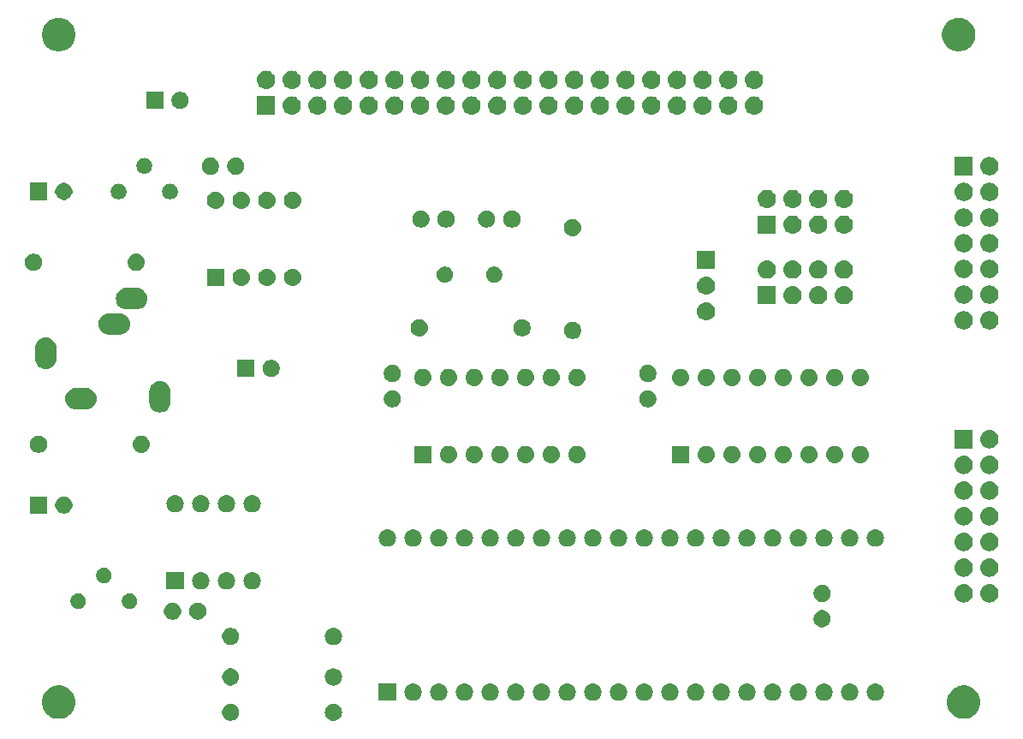
<source format=gbs>
G04 #@! TF.GenerationSoftware,KiCad,Pcbnew,(5.1.4-0-10_14)*
G04 #@! TF.CreationDate,2021-03-20T18:03:42+09:00*
G04 #@! TF.ProjectId,KZ80-YM2203,4b5a3830-2d59-44d3-9232-30332e6b6963,rev?*
G04 #@! TF.SameCoordinates,Original*
G04 #@! TF.FileFunction,Soldermask,Bot*
G04 #@! TF.FilePolarity,Negative*
%FSLAX46Y46*%
G04 Gerber Fmt 4.6, Leading zero omitted, Abs format (unit mm)*
G04 Created by KiCad (PCBNEW (5.1.4-0-10_14)) date 2021-03-20 18:03:42*
%MOMM*%
%LPD*%
G04 APERTURE LIST*
%ADD10C,0.100000*%
G04 APERTURE END LIST*
D10*
G36*
X119326823Y-134661313D02*
G01*
X119487242Y-134709976D01*
X119554361Y-134745852D01*
X119635078Y-134788996D01*
X119764659Y-134895341D01*
X119871004Y-135024922D01*
X119871005Y-135024924D01*
X119950024Y-135172758D01*
X119998687Y-135333177D01*
X120015117Y-135500000D01*
X119998687Y-135666823D01*
X119950024Y-135827242D01*
X119909477Y-135903100D01*
X119871004Y-135975078D01*
X119764659Y-136104659D01*
X119635078Y-136211004D01*
X119635076Y-136211005D01*
X119487242Y-136290024D01*
X119326823Y-136338687D01*
X119201804Y-136351000D01*
X119118196Y-136351000D01*
X118993177Y-136338687D01*
X118832758Y-136290024D01*
X118684924Y-136211005D01*
X118684922Y-136211004D01*
X118555341Y-136104659D01*
X118448996Y-135975078D01*
X118410523Y-135903100D01*
X118369976Y-135827242D01*
X118321313Y-135666823D01*
X118304883Y-135500000D01*
X118321313Y-135333177D01*
X118369976Y-135172758D01*
X118448995Y-135024924D01*
X118448996Y-135024922D01*
X118555341Y-134895341D01*
X118684922Y-134788996D01*
X118765639Y-134745852D01*
X118832758Y-134709976D01*
X118993177Y-134661313D01*
X119118196Y-134649000D01*
X119201804Y-134649000D01*
X119326823Y-134661313D01*
X119326823Y-134661313D01*
G37*
G36*
X109248228Y-134681703D02*
G01*
X109403100Y-134745853D01*
X109542481Y-134838985D01*
X109661015Y-134957519D01*
X109754147Y-135096900D01*
X109818297Y-135251772D01*
X109851000Y-135416184D01*
X109851000Y-135583816D01*
X109818297Y-135748228D01*
X109754147Y-135903100D01*
X109661015Y-136042481D01*
X109542481Y-136161015D01*
X109403100Y-136254147D01*
X109248228Y-136318297D01*
X109083816Y-136351000D01*
X108916184Y-136351000D01*
X108751772Y-136318297D01*
X108596900Y-136254147D01*
X108457519Y-136161015D01*
X108338985Y-136042481D01*
X108245853Y-135903100D01*
X108181703Y-135748228D01*
X108149000Y-135583816D01*
X108149000Y-135416184D01*
X108181703Y-135251772D01*
X108245853Y-135096900D01*
X108338985Y-134957519D01*
X108457519Y-134838985D01*
X108596900Y-134745853D01*
X108751772Y-134681703D01*
X108916184Y-134649000D01*
X109083816Y-134649000D01*
X109248228Y-134681703D01*
X109248228Y-134681703D01*
G37*
G36*
X92375256Y-132891298D02*
G01*
X92481579Y-132912447D01*
X92694037Y-133000450D01*
X92753118Y-133024922D01*
X92782042Y-133036903D01*
X93052451Y-133217585D01*
X93282415Y-133447549D01*
X93463097Y-133717958D01*
X93569600Y-133975078D01*
X93587553Y-134018422D01*
X93651000Y-134337389D01*
X93651000Y-134662611D01*
X93641578Y-134709976D01*
X93587553Y-134981579D01*
X93463097Y-135282042D01*
X93282415Y-135552451D01*
X93052451Y-135782415D01*
X92782042Y-135963097D01*
X92782041Y-135963098D01*
X92782040Y-135963098D01*
X92694037Y-135999550D01*
X92481579Y-136087553D01*
X92395581Y-136104659D01*
X92162611Y-136151000D01*
X91837389Y-136151000D01*
X91604419Y-136104659D01*
X91518421Y-136087553D01*
X91305963Y-135999550D01*
X91217960Y-135963098D01*
X91217959Y-135963098D01*
X91217958Y-135963097D01*
X90947549Y-135782415D01*
X90717585Y-135552451D01*
X90536903Y-135282042D01*
X90412447Y-134981579D01*
X90358422Y-134709976D01*
X90349000Y-134662611D01*
X90349000Y-134337389D01*
X90412447Y-134018422D01*
X90430401Y-133975078D01*
X90536903Y-133717958D01*
X90717585Y-133447549D01*
X90947549Y-133217585D01*
X91217958Y-133036903D01*
X91246883Y-133024922D01*
X91305963Y-133000450D01*
X91518421Y-132912447D01*
X91624744Y-132891298D01*
X91837389Y-132849000D01*
X92162611Y-132849000D01*
X92375256Y-132891298D01*
X92375256Y-132891298D01*
G37*
G36*
X181875256Y-132891298D02*
G01*
X181981579Y-132912447D01*
X182194037Y-133000450D01*
X182253118Y-133024922D01*
X182282042Y-133036903D01*
X182552451Y-133217585D01*
X182782415Y-133447549D01*
X182963097Y-133717958D01*
X183069600Y-133975078D01*
X183087553Y-134018422D01*
X183151000Y-134337389D01*
X183151000Y-134662611D01*
X183141578Y-134709976D01*
X183087553Y-134981579D01*
X182963097Y-135282042D01*
X182782415Y-135552451D01*
X182552451Y-135782415D01*
X182282042Y-135963097D01*
X182282041Y-135963098D01*
X182282040Y-135963098D01*
X182194037Y-135999550D01*
X181981579Y-136087553D01*
X181895581Y-136104659D01*
X181662611Y-136151000D01*
X181337389Y-136151000D01*
X181104419Y-136104659D01*
X181018421Y-136087553D01*
X180805963Y-135999550D01*
X180717960Y-135963098D01*
X180717959Y-135963098D01*
X180717958Y-135963097D01*
X180447549Y-135782415D01*
X180217585Y-135552451D01*
X180036903Y-135282042D01*
X179912447Y-134981579D01*
X179858422Y-134709976D01*
X179849000Y-134662611D01*
X179849000Y-134337389D01*
X179912447Y-134018422D01*
X179930401Y-133975078D01*
X180036903Y-133717958D01*
X180217585Y-133447549D01*
X180447549Y-133217585D01*
X180717958Y-133036903D01*
X180746883Y-133024922D01*
X180805963Y-133000450D01*
X181018421Y-132912447D01*
X181124744Y-132891298D01*
X181337389Y-132849000D01*
X181662611Y-132849000D01*
X181875256Y-132891298D01*
X181875256Y-132891298D01*
G37*
G36*
X162766823Y-132661313D02*
G01*
X162927242Y-132709976D01*
X163059906Y-132780886D01*
X163075078Y-132788996D01*
X163204659Y-132895341D01*
X163311004Y-133024922D01*
X163311005Y-133024924D01*
X163390024Y-133172758D01*
X163438687Y-133333177D01*
X163455117Y-133500000D01*
X163438687Y-133666823D01*
X163390024Y-133827242D01*
X163319114Y-133959906D01*
X163311004Y-133975078D01*
X163204659Y-134104659D01*
X163075078Y-134211004D01*
X163075076Y-134211005D01*
X162927242Y-134290024D01*
X162766823Y-134338687D01*
X162641804Y-134351000D01*
X162558196Y-134351000D01*
X162433177Y-134338687D01*
X162272758Y-134290024D01*
X162124924Y-134211005D01*
X162124922Y-134211004D01*
X161995341Y-134104659D01*
X161888996Y-133975078D01*
X161880886Y-133959906D01*
X161809976Y-133827242D01*
X161761313Y-133666823D01*
X161744883Y-133500000D01*
X161761313Y-133333177D01*
X161809976Y-133172758D01*
X161888995Y-133024924D01*
X161888996Y-133024922D01*
X161995341Y-132895341D01*
X162124922Y-132788996D01*
X162140094Y-132780886D01*
X162272758Y-132709976D01*
X162433177Y-132661313D01*
X162558196Y-132649000D01*
X162641804Y-132649000D01*
X162766823Y-132661313D01*
X162766823Y-132661313D01*
G37*
G36*
X160226823Y-132661313D02*
G01*
X160387242Y-132709976D01*
X160519906Y-132780886D01*
X160535078Y-132788996D01*
X160664659Y-132895341D01*
X160771004Y-133024922D01*
X160771005Y-133024924D01*
X160850024Y-133172758D01*
X160898687Y-133333177D01*
X160915117Y-133500000D01*
X160898687Y-133666823D01*
X160850024Y-133827242D01*
X160779114Y-133959906D01*
X160771004Y-133975078D01*
X160664659Y-134104659D01*
X160535078Y-134211004D01*
X160535076Y-134211005D01*
X160387242Y-134290024D01*
X160226823Y-134338687D01*
X160101804Y-134351000D01*
X160018196Y-134351000D01*
X159893177Y-134338687D01*
X159732758Y-134290024D01*
X159584924Y-134211005D01*
X159584922Y-134211004D01*
X159455341Y-134104659D01*
X159348996Y-133975078D01*
X159340886Y-133959906D01*
X159269976Y-133827242D01*
X159221313Y-133666823D01*
X159204883Y-133500000D01*
X159221313Y-133333177D01*
X159269976Y-133172758D01*
X159348995Y-133024924D01*
X159348996Y-133024922D01*
X159455341Y-132895341D01*
X159584922Y-132788996D01*
X159600094Y-132780886D01*
X159732758Y-132709976D01*
X159893177Y-132661313D01*
X160018196Y-132649000D01*
X160101804Y-132649000D01*
X160226823Y-132661313D01*
X160226823Y-132661313D01*
G37*
G36*
X157686823Y-132661313D02*
G01*
X157847242Y-132709976D01*
X157979906Y-132780886D01*
X157995078Y-132788996D01*
X158124659Y-132895341D01*
X158231004Y-133024922D01*
X158231005Y-133024924D01*
X158310024Y-133172758D01*
X158358687Y-133333177D01*
X158375117Y-133500000D01*
X158358687Y-133666823D01*
X158310024Y-133827242D01*
X158239114Y-133959906D01*
X158231004Y-133975078D01*
X158124659Y-134104659D01*
X157995078Y-134211004D01*
X157995076Y-134211005D01*
X157847242Y-134290024D01*
X157686823Y-134338687D01*
X157561804Y-134351000D01*
X157478196Y-134351000D01*
X157353177Y-134338687D01*
X157192758Y-134290024D01*
X157044924Y-134211005D01*
X157044922Y-134211004D01*
X156915341Y-134104659D01*
X156808996Y-133975078D01*
X156800886Y-133959906D01*
X156729976Y-133827242D01*
X156681313Y-133666823D01*
X156664883Y-133500000D01*
X156681313Y-133333177D01*
X156729976Y-133172758D01*
X156808995Y-133024924D01*
X156808996Y-133024922D01*
X156915341Y-132895341D01*
X157044922Y-132788996D01*
X157060094Y-132780886D01*
X157192758Y-132709976D01*
X157353177Y-132661313D01*
X157478196Y-132649000D01*
X157561804Y-132649000D01*
X157686823Y-132661313D01*
X157686823Y-132661313D01*
G37*
G36*
X155146823Y-132661313D02*
G01*
X155307242Y-132709976D01*
X155439906Y-132780886D01*
X155455078Y-132788996D01*
X155584659Y-132895341D01*
X155691004Y-133024922D01*
X155691005Y-133024924D01*
X155770024Y-133172758D01*
X155818687Y-133333177D01*
X155835117Y-133500000D01*
X155818687Y-133666823D01*
X155770024Y-133827242D01*
X155699114Y-133959906D01*
X155691004Y-133975078D01*
X155584659Y-134104659D01*
X155455078Y-134211004D01*
X155455076Y-134211005D01*
X155307242Y-134290024D01*
X155146823Y-134338687D01*
X155021804Y-134351000D01*
X154938196Y-134351000D01*
X154813177Y-134338687D01*
X154652758Y-134290024D01*
X154504924Y-134211005D01*
X154504922Y-134211004D01*
X154375341Y-134104659D01*
X154268996Y-133975078D01*
X154260886Y-133959906D01*
X154189976Y-133827242D01*
X154141313Y-133666823D01*
X154124883Y-133500000D01*
X154141313Y-133333177D01*
X154189976Y-133172758D01*
X154268995Y-133024924D01*
X154268996Y-133024922D01*
X154375341Y-132895341D01*
X154504922Y-132788996D01*
X154520094Y-132780886D01*
X154652758Y-132709976D01*
X154813177Y-132661313D01*
X154938196Y-132649000D01*
X155021804Y-132649000D01*
X155146823Y-132661313D01*
X155146823Y-132661313D01*
G37*
G36*
X152606823Y-132661313D02*
G01*
X152767242Y-132709976D01*
X152899906Y-132780886D01*
X152915078Y-132788996D01*
X153044659Y-132895341D01*
X153151004Y-133024922D01*
X153151005Y-133024924D01*
X153230024Y-133172758D01*
X153278687Y-133333177D01*
X153295117Y-133500000D01*
X153278687Y-133666823D01*
X153230024Y-133827242D01*
X153159114Y-133959906D01*
X153151004Y-133975078D01*
X153044659Y-134104659D01*
X152915078Y-134211004D01*
X152915076Y-134211005D01*
X152767242Y-134290024D01*
X152606823Y-134338687D01*
X152481804Y-134351000D01*
X152398196Y-134351000D01*
X152273177Y-134338687D01*
X152112758Y-134290024D01*
X151964924Y-134211005D01*
X151964922Y-134211004D01*
X151835341Y-134104659D01*
X151728996Y-133975078D01*
X151720886Y-133959906D01*
X151649976Y-133827242D01*
X151601313Y-133666823D01*
X151584883Y-133500000D01*
X151601313Y-133333177D01*
X151649976Y-133172758D01*
X151728995Y-133024924D01*
X151728996Y-133024922D01*
X151835341Y-132895341D01*
X151964922Y-132788996D01*
X151980094Y-132780886D01*
X152112758Y-132709976D01*
X152273177Y-132661313D01*
X152398196Y-132649000D01*
X152481804Y-132649000D01*
X152606823Y-132661313D01*
X152606823Y-132661313D01*
G37*
G36*
X150066823Y-132661313D02*
G01*
X150227242Y-132709976D01*
X150359906Y-132780886D01*
X150375078Y-132788996D01*
X150504659Y-132895341D01*
X150611004Y-133024922D01*
X150611005Y-133024924D01*
X150690024Y-133172758D01*
X150738687Y-133333177D01*
X150755117Y-133500000D01*
X150738687Y-133666823D01*
X150690024Y-133827242D01*
X150619114Y-133959906D01*
X150611004Y-133975078D01*
X150504659Y-134104659D01*
X150375078Y-134211004D01*
X150375076Y-134211005D01*
X150227242Y-134290024D01*
X150066823Y-134338687D01*
X149941804Y-134351000D01*
X149858196Y-134351000D01*
X149733177Y-134338687D01*
X149572758Y-134290024D01*
X149424924Y-134211005D01*
X149424922Y-134211004D01*
X149295341Y-134104659D01*
X149188996Y-133975078D01*
X149180886Y-133959906D01*
X149109976Y-133827242D01*
X149061313Y-133666823D01*
X149044883Y-133500000D01*
X149061313Y-133333177D01*
X149109976Y-133172758D01*
X149188995Y-133024924D01*
X149188996Y-133024922D01*
X149295341Y-132895341D01*
X149424922Y-132788996D01*
X149440094Y-132780886D01*
X149572758Y-132709976D01*
X149733177Y-132661313D01*
X149858196Y-132649000D01*
X149941804Y-132649000D01*
X150066823Y-132661313D01*
X150066823Y-132661313D01*
G37*
G36*
X147526823Y-132661313D02*
G01*
X147687242Y-132709976D01*
X147819906Y-132780886D01*
X147835078Y-132788996D01*
X147964659Y-132895341D01*
X148071004Y-133024922D01*
X148071005Y-133024924D01*
X148150024Y-133172758D01*
X148198687Y-133333177D01*
X148215117Y-133500000D01*
X148198687Y-133666823D01*
X148150024Y-133827242D01*
X148079114Y-133959906D01*
X148071004Y-133975078D01*
X147964659Y-134104659D01*
X147835078Y-134211004D01*
X147835076Y-134211005D01*
X147687242Y-134290024D01*
X147526823Y-134338687D01*
X147401804Y-134351000D01*
X147318196Y-134351000D01*
X147193177Y-134338687D01*
X147032758Y-134290024D01*
X146884924Y-134211005D01*
X146884922Y-134211004D01*
X146755341Y-134104659D01*
X146648996Y-133975078D01*
X146640886Y-133959906D01*
X146569976Y-133827242D01*
X146521313Y-133666823D01*
X146504883Y-133500000D01*
X146521313Y-133333177D01*
X146569976Y-133172758D01*
X146648995Y-133024924D01*
X146648996Y-133024922D01*
X146755341Y-132895341D01*
X146884922Y-132788996D01*
X146900094Y-132780886D01*
X147032758Y-132709976D01*
X147193177Y-132661313D01*
X147318196Y-132649000D01*
X147401804Y-132649000D01*
X147526823Y-132661313D01*
X147526823Y-132661313D01*
G37*
G36*
X144986823Y-132661313D02*
G01*
X145147242Y-132709976D01*
X145279906Y-132780886D01*
X145295078Y-132788996D01*
X145424659Y-132895341D01*
X145531004Y-133024922D01*
X145531005Y-133024924D01*
X145610024Y-133172758D01*
X145658687Y-133333177D01*
X145675117Y-133500000D01*
X145658687Y-133666823D01*
X145610024Y-133827242D01*
X145539114Y-133959906D01*
X145531004Y-133975078D01*
X145424659Y-134104659D01*
X145295078Y-134211004D01*
X145295076Y-134211005D01*
X145147242Y-134290024D01*
X144986823Y-134338687D01*
X144861804Y-134351000D01*
X144778196Y-134351000D01*
X144653177Y-134338687D01*
X144492758Y-134290024D01*
X144344924Y-134211005D01*
X144344922Y-134211004D01*
X144215341Y-134104659D01*
X144108996Y-133975078D01*
X144100886Y-133959906D01*
X144029976Y-133827242D01*
X143981313Y-133666823D01*
X143964883Y-133500000D01*
X143981313Y-133333177D01*
X144029976Y-133172758D01*
X144108995Y-133024924D01*
X144108996Y-133024922D01*
X144215341Y-132895341D01*
X144344922Y-132788996D01*
X144360094Y-132780886D01*
X144492758Y-132709976D01*
X144653177Y-132661313D01*
X144778196Y-132649000D01*
X144861804Y-132649000D01*
X144986823Y-132661313D01*
X144986823Y-132661313D01*
G37*
G36*
X142446823Y-132661313D02*
G01*
X142607242Y-132709976D01*
X142739906Y-132780886D01*
X142755078Y-132788996D01*
X142884659Y-132895341D01*
X142991004Y-133024922D01*
X142991005Y-133024924D01*
X143070024Y-133172758D01*
X143118687Y-133333177D01*
X143135117Y-133500000D01*
X143118687Y-133666823D01*
X143070024Y-133827242D01*
X142999114Y-133959906D01*
X142991004Y-133975078D01*
X142884659Y-134104659D01*
X142755078Y-134211004D01*
X142755076Y-134211005D01*
X142607242Y-134290024D01*
X142446823Y-134338687D01*
X142321804Y-134351000D01*
X142238196Y-134351000D01*
X142113177Y-134338687D01*
X141952758Y-134290024D01*
X141804924Y-134211005D01*
X141804922Y-134211004D01*
X141675341Y-134104659D01*
X141568996Y-133975078D01*
X141560886Y-133959906D01*
X141489976Y-133827242D01*
X141441313Y-133666823D01*
X141424883Y-133500000D01*
X141441313Y-133333177D01*
X141489976Y-133172758D01*
X141568995Y-133024924D01*
X141568996Y-133024922D01*
X141675341Y-132895341D01*
X141804922Y-132788996D01*
X141820094Y-132780886D01*
X141952758Y-132709976D01*
X142113177Y-132661313D01*
X142238196Y-132649000D01*
X142321804Y-132649000D01*
X142446823Y-132661313D01*
X142446823Y-132661313D01*
G37*
G36*
X139906823Y-132661313D02*
G01*
X140067242Y-132709976D01*
X140199906Y-132780886D01*
X140215078Y-132788996D01*
X140344659Y-132895341D01*
X140451004Y-133024922D01*
X140451005Y-133024924D01*
X140530024Y-133172758D01*
X140578687Y-133333177D01*
X140595117Y-133500000D01*
X140578687Y-133666823D01*
X140530024Y-133827242D01*
X140459114Y-133959906D01*
X140451004Y-133975078D01*
X140344659Y-134104659D01*
X140215078Y-134211004D01*
X140215076Y-134211005D01*
X140067242Y-134290024D01*
X139906823Y-134338687D01*
X139781804Y-134351000D01*
X139698196Y-134351000D01*
X139573177Y-134338687D01*
X139412758Y-134290024D01*
X139264924Y-134211005D01*
X139264922Y-134211004D01*
X139135341Y-134104659D01*
X139028996Y-133975078D01*
X139020886Y-133959906D01*
X138949976Y-133827242D01*
X138901313Y-133666823D01*
X138884883Y-133500000D01*
X138901313Y-133333177D01*
X138949976Y-133172758D01*
X139028995Y-133024924D01*
X139028996Y-133024922D01*
X139135341Y-132895341D01*
X139264922Y-132788996D01*
X139280094Y-132780886D01*
X139412758Y-132709976D01*
X139573177Y-132661313D01*
X139698196Y-132649000D01*
X139781804Y-132649000D01*
X139906823Y-132661313D01*
X139906823Y-132661313D01*
G37*
G36*
X137366823Y-132661313D02*
G01*
X137527242Y-132709976D01*
X137659906Y-132780886D01*
X137675078Y-132788996D01*
X137804659Y-132895341D01*
X137911004Y-133024922D01*
X137911005Y-133024924D01*
X137990024Y-133172758D01*
X138038687Y-133333177D01*
X138055117Y-133500000D01*
X138038687Y-133666823D01*
X137990024Y-133827242D01*
X137919114Y-133959906D01*
X137911004Y-133975078D01*
X137804659Y-134104659D01*
X137675078Y-134211004D01*
X137675076Y-134211005D01*
X137527242Y-134290024D01*
X137366823Y-134338687D01*
X137241804Y-134351000D01*
X137158196Y-134351000D01*
X137033177Y-134338687D01*
X136872758Y-134290024D01*
X136724924Y-134211005D01*
X136724922Y-134211004D01*
X136595341Y-134104659D01*
X136488996Y-133975078D01*
X136480886Y-133959906D01*
X136409976Y-133827242D01*
X136361313Y-133666823D01*
X136344883Y-133500000D01*
X136361313Y-133333177D01*
X136409976Y-133172758D01*
X136488995Y-133024924D01*
X136488996Y-133024922D01*
X136595341Y-132895341D01*
X136724922Y-132788996D01*
X136740094Y-132780886D01*
X136872758Y-132709976D01*
X137033177Y-132661313D01*
X137158196Y-132649000D01*
X137241804Y-132649000D01*
X137366823Y-132661313D01*
X137366823Y-132661313D01*
G37*
G36*
X134826823Y-132661313D02*
G01*
X134987242Y-132709976D01*
X135119906Y-132780886D01*
X135135078Y-132788996D01*
X135264659Y-132895341D01*
X135371004Y-133024922D01*
X135371005Y-133024924D01*
X135450024Y-133172758D01*
X135498687Y-133333177D01*
X135515117Y-133500000D01*
X135498687Y-133666823D01*
X135450024Y-133827242D01*
X135379114Y-133959906D01*
X135371004Y-133975078D01*
X135264659Y-134104659D01*
X135135078Y-134211004D01*
X135135076Y-134211005D01*
X134987242Y-134290024D01*
X134826823Y-134338687D01*
X134701804Y-134351000D01*
X134618196Y-134351000D01*
X134493177Y-134338687D01*
X134332758Y-134290024D01*
X134184924Y-134211005D01*
X134184922Y-134211004D01*
X134055341Y-134104659D01*
X133948996Y-133975078D01*
X133940886Y-133959906D01*
X133869976Y-133827242D01*
X133821313Y-133666823D01*
X133804883Y-133500000D01*
X133821313Y-133333177D01*
X133869976Y-133172758D01*
X133948995Y-133024924D01*
X133948996Y-133024922D01*
X134055341Y-132895341D01*
X134184922Y-132788996D01*
X134200094Y-132780886D01*
X134332758Y-132709976D01*
X134493177Y-132661313D01*
X134618196Y-132649000D01*
X134701804Y-132649000D01*
X134826823Y-132661313D01*
X134826823Y-132661313D01*
G37*
G36*
X132286823Y-132661313D02*
G01*
X132447242Y-132709976D01*
X132579906Y-132780886D01*
X132595078Y-132788996D01*
X132724659Y-132895341D01*
X132831004Y-133024922D01*
X132831005Y-133024924D01*
X132910024Y-133172758D01*
X132958687Y-133333177D01*
X132975117Y-133500000D01*
X132958687Y-133666823D01*
X132910024Y-133827242D01*
X132839114Y-133959906D01*
X132831004Y-133975078D01*
X132724659Y-134104659D01*
X132595078Y-134211004D01*
X132595076Y-134211005D01*
X132447242Y-134290024D01*
X132286823Y-134338687D01*
X132161804Y-134351000D01*
X132078196Y-134351000D01*
X131953177Y-134338687D01*
X131792758Y-134290024D01*
X131644924Y-134211005D01*
X131644922Y-134211004D01*
X131515341Y-134104659D01*
X131408996Y-133975078D01*
X131400886Y-133959906D01*
X131329976Y-133827242D01*
X131281313Y-133666823D01*
X131264883Y-133500000D01*
X131281313Y-133333177D01*
X131329976Y-133172758D01*
X131408995Y-133024924D01*
X131408996Y-133024922D01*
X131515341Y-132895341D01*
X131644922Y-132788996D01*
X131660094Y-132780886D01*
X131792758Y-132709976D01*
X131953177Y-132661313D01*
X132078196Y-132649000D01*
X132161804Y-132649000D01*
X132286823Y-132661313D01*
X132286823Y-132661313D01*
G37*
G36*
X129746823Y-132661313D02*
G01*
X129907242Y-132709976D01*
X130039906Y-132780886D01*
X130055078Y-132788996D01*
X130184659Y-132895341D01*
X130291004Y-133024922D01*
X130291005Y-133024924D01*
X130370024Y-133172758D01*
X130418687Y-133333177D01*
X130435117Y-133500000D01*
X130418687Y-133666823D01*
X130370024Y-133827242D01*
X130299114Y-133959906D01*
X130291004Y-133975078D01*
X130184659Y-134104659D01*
X130055078Y-134211004D01*
X130055076Y-134211005D01*
X129907242Y-134290024D01*
X129746823Y-134338687D01*
X129621804Y-134351000D01*
X129538196Y-134351000D01*
X129413177Y-134338687D01*
X129252758Y-134290024D01*
X129104924Y-134211005D01*
X129104922Y-134211004D01*
X128975341Y-134104659D01*
X128868996Y-133975078D01*
X128860886Y-133959906D01*
X128789976Y-133827242D01*
X128741313Y-133666823D01*
X128724883Y-133500000D01*
X128741313Y-133333177D01*
X128789976Y-133172758D01*
X128868995Y-133024924D01*
X128868996Y-133024922D01*
X128975341Y-132895341D01*
X129104922Y-132788996D01*
X129120094Y-132780886D01*
X129252758Y-132709976D01*
X129413177Y-132661313D01*
X129538196Y-132649000D01*
X129621804Y-132649000D01*
X129746823Y-132661313D01*
X129746823Y-132661313D01*
G37*
G36*
X127206823Y-132661313D02*
G01*
X127367242Y-132709976D01*
X127499906Y-132780886D01*
X127515078Y-132788996D01*
X127644659Y-132895341D01*
X127751004Y-133024922D01*
X127751005Y-133024924D01*
X127830024Y-133172758D01*
X127878687Y-133333177D01*
X127895117Y-133500000D01*
X127878687Y-133666823D01*
X127830024Y-133827242D01*
X127759114Y-133959906D01*
X127751004Y-133975078D01*
X127644659Y-134104659D01*
X127515078Y-134211004D01*
X127515076Y-134211005D01*
X127367242Y-134290024D01*
X127206823Y-134338687D01*
X127081804Y-134351000D01*
X126998196Y-134351000D01*
X126873177Y-134338687D01*
X126712758Y-134290024D01*
X126564924Y-134211005D01*
X126564922Y-134211004D01*
X126435341Y-134104659D01*
X126328996Y-133975078D01*
X126320886Y-133959906D01*
X126249976Y-133827242D01*
X126201313Y-133666823D01*
X126184883Y-133500000D01*
X126201313Y-133333177D01*
X126249976Y-133172758D01*
X126328995Y-133024924D01*
X126328996Y-133024922D01*
X126435341Y-132895341D01*
X126564922Y-132788996D01*
X126580094Y-132780886D01*
X126712758Y-132709976D01*
X126873177Y-132661313D01*
X126998196Y-132649000D01*
X127081804Y-132649000D01*
X127206823Y-132661313D01*
X127206823Y-132661313D01*
G37*
G36*
X125351000Y-134351000D02*
G01*
X123649000Y-134351000D01*
X123649000Y-132649000D01*
X125351000Y-132649000D01*
X125351000Y-134351000D01*
X125351000Y-134351000D01*
G37*
G36*
X172926823Y-132661313D02*
G01*
X173087242Y-132709976D01*
X173219906Y-132780886D01*
X173235078Y-132788996D01*
X173364659Y-132895341D01*
X173471004Y-133024922D01*
X173471005Y-133024924D01*
X173550024Y-133172758D01*
X173598687Y-133333177D01*
X173615117Y-133500000D01*
X173598687Y-133666823D01*
X173550024Y-133827242D01*
X173479114Y-133959906D01*
X173471004Y-133975078D01*
X173364659Y-134104659D01*
X173235078Y-134211004D01*
X173235076Y-134211005D01*
X173087242Y-134290024D01*
X172926823Y-134338687D01*
X172801804Y-134351000D01*
X172718196Y-134351000D01*
X172593177Y-134338687D01*
X172432758Y-134290024D01*
X172284924Y-134211005D01*
X172284922Y-134211004D01*
X172155341Y-134104659D01*
X172048996Y-133975078D01*
X172040886Y-133959906D01*
X171969976Y-133827242D01*
X171921313Y-133666823D01*
X171904883Y-133500000D01*
X171921313Y-133333177D01*
X171969976Y-133172758D01*
X172048995Y-133024924D01*
X172048996Y-133024922D01*
X172155341Y-132895341D01*
X172284922Y-132788996D01*
X172300094Y-132780886D01*
X172432758Y-132709976D01*
X172593177Y-132661313D01*
X172718196Y-132649000D01*
X172801804Y-132649000D01*
X172926823Y-132661313D01*
X172926823Y-132661313D01*
G37*
G36*
X170386823Y-132661313D02*
G01*
X170547242Y-132709976D01*
X170679906Y-132780886D01*
X170695078Y-132788996D01*
X170824659Y-132895341D01*
X170931004Y-133024922D01*
X170931005Y-133024924D01*
X171010024Y-133172758D01*
X171058687Y-133333177D01*
X171075117Y-133500000D01*
X171058687Y-133666823D01*
X171010024Y-133827242D01*
X170939114Y-133959906D01*
X170931004Y-133975078D01*
X170824659Y-134104659D01*
X170695078Y-134211004D01*
X170695076Y-134211005D01*
X170547242Y-134290024D01*
X170386823Y-134338687D01*
X170261804Y-134351000D01*
X170178196Y-134351000D01*
X170053177Y-134338687D01*
X169892758Y-134290024D01*
X169744924Y-134211005D01*
X169744922Y-134211004D01*
X169615341Y-134104659D01*
X169508996Y-133975078D01*
X169500886Y-133959906D01*
X169429976Y-133827242D01*
X169381313Y-133666823D01*
X169364883Y-133500000D01*
X169381313Y-133333177D01*
X169429976Y-133172758D01*
X169508995Y-133024924D01*
X169508996Y-133024922D01*
X169615341Y-132895341D01*
X169744922Y-132788996D01*
X169760094Y-132780886D01*
X169892758Y-132709976D01*
X170053177Y-132661313D01*
X170178196Y-132649000D01*
X170261804Y-132649000D01*
X170386823Y-132661313D01*
X170386823Y-132661313D01*
G37*
G36*
X167846823Y-132661313D02*
G01*
X168007242Y-132709976D01*
X168139906Y-132780886D01*
X168155078Y-132788996D01*
X168284659Y-132895341D01*
X168391004Y-133024922D01*
X168391005Y-133024924D01*
X168470024Y-133172758D01*
X168518687Y-133333177D01*
X168535117Y-133500000D01*
X168518687Y-133666823D01*
X168470024Y-133827242D01*
X168399114Y-133959906D01*
X168391004Y-133975078D01*
X168284659Y-134104659D01*
X168155078Y-134211004D01*
X168155076Y-134211005D01*
X168007242Y-134290024D01*
X167846823Y-134338687D01*
X167721804Y-134351000D01*
X167638196Y-134351000D01*
X167513177Y-134338687D01*
X167352758Y-134290024D01*
X167204924Y-134211005D01*
X167204922Y-134211004D01*
X167075341Y-134104659D01*
X166968996Y-133975078D01*
X166960886Y-133959906D01*
X166889976Y-133827242D01*
X166841313Y-133666823D01*
X166824883Y-133500000D01*
X166841313Y-133333177D01*
X166889976Y-133172758D01*
X166968995Y-133024924D01*
X166968996Y-133024922D01*
X167075341Y-132895341D01*
X167204922Y-132788996D01*
X167220094Y-132780886D01*
X167352758Y-132709976D01*
X167513177Y-132661313D01*
X167638196Y-132649000D01*
X167721804Y-132649000D01*
X167846823Y-132661313D01*
X167846823Y-132661313D01*
G37*
G36*
X165306823Y-132661313D02*
G01*
X165467242Y-132709976D01*
X165599906Y-132780886D01*
X165615078Y-132788996D01*
X165744659Y-132895341D01*
X165851004Y-133024922D01*
X165851005Y-133024924D01*
X165930024Y-133172758D01*
X165978687Y-133333177D01*
X165995117Y-133500000D01*
X165978687Y-133666823D01*
X165930024Y-133827242D01*
X165859114Y-133959906D01*
X165851004Y-133975078D01*
X165744659Y-134104659D01*
X165615078Y-134211004D01*
X165615076Y-134211005D01*
X165467242Y-134290024D01*
X165306823Y-134338687D01*
X165181804Y-134351000D01*
X165098196Y-134351000D01*
X164973177Y-134338687D01*
X164812758Y-134290024D01*
X164664924Y-134211005D01*
X164664922Y-134211004D01*
X164535341Y-134104659D01*
X164428996Y-133975078D01*
X164420886Y-133959906D01*
X164349976Y-133827242D01*
X164301313Y-133666823D01*
X164284883Y-133500000D01*
X164301313Y-133333177D01*
X164349976Y-133172758D01*
X164428995Y-133024924D01*
X164428996Y-133024922D01*
X164535341Y-132895341D01*
X164664922Y-132788996D01*
X164680094Y-132780886D01*
X164812758Y-132709976D01*
X164973177Y-132661313D01*
X165098196Y-132649000D01*
X165181804Y-132649000D01*
X165306823Y-132661313D01*
X165306823Y-132661313D01*
G37*
G36*
X119326823Y-131161313D02*
G01*
X119487242Y-131209976D01*
X119554361Y-131245852D01*
X119635078Y-131288996D01*
X119764659Y-131395341D01*
X119871004Y-131524922D01*
X119871005Y-131524924D01*
X119950024Y-131672758D01*
X119998687Y-131833177D01*
X120015117Y-132000000D01*
X119998687Y-132166823D01*
X119950024Y-132327242D01*
X119909477Y-132403100D01*
X119871004Y-132475078D01*
X119764659Y-132604659D01*
X119635078Y-132711004D01*
X119635076Y-132711005D01*
X119487242Y-132790024D01*
X119326823Y-132838687D01*
X119201804Y-132851000D01*
X119118196Y-132851000D01*
X118993177Y-132838687D01*
X118832758Y-132790024D01*
X118684924Y-132711005D01*
X118684922Y-132711004D01*
X118555341Y-132604659D01*
X118448996Y-132475078D01*
X118410523Y-132403100D01*
X118369976Y-132327242D01*
X118321313Y-132166823D01*
X118304883Y-132000000D01*
X118321313Y-131833177D01*
X118369976Y-131672758D01*
X118448995Y-131524924D01*
X118448996Y-131524922D01*
X118555341Y-131395341D01*
X118684922Y-131288996D01*
X118765639Y-131245852D01*
X118832758Y-131209976D01*
X118993177Y-131161313D01*
X119118196Y-131149000D01*
X119201804Y-131149000D01*
X119326823Y-131161313D01*
X119326823Y-131161313D01*
G37*
G36*
X109248228Y-131181703D02*
G01*
X109403100Y-131245853D01*
X109542481Y-131338985D01*
X109661015Y-131457519D01*
X109754147Y-131596900D01*
X109818297Y-131751772D01*
X109851000Y-131916184D01*
X109851000Y-132083816D01*
X109818297Y-132248228D01*
X109754147Y-132403100D01*
X109661015Y-132542481D01*
X109542481Y-132661015D01*
X109403100Y-132754147D01*
X109248228Y-132818297D01*
X109083816Y-132851000D01*
X108916184Y-132851000D01*
X108751772Y-132818297D01*
X108596900Y-132754147D01*
X108457519Y-132661015D01*
X108338985Y-132542481D01*
X108245853Y-132403100D01*
X108181703Y-132248228D01*
X108149000Y-132083816D01*
X108149000Y-131916184D01*
X108181703Y-131751772D01*
X108245853Y-131596900D01*
X108338985Y-131457519D01*
X108457519Y-131338985D01*
X108596900Y-131245853D01*
X108751772Y-131181703D01*
X108916184Y-131149000D01*
X109083816Y-131149000D01*
X109248228Y-131181703D01*
X109248228Y-131181703D01*
G37*
G36*
X119326823Y-127161313D02*
G01*
X119487242Y-127209976D01*
X119554361Y-127245852D01*
X119635078Y-127288996D01*
X119764659Y-127395341D01*
X119871004Y-127524922D01*
X119871005Y-127524924D01*
X119950024Y-127672758D01*
X119998687Y-127833177D01*
X120015117Y-128000000D01*
X119998687Y-128166823D01*
X119950024Y-128327242D01*
X119909477Y-128403100D01*
X119871004Y-128475078D01*
X119764659Y-128604659D01*
X119635078Y-128711004D01*
X119635076Y-128711005D01*
X119487242Y-128790024D01*
X119326823Y-128838687D01*
X119201804Y-128851000D01*
X119118196Y-128851000D01*
X118993177Y-128838687D01*
X118832758Y-128790024D01*
X118684924Y-128711005D01*
X118684922Y-128711004D01*
X118555341Y-128604659D01*
X118448996Y-128475078D01*
X118410523Y-128403100D01*
X118369976Y-128327242D01*
X118321313Y-128166823D01*
X118304883Y-128000000D01*
X118321313Y-127833177D01*
X118369976Y-127672758D01*
X118448995Y-127524924D01*
X118448996Y-127524922D01*
X118555341Y-127395341D01*
X118684922Y-127288996D01*
X118765639Y-127245852D01*
X118832758Y-127209976D01*
X118993177Y-127161313D01*
X119118196Y-127149000D01*
X119201804Y-127149000D01*
X119326823Y-127161313D01*
X119326823Y-127161313D01*
G37*
G36*
X109248228Y-127181703D02*
G01*
X109403100Y-127245853D01*
X109542481Y-127338985D01*
X109661015Y-127457519D01*
X109754147Y-127596900D01*
X109818297Y-127751772D01*
X109851000Y-127916184D01*
X109851000Y-128083816D01*
X109818297Y-128248228D01*
X109754147Y-128403100D01*
X109661015Y-128542481D01*
X109542481Y-128661015D01*
X109403100Y-128754147D01*
X109248228Y-128818297D01*
X109083816Y-128851000D01*
X108916184Y-128851000D01*
X108751772Y-128818297D01*
X108596900Y-128754147D01*
X108457519Y-128661015D01*
X108338985Y-128542481D01*
X108245853Y-128403100D01*
X108181703Y-128248228D01*
X108149000Y-128083816D01*
X108149000Y-127916184D01*
X108181703Y-127751772D01*
X108245853Y-127596900D01*
X108338985Y-127457519D01*
X108457519Y-127338985D01*
X108596900Y-127245853D01*
X108751772Y-127181703D01*
X108916184Y-127149000D01*
X109083816Y-127149000D01*
X109248228Y-127181703D01*
X109248228Y-127181703D01*
G37*
G36*
X167748228Y-125431703D02*
G01*
X167903100Y-125495853D01*
X168042481Y-125588985D01*
X168161015Y-125707519D01*
X168254147Y-125846900D01*
X168318297Y-126001772D01*
X168351000Y-126166184D01*
X168351000Y-126333816D01*
X168318297Y-126498228D01*
X168254147Y-126653100D01*
X168161015Y-126792481D01*
X168042481Y-126911015D01*
X167903100Y-127004147D01*
X167748228Y-127068297D01*
X167583816Y-127101000D01*
X167416184Y-127101000D01*
X167251772Y-127068297D01*
X167096900Y-127004147D01*
X166957519Y-126911015D01*
X166838985Y-126792481D01*
X166745853Y-126653100D01*
X166681703Y-126498228D01*
X166649000Y-126333816D01*
X166649000Y-126166184D01*
X166681703Y-126001772D01*
X166745853Y-125846900D01*
X166838985Y-125707519D01*
X166957519Y-125588985D01*
X167096900Y-125495853D01*
X167251772Y-125431703D01*
X167416184Y-125399000D01*
X167583816Y-125399000D01*
X167748228Y-125431703D01*
X167748228Y-125431703D01*
G37*
G36*
X105998228Y-124681703D02*
G01*
X106153100Y-124745853D01*
X106292481Y-124838985D01*
X106411015Y-124957519D01*
X106504147Y-125096900D01*
X106568297Y-125251772D01*
X106601000Y-125416184D01*
X106601000Y-125583816D01*
X106568297Y-125748228D01*
X106504147Y-125903100D01*
X106411015Y-126042481D01*
X106292481Y-126161015D01*
X106153100Y-126254147D01*
X105998228Y-126318297D01*
X105833816Y-126351000D01*
X105666184Y-126351000D01*
X105501772Y-126318297D01*
X105346900Y-126254147D01*
X105207519Y-126161015D01*
X105088985Y-126042481D01*
X104995853Y-125903100D01*
X104931703Y-125748228D01*
X104899000Y-125583816D01*
X104899000Y-125416184D01*
X104931703Y-125251772D01*
X104995853Y-125096900D01*
X105088985Y-124957519D01*
X105207519Y-124838985D01*
X105346900Y-124745853D01*
X105501772Y-124681703D01*
X105666184Y-124649000D01*
X105833816Y-124649000D01*
X105998228Y-124681703D01*
X105998228Y-124681703D01*
G37*
G36*
X103498228Y-124681703D02*
G01*
X103653100Y-124745853D01*
X103792481Y-124838985D01*
X103911015Y-124957519D01*
X104004147Y-125096900D01*
X104068297Y-125251772D01*
X104101000Y-125416184D01*
X104101000Y-125583816D01*
X104068297Y-125748228D01*
X104004147Y-125903100D01*
X103911015Y-126042481D01*
X103792481Y-126161015D01*
X103653100Y-126254147D01*
X103498228Y-126318297D01*
X103333816Y-126351000D01*
X103166184Y-126351000D01*
X103001772Y-126318297D01*
X102846900Y-126254147D01*
X102707519Y-126161015D01*
X102588985Y-126042481D01*
X102495853Y-125903100D01*
X102431703Y-125748228D01*
X102399000Y-125583816D01*
X102399000Y-125416184D01*
X102431703Y-125251772D01*
X102495853Y-125096900D01*
X102588985Y-124957519D01*
X102707519Y-124838985D01*
X102846900Y-124745853D01*
X103001772Y-124681703D01*
X103166184Y-124649000D01*
X103333816Y-124649000D01*
X103498228Y-124681703D01*
X103498228Y-124681703D01*
G37*
G36*
X94045589Y-123738876D02*
G01*
X94144893Y-123758629D01*
X94285206Y-123816748D01*
X94411484Y-123901125D01*
X94518875Y-124008516D01*
X94603252Y-124134794D01*
X94661371Y-124275107D01*
X94664827Y-124292481D01*
X94691000Y-124424062D01*
X94691000Y-124575938D01*
X94686015Y-124601000D01*
X94661371Y-124724893D01*
X94603252Y-124865206D01*
X94518875Y-124991484D01*
X94411484Y-125098875D01*
X94285206Y-125183252D01*
X94144893Y-125241371D01*
X94045589Y-125261124D01*
X93995938Y-125271000D01*
X93844062Y-125271000D01*
X93794411Y-125261124D01*
X93695107Y-125241371D01*
X93554794Y-125183252D01*
X93428516Y-125098875D01*
X93321125Y-124991484D01*
X93236748Y-124865206D01*
X93178629Y-124724893D01*
X93153985Y-124601000D01*
X93149000Y-124575938D01*
X93149000Y-124424062D01*
X93175173Y-124292481D01*
X93178629Y-124275107D01*
X93236748Y-124134794D01*
X93321125Y-124008516D01*
X93428516Y-123901125D01*
X93554794Y-123816748D01*
X93695107Y-123758629D01*
X93794411Y-123738876D01*
X93844062Y-123729000D01*
X93995938Y-123729000D01*
X94045589Y-123738876D01*
X94045589Y-123738876D01*
G37*
G36*
X99125589Y-123738876D02*
G01*
X99224893Y-123758629D01*
X99365206Y-123816748D01*
X99491484Y-123901125D01*
X99598875Y-124008516D01*
X99683252Y-124134794D01*
X99741371Y-124275107D01*
X99744827Y-124292481D01*
X99771000Y-124424062D01*
X99771000Y-124575938D01*
X99766015Y-124601000D01*
X99741371Y-124724893D01*
X99683252Y-124865206D01*
X99598875Y-124991484D01*
X99491484Y-125098875D01*
X99365206Y-125183252D01*
X99224893Y-125241371D01*
X99125589Y-125261124D01*
X99075938Y-125271000D01*
X98924062Y-125271000D01*
X98874411Y-125261124D01*
X98775107Y-125241371D01*
X98634794Y-125183252D01*
X98508516Y-125098875D01*
X98401125Y-124991484D01*
X98316748Y-124865206D01*
X98258629Y-124724893D01*
X98233985Y-124601000D01*
X98229000Y-124575938D01*
X98229000Y-124424062D01*
X98255173Y-124292481D01*
X98258629Y-124275107D01*
X98316748Y-124134794D01*
X98401125Y-124008516D01*
X98508516Y-123901125D01*
X98634794Y-123816748D01*
X98775107Y-123758629D01*
X98874411Y-123738876D01*
X98924062Y-123729000D01*
X99075938Y-123729000D01*
X99125589Y-123738876D01*
X99125589Y-123738876D01*
G37*
G36*
X181610443Y-122845519D02*
G01*
X181676627Y-122852037D01*
X181846466Y-122903557D01*
X182002991Y-122987222D01*
X182038729Y-123016552D01*
X182140186Y-123099814D01*
X182223448Y-123201271D01*
X182252778Y-123237009D01*
X182336443Y-123393534D01*
X182387963Y-123563373D01*
X182405359Y-123740000D01*
X182387963Y-123916627D01*
X182336443Y-124086466D01*
X182252778Y-124242991D01*
X182226421Y-124275107D01*
X182140186Y-124380186D01*
X182038729Y-124463448D01*
X182002991Y-124492778D01*
X181846466Y-124576443D01*
X181676627Y-124627963D01*
X181610443Y-124634481D01*
X181544260Y-124641000D01*
X181455740Y-124641000D01*
X181389557Y-124634481D01*
X181323373Y-124627963D01*
X181153534Y-124576443D01*
X180997009Y-124492778D01*
X180961271Y-124463448D01*
X180859814Y-124380186D01*
X180773579Y-124275107D01*
X180747222Y-124242991D01*
X180663557Y-124086466D01*
X180612037Y-123916627D01*
X180594641Y-123740000D01*
X180612037Y-123563373D01*
X180663557Y-123393534D01*
X180747222Y-123237009D01*
X180776552Y-123201271D01*
X180859814Y-123099814D01*
X180961271Y-123016552D01*
X180997009Y-122987222D01*
X181153534Y-122903557D01*
X181323373Y-122852037D01*
X181389557Y-122845519D01*
X181455740Y-122839000D01*
X181544260Y-122839000D01*
X181610443Y-122845519D01*
X181610443Y-122845519D01*
G37*
G36*
X184150443Y-122845519D02*
G01*
X184216627Y-122852037D01*
X184386466Y-122903557D01*
X184542991Y-122987222D01*
X184578729Y-123016552D01*
X184680186Y-123099814D01*
X184763448Y-123201271D01*
X184792778Y-123237009D01*
X184876443Y-123393534D01*
X184927963Y-123563373D01*
X184945359Y-123740000D01*
X184927963Y-123916627D01*
X184876443Y-124086466D01*
X184792778Y-124242991D01*
X184766421Y-124275107D01*
X184680186Y-124380186D01*
X184578729Y-124463448D01*
X184542991Y-124492778D01*
X184386466Y-124576443D01*
X184216627Y-124627963D01*
X184150443Y-124634481D01*
X184084260Y-124641000D01*
X183995740Y-124641000D01*
X183929557Y-124634481D01*
X183863373Y-124627963D01*
X183693534Y-124576443D01*
X183537009Y-124492778D01*
X183501271Y-124463448D01*
X183399814Y-124380186D01*
X183313579Y-124275107D01*
X183287222Y-124242991D01*
X183203557Y-124086466D01*
X183152037Y-123916627D01*
X183134641Y-123740000D01*
X183152037Y-123563373D01*
X183203557Y-123393534D01*
X183287222Y-123237009D01*
X183316552Y-123201271D01*
X183399814Y-123099814D01*
X183501271Y-123016552D01*
X183537009Y-122987222D01*
X183693534Y-122903557D01*
X183863373Y-122852037D01*
X183929557Y-122845519D01*
X183995740Y-122839000D01*
X184084260Y-122839000D01*
X184150443Y-122845519D01*
X184150443Y-122845519D01*
G37*
G36*
X167748228Y-122931703D02*
G01*
X167903100Y-122995853D01*
X168042481Y-123088985D01*
X168161015Y-123207519D01*
X168254147Y-123346900D01*
X168318297Y-123501772D01*
X168351000Y-123666184D01*
X168351000Y-123833816D01*
X168318297Y-123998228D01*
X168254147Y-124153100D01*
X168161015Y-124292481D01*
X168042481Y-124411015D01*
X167903100Y-124504147D01*
X167748228Y-124568297D01*
X167583816Y-124601000D01*
X167416184Y-124601000D01*
X167251772Y-124568297D01*
X167096900Y-124504147D01*
X166957519Y-124411015D01*
X166838985Y-124292481D01*
X166745853Y-124153100D01*
X166681703Y-123998228D01*
X166649000Y-123833816D01*
X166649000Y-123666184D01*
X166681703Y-123501772D01*
X166745853Y-123346900D01*
X166838985Y-123207519D01*
X166957519Y-123088985D01*
X167096900Y-122995853D01*
X167251772Y-122931703D01*
X167416184Y-122899000D01*
X167583816Y-122899000D01*
X167748228Y-122931703D01*
X167748228Y-122931703D01*
G37*
G36*
X106206823Y-121661313D02*
G01*
X106367242Y-121709976D01*
X106414262Y-121735109D01*
X106515078Y-121788996D01*
X106644659Y-121895341D01*
X106751004Y-122024922D01*
X106751005Y-122024924D01*
X106830024Y-122172758D01*
X106878687Y-122333177D01*
X106895117Y-122500000D01*
X106878687Y-122666823D01*
X106830024Y-122827242D01*
X106789232Y-122903558D01*
X106751004Y-122975078D01*
X106644659Y-123104659D01*
X106515078Y-123211004D01*
X106515076Y-123211005D01*
X106367242Y-123290024D01*
X106206823Y-123338687D01*
X106081804Y-123351000D01*
X105998196Y-123351000D01*
X105873177Y-123338687D01*
X105712758Y-123290024D01*
X105564924Y-123211005D01*
X105564922Y-123211004D01*
X105435341Y-123104659D01*
X105328996Y-122975078D01*
X105290768Y-122903558D01*
X105249976Y-122827242D01*
X105201313Y-122666823D01*
X105184883Y-122500000D01*
X105201313Y-122333177D01*
X105249976Y-122172758D01*
X105328995Y-122024924D01*
X105328996Y-122024922D01*
X105435341Y-121895341D01*
X105564922Y-121788996D01*
X105665738Y-121735109D01*
X105712758Y-121709976D01*
X105873177Y-121661313D01*
X105998196Y-121649000D01*
X106081804Y-121649000D01*
X106206823Y-121661313D01*
X106206823Y-121661313D01*
G37*
G36*
X111286823Y-121661313D02*
G01*
X111447242Y-121709976D01*
X111494262Y-121735109D01*
X111595078Y-121788996D01*
X111724659Y-121895341D01*
X111831004Y-122024922D01*
X111831005Y-122024924D01*
X111910024Y-122172758D01*
X111958687Y-122333177D01*
X111975117Y-122500000D01*
X111958687Y-122666823D01*
X111910024Y-122827242D01*
X111869232Y-122903558D01*
X111831004Y-122975078D01*
X111724659Y-123104659D01*
X111595078Y-123211004D01*
X111595076Y-123211005D01*
X111447242Y-123290024D01*
X111286823Y-123338687D01*
X111161804Y-123351000D01*
X111078196Y-123351000D01*
X110953177Y-123338687D01*
X110792758Y-123290024D01*
X110644924Y-123211005D01*
X110644922Y-123211004D01*
X110515341Y-123104659D01*
X110408996Y-122975078D01*
X110370768Y-122903558D01*
X110329976Y-122827242D01*
X110281313Y-122666823D01*
X110264883Y-122500000D01*
X110281313Y-122333177D01*
X110329976Y-122172758D01*
X110408995Y-122024924D01*
X110408996Y-122024922D01*
X110515341Y-121895341D01*
X110644922Y-121788996D01*
X110745738Y-121735109D01*
X110792758Y-121709976D01*
X110953177Y-121661313D01*
X111078196Y-121649000D01*
X111161804Y-121649000D01*
X111286823Y-121661313D01*
X111286823Y-121661313D01*
G37*
G36*
X108746823Y-121661313D02*
G01*
X108907242Y-121709976D01*
X108954262Y-121735109D01*
X109055078Y-121788996D01*
X109184659Y-121895341D01*
X109291004Y-122024922D01*
X109291005Y-122024924D01*
X109370024Y-122172758D01*
X109418687Y-122333177D01*
X109435117Y-122500000D01*
X109418687Y-122666823D01*
X109370024Y-122827242D01*
X109329232Y-122903558D01*
X109291004Y-122975078D01*
X109184659Y-123104659D01*
X109055078Y-123211004D01*
X109055076Y-123211005D01*
X108907242Y-123290024D01*
X108746823Y-123338687D01*
X108621804Y-123351000D01*
X108538196Y-123351000D01*
X108413177Y-123338687D01*
X108252758Y-123290024D01*
X108104924Y-123211005D01*
X108104922Y-123211004D01*
X107975341Y-123104659D01*
X107868996Y-122975078D01*
X107830768Y-122903558D01*
X107789976Y-122827242D01*
X107741313Y-122666823D01*
X107724883Y-122500000D01*
X107741313Y-122333177D01*
X107789976Y-122172758D01*
X107868995Y-122024924D01*
X107868996Y-122024922D01*
X107975341Y-121895341D01*
X108104922Y-121788996D01*
X108205738Y-121735109D01*
X108252758Y-121709976D01*
X108413177Y-121661313D01*
X108538196Y-121649000D01*
X108621804Y-121649000D01*
X108746823Y-121661313D01*
X108746823Y-121661313D01*
G37*
G36*
X104351000Y-123351000D02*
G01*
X102649000Y-123351000D01*
X102649000Y-121649000D01*
X104351000Y-121649000D01*
X104351000Y-123351000D01*
X104351000Y-123351000D01*
G37*
G36*
X96585589Y-121198876D02*
G01*
X96684893Y-121218629D01*
X96825206Y-121276748D01*
X96951484Y-121361125D01*
X97058875Y-121468516D01*
X97143252Y-121594794D01*
X97201371Y-121735107D01*
X97201371Y-121735109D01*
X97231000Y-121884062D01*
X97231000Y-122035938D01*
X97221124Y-122085589D01*
X97201371Y-122184893D01*
X97143252Y-122325206D01*
X97058875Y-122451484D01*
X96951484Y-122558875D01*
X96825206Y-122643252D01*
X96684893Y-122701371D01*
X96585589Y-122721124D01*
X96535938Y-122731000D01*
X96384062Y-122731000D01*
X96334411Y-122721124D01*
X96235107Y-122701371D01*
X96094794Y-122643252D01*
X95968516Y-122558875D01*
X95861125Y-122451484D01*
X95776748Y-122325206D01*
X95718629Y-122184893D01*
X95698876Y-122085589D01*
X95689000Y-122035938D01*
X95689000Y-121884062D01*
X95718629Y-121735109D01*
X95718629Y-121735107D01*
X95776748Y-121594794D01*
X95861125Y-121468516D01*
X95968516Y-121361125D01*
X96094794Y-121276748D01*
X96235107Y-121218629D01*
X96334411Y-121198876D01*
X96384062Y-121189000D01*
X96535938Y-121189000D01*
X96585589Y-121198876D01*
X96585589Y-121198876D01*
G37*
G36*
X181610443Y-120305519D02*
G01*
X181676627Y-120312037D01*
X181846466Y-120363557D01*
X182002991Y-120447222D01*
X182038729Y-120476552D01*
X182140186Y-120559814D01*
X182223448Y-120661271D01*
X182252778Y-120697009D01*
X182336443Y-120853534D01*
X182387963Y-121023373D01*
X182405359Y-121200000D01*
X182387963Y-121376627D01*
X182336443Y-121546466D01*
X182252778Y-121702991D01*
X182226421Y-121735107D01*
X182140186Y-121840186D01*
X182072978Y-121895341D01*
X182002991Y-121952778D01*
X181846466Y-122036443D01*
X181676627Y-122087963D01*
X181610443Y-122094481D01*
X181544260Y-122101000D01*
X181455740Y-122101000D01*
X181389557Y-122094481D01*
X181323373Y-122087963D01*
X181153534Y-122036443D01*
X180997009Y-121952778D01*
X180927022Y-121895341D01*
X180859814Y-121840186D01*
X180773579Y-121735107D01*
X180747222Y-121702991D01*
X180663557Y-121546466D01*
X180612037Y-121376627D01*
X180594641Y-121200000D01*
X180612037Y-121023373D01*
X180663557Y-120853534D01*
X180747222Y-120697009D01*
X180776552Y-120661271D01*
X180859814Y-120559814D01*
X180961271Y-120476552D01*
X180997009Y-120447222D01*
X181153534Y-120363557D01*
X181323373Y-120312037D01*
X181389557Y-120305519D01*
X181455740Y-120299000D01*
X181544260Y-120299000D01*
X181610443Y-120305519D01*
X181610443Y-120305519D01*
G37*
G36*
X184150443Y-120305519D02*
G01*
X184216627Y-120312037D01*
X184386466Y-120363557D01*
X184542991Y-120447222D01*
X184578729Y-120476552D01*
X184680186Y-120559814D01*
X184763448Y-120661271D01*
X184792778Y-120697009D01*
X184876443Y-120853534D01*
X184927963Y-121023373D01*
X184945359Y-121200000D01*
X184927963Y-121376627D01*
X184876443Y-121546466D01*
X184792778Y-121702991D01*
X184766421Y-121735107D01*
X184680186Y-121840186D01*
X184612978Y-121895341D01*
X184542991Y-121952778D01*
X184386466Y-122036443D01*
X184216627Y-122087963D01*
X184150443Y-122094481D01*
X184084260Y-122101000D01*
X183995740Y-122101000D01*
X183929557Y-122094481D01*
X183863373Y-122087963D01*
X183693534Y-122036443D01*
X183537009Y-121952778D01*
X183467022Y-121895341D01*
X183399814Y-121840186D01*
X183313579Y-121735107D01*
X183287222Y-121702991D01*
X183203557Y-121546466D01*
X183152037Y-121376627D01*
X183134641Y-121200000D01*
X183152037Y-121023373D01*
X183203557Y-120853534D01*
X183287222Y-120697009D01*
X183316552Y-120661271D01*
X183399814Y-120559814D01*
X183501271Y-120476552D01*
X183537009Y-120447222D01*
X183693534Y-120363557D01*
X183863373Y-120312037D01*
X183929557Y-120305519D01*
X183995740Y-120299000D01*
X184084260Y-120299000D01*
X184150443Y-120305519D01*
X184150443Y-120305519D01*
G37*
G36*
X181610442Y-117765518D02*
G01*
X181676627Y-117772037D01*
X181846466Y-117823557D01*
X182002991Y-117907222D01*
X182034106Y-117932758D01*
X182140186Y-118019814D01*
X182223448Y-118121271D01*
X182252778Y-118157009D01*
X182336443Y-118313534D01*
X182387963Y-118483373D01*
X182405359Y-118660000D01*
X182387963Y-118836627D01*
X182336443Y-119006466D01*
X182252778Y-119162991D01*
X182223448Y-119198729D01*
X182140186Y-119300186D01*
X182038729Y-119383448D01*
X182002991Y-119412778D01*
X181846466Y-119496443D01*
X181676627Y-119547963D01*
X181610443Y-119554481D01*
X181544260Y-119561000D01*
X181455740Y-119561000D01*
X181389557Y-119554481D01*
X181323373Y-119547963D01*
X181153534Y-119496443D01*
X180997009Y-119412778D01*
X180961271Y-119383448D01*
X180859814Y-119300186D01*
X180776552Y-119198729D01*
X180747222Y-119162991D01*
X180663557Y-119006466D01*
X180612037Y-118836627D01*
X180594641Y-118660000D01*
X180612037Y-118483373D01*
X180663557Y-118313534D01*
X180747222Y-118157009D01*
X180776552Y-118121271D01*
X180859814Y-118019814D01*
X180965894Y-117932758D01*
X180997009Y-117907222D01*
X181153534Y-117823557D01*
X181323373Y-117772037D01*
X181389558Y-117765518D01*
X181455740Y-117759000D01*
X181544260Y-117759000D01*
X181610442Y-117765518D01*
X181610442Y-117765518D01*
G37*
G36*
X184150442Y-117765518D02*
G01*
X184216627Y-117772037D01*
X184386466Y-117823557D01*
X184542991Y-117907222D01*
X184574106Y-117932758D01*
X184680186Y-118019814D01*
X184763448Y-118121271D01*
X184792778Y-118157009D01*
X184876443Y-118313534D01*
X184927963Y-118483373D01*
X184945359Y-118660000D01*
X184927963Y-118836627D01*
X184876443Y-119006466D01*
X184792778Y-119162991D01*
X184763448Y-119198729D01*
X184680186Y-119300186D01*
X184578729Y-119383448D01*
X184542991Y-119412778D01*
X184386466Y-119496443D01*
X184216627Y-119547963D01*
X184150443Y-119554481D01*
X184084260Y-119561000D01*
X183995740Y-119561000D01*
X183929557Y-119554481D01*
X183863373Y-119547963D01*
X183693534Y-119496443D01*
X183537009Y-119412778D01*
X183501271Y-119383448D01*
X183399814Y-119300186D01*
X183316552Y-119198729D01*
X183287222Y-119162991D01*
X183203557Y-119006466D01*
X183152037Y-118836627D01*
X183134641Y-118660000D01*
X183152037Y-118483373D01*
X183203557Y-118313534D01*
X183287222Y-118157009D01*
X183316552Y-118121271D01*
X183399814Y-118019814D01*
X183505894Y-117932758D01*
X183537009Y-117907222D01*
X183693534Y-117823557D01*
X183863373Y-117772037D01*
X183929558Y-117765518D01*
X183995740Y-117759000D01*
X184084260Y-117759000D01*
X184150442Y-117765518D01*
X184150442Y-117765518D01*
G37*
G36*
X124666823Y-117421313D02*
G01*
X124827242Y-117469976D01*
X124959906Y-117540886D01*
X124975078Y-117548996D01*
X125104659Y-117655341D01*
X125211004Y-117784922D01*
X125211005Y-117784924D01*
X125290024Y-117932758D01*
X125338687Y-118093177D01*
X125355117Y-118260000D01*
X125338687Y-118426823D01*
X125290024Y-118587242D01*
X125251134Y-118660000D01*
X125211004Y-118735078D01*
X125104659Y-118864659D01*
X124975078Y-118971004D01*
X124975076Y-118971005D01*
X124827242Y-119050024D01*
X124666823Y-119098687D01*
X124541804Y-119111000D01*
X124458196Y-119111000D01*
X124333177Y-119098687D01*
X124172758Y-119050024D01*
X124024924Y-118971005D01*
X124024922Y-118971004D01*
X123895341Y-118864659D01*
X123788996Y-118735078D01*
X123748866Y-118660000D01*
X123709976Y-118587242D01*
X123661313Y-118426823D01*
X123644883Y-118260000D01*
X123661313Y-118093177D01*
X123709976Y-117932758D01*
X123788995Y-117784924D01*
X123788996Y-117784922D01*
X123895341Y-117655341D01*
X124024922Y-117548996D01*
X124040094Y-117540886D01*
X124172758Y-117469976D01*
X124333177Y-117421313D01*
X124458196Y-117409000D01*
X124541804Y-117409000D01*
X124666823Y-117421313D01*
X124666823Y-117421313D01*
G37*
G36*
X137366823Y-117421313D02*
G01*
X137527242Y-117469976D01*
X137659906Y-117540886D01*
X137675078Y-117548996D01*
X137804659Y-117655341D01*
X137911004Y-117784922D01*
X137911005Y-117784924D01*
X137990024Y-117932758D01*
X138038687Y-118093177D01*
X138055117Y-118260000D01*
X138038687Y-118426823D01*
X137990024Y-118587242D01*
X137951134Y-118660000D01*
X137911004Y-118735078D01*
X137804659Y-118864659D01*
X137675078Y-118971004D01*
X137675076Y-118971005D01*
X137527242Y-119050024D01*
X137366823Y-119098687D01*
X137241804Y-119111000D01*
X137158196Y-119111000D01*
X137033177Y-119098687D01*
X136872758Y-119050024D01*
X136724924Y-118971005D01*
X136724922Y-118971004D01*
X136595341Y-118864659D01*
X136488996Y-118735078D01*
X136448866Y-118660000D01*
X136409976Y-118587242D01*
X136361313Y-118426823D01*
X136344883Y-118260000D01*
X136361313Y-118093177D01*
X136409976Y-117932758D01*
X136488995Y-117784924D01*
X136488996Y-117784922D01*
X136595341Y-117655341D01*
X136724922Y-117548996D01*
X136740094Y-117540886D01*
X136872758Y-117469976D01*
X137033177Y-117421313D01*
X137158196Y-117409000D01*
X137241804Y-117409000D01*
X137366823Y-117421313D01*
X137366823Y-117421313D01*
G37*
G36*
X127206823Y-117421313D02*
G01*
X127367242Y-117469976D01*
X127499906Y-117540886D01*
X127515078Y-117548996D01*
X127644659Y-117655341D01*
X127751004Y-117784922D01*
X127751005Y-117784924D01*
X127830024Y-117932758D01*
X127878687Y-118093177D01*
X127895117Y-118260000D01*
X127878687Y-118426823D01*
X127830024Y-118587242D01*
X127791134Y-118660000D01*
X127751004Y-118735078D01*
X127644659Y-118864659D01*
X127515078Y-118971004D01*
X127515076Y-118971005D01*
X127367242Y-119050024D01*
X127206823Y-119098687D01*
X127081804Y-119111000D01*
X126998196Y-119111000D01*
X126873177Y-119098687D01*
X126712758Y-119050024D01*
X126564924Y-118971005D01*
X126564922Y-118971004D01*
X126435341Y-118864659D01*
X126328996Y-118735078D01*
X126288866Y-118660000D01*
X126249976Y-118587242D01*
X126201313Y-118426823D01*
X126184883Y-118260000D01*
X126201313Y-118093177D01*
X126249976Y-117932758D01*
X126328995Y-117784924D01*
X126328996Y-117784922D01*
X126435341Y-117655341D01*
X126564922Y-117548996D01*
X126580094Y-117540886D01*
X126712758Y-117469976D01*
X126873177Y-117421313D01*
X126998196Y-117409000D01*
X127081804Y-117409000D01*
X127206823Y-117421313D01*
X127206823Y-117421313D01*
G37*
G36*
X139906823Y-117421313D02*
G01*
X140067242Y-117469976D01*
X140199906Y-117540886D01*
X140215078Y-117548996D01*
X140344659Y-117655341D01*
X140451004Y-117784922D01*
X140451005Y-117784924D01*
X140530024Y-117932758D01*
X140578687Y-118093177D01*
X140595117Y-118260000D01*
X140578687Y-118426823D01*
X140530024Y-118587242D01*
X140491134Y-118660000D01*
X140451004Y-118735078D01*
X140344659Y-118864659D01*
X140215078Y-118971004D01*
X140215076Y-118971005D01*
X140067242Y-119050024D01*
X139906823Y-119098687D01*
X139781804Y-119111000D01*
X139698196Y-119111000D01*
X139573177Y-119098687D01*
X139412758Y-119050024D01*
X139264924Y-118971005D01*
X139264922Y-118971004D01*
X139135341Y-118864659D01*
X139028996Y-118735078D01*
X138988866Y-118660000D01*
X138949976Y-118587242D01*
X138901313Y-118426823D01*
X138884883Y-118260000D01*
X138901313Y-118093177D01*
X138949976Y-117932758D01*
X139028995Y-117784924D01*
X139028996Y-117784922D01*
X139135341Y-117655341D01*
X139264922Y-117548996D01*
X139280094Y-117540886D01*
X139412758Y-117469976D01*
X139573177Y-117421313D01*
X139698196Y-117409000D01*
X139781804Y-117409000D01*
X139906823Y-117421313D01*
X139906823Y-117421313D01*
G37*
G36*
X129746823Y-117421313D02*
G01*
X129907242Y-117469976D01*
X130039906Y-117540886D01*
X130055078Y-117548996D01*
X130184659Y-117655341D01*
X130291004Y-117784922D01*
X130291005Y-117784924D01*
X130370024Y-117932758D01*
X130418687Y-118093177D01*
X130435117Y-118260000D01*
X130418687Y-118426823D01*
X130370024Y-118587242D01*
X130331134Y-118660000D01*
X130291004Y-118735078D01*
X130184659Y-118864659D01*
X130055078Y-118971004D01*
X130055076Y-118971005D01*
X129907242Y-119050024D01*
X129746823Y-119098687D01*
X129621804Y-119111000D01*
X129538196Y-119111000D01*
X129413177Y-119098687D01*
X129252758Y-119050024D01*
X129104924Y-118971005D01*
X129104922Y-118971004D01*
X128975341Y-118864659D01*
X128868996Y-118735078D01*
X128828866Y-118660000D01*
X128789976Y-118587242D01*
X128741313Y-118426823D01*
X128724883Y-118260000D01*
X128741313Y-118093177D01*
X128789976Y-117932758D01*
X128868995Y-117784924D01*
X128868996Y-117784922D01*
X128975341Y-117655341D01*
X129104922Y-117548996D01*
X129120094Y-117540886D01*
X129252758Y-117469976D01*
X129413177Y-117421313D01*
X129538196Y-117409000D01*
X129621804Y-117409000D01*
X129746823Y-117421313D01*
X129746823Y-117421313D01*
G37*
G36*
X142446823Y-117421313D02*
G01*
X142607242Y-117469976D01*
X142739906Y-117540886D01*
X142755078Y-117548996D01*
X142884659Y-117655341D01*
X142991004Y-117784922D01*
X142991005Y-117784924D01*
X143070024Y-117932758D01*
X143118687Y-118093177D01*
X143135117Y-118260000D01*
X143118687Y-118426823D01*
X143070024Y-118587242D01*
X143031134Y-118660000D01*
X142991004Y-118735078D01*
X142884659Y-118864659D01*
X142755078Y-118971004D01*
X142755076Y-118971005D01*
X142607242Y-119050024D01*
X142446823Y-119098687D01*
X142321804Y-119111000D01*
X142238196Y-119111000D01*
X142113177Y-119098687D01*
X141952758Y-119050024D01*
X141804924Y-118971005D01*
X141804922Y-118971004D01*
X141675341Y-118864659D01*
X141568996Y-118735078D01*
X141528866Y-118660000D01*
X141489976Y-118587242D01*
X141441313Y-118426823D01*
X141424883Y-118260000D01*
X141441313Y-118093177D01*
X141489976Y-117932758D01*
X141568995Y-117784924D01*
X141568996Y-117784922D01*
X141675341Y-117655341D01*
X141804922Y-117548996D01*
X141820094Y-117540886D01*
X141952758Y-117469976D01*
X142113177Y-117421313D01*
X142238196Y-117409000D01*
X142321804Y-117409000D01*
X142446823Y-117421313D01*
X142446823Y-117421313D01*
G37*
G36*
X132286823Y-117421313D02*
G01*
X132447242Y-117469976D01*
X132579906Y-117540886D01*
X132595078Y-117548996D01*
X132724659Y-117655341D01*
X132831004Y-117784922D01*
X132831005Y-117784924D01*
X132910024Y-117932758D01*
X132958687Y-118093177D01*
X132975117Y-118260000D01*
X132958687Y-118426823D01*
X132910024Y-118587242D01*
X132871134Y-118660000D01*
X132831004Y-118735078D01*
X132724659Y-118864659D01*
X132595078Y-118971004D01*
X132595076Y-118971005D01*
X132447242Y-119050024D01*
X132286823Y-119098687D01*
X132161804Y-119111000D01*
X132078196Y-119111000D01*
X131953177Y-119098687D01*
X131792758Y-119050024D01*
X131644924Y-118971005D01*
X131644922Y-118971004D01*
X131515341Y-118864659D01*
X131408996Y-118735078D01*
X131368866Y-118660000D01*
X131329976Y-118587242D01*
X131281313Y-118426823D01*
X131264883Y-118260000D01*
X131281313Y-118093177D01*
X131329976Y-117932758D01*
X131408995Y-117784924D01*
X131408996Y-117784922D01*
X131515341Y-117655341D01*
X131644922Y-117548996D01*
X131660094Y-117540886D01*
X131792758Y-117469976D01*
X131953177Y-117421313D01*
X132078196Y-117409000D01*
X132161804Y-117409000D01*
X132286823Y-117421313D01*
X132286823Y-117421313D01*
G37*
G36*
X144986823Y-117421313D02*
G01*
X145147242Y-117469976D01*
X145279906Y-117540886D01*
X145295078Y-117548996D01*
X145424659Y-117655341D01*
X145531004Y-117784922D01*
X145531005Y-117784924D01*
X145610024Y-117932758D01*
X145658687Y-118093177D01*
X145675117Y-118260000D01*
X145658687Y-118426823D01*
X145610024Y-118587242D01*
X145571134Y-118660000D01*
X145531004Y-118735078D01*
X145424659Y-118864659D01*
X145295078Y-118971004D01*
X145295076Y-118971005D01*
X145147242Y-119050024D01*
X144986823Y-119098687D01*
X144861804Y-119111000D01*
X144778196Y-119111000D01*
X144653177Y-119098687D01*
X144492758Y-119050024D01*
X144344924Y-118971005D01*
X144344922Y-118971004D01*
X144215341Y-118864659D01*
X144108996Y-118735078D01*
X144068866Y-118660000D01*
X144029976Y-118587242D01*
X143981313Y-118426823D01*
X143964883Y-118260000D01*
X143981313Y-118093177D01*
X144029976Y-117932758D01*
X144108995Y-117784924D01*
X144108996Y-117784922D01*
X144215341Y-117655341D01*
X144344922Y-117548996D01*
X144360094Y-117540886D01*
X144492758Y-117469976D01*
X144653177Y-117421313D01*
X144778196Y-117409000D01*
X144861804Y-117409000D01*
X144986823Y-117421313D01*
X144986823Y-117421313D01*
G37*
G36*
X134826823Y-117421313D02*
G01*
X134987242Y-117469976D01*
X135119906Y-117540886D01*
X135135078Y-117548996D01*
X135264659Y-117655341D01*
X135371004Y-117784922D01*
X135371005Y-117784924D01*
X135450024Y-117932758D01*
X135498687Y-118093177D01*
X135515117Y-118260000D01*
X135498687Y-118426823D01*
X135450024Y-118587242D01*
X135411134Y-118660000D01*
X135371004Y-118735078D01*
X135264659Y-118864659D01*
X135135078Y-118971004D01*
X135135076Y-118971005D01*
X134987242Y-119050024D01*
X134826823Y-119098687D01*
X134701804Y-119111000D01*
X134618196Y-119111000D01*
X134493177Y-119098687D01*
X134332758Y-119050024D01*
X134184924Y-118971005D01*
X134184922Y-118971004D01*
X134055341Y-118864659D01*
X133948996Y-118735078D01*
X133908866Y-118660000D01*
X133869976Y-118587242D01*
X133821313Y-118426823D01*
X133804883Y-118260000D01*
X133821313Y-118093177D01*
X133869976Y-117932758D01*
X133948995Y-117784924D01*
X133948996Y-117784922D01*
X134055341Y-117655341D01*
X134184922Y-117548996D01*
X134200094Y-117540886D01*
X134332758Y-117469976D01*
X134493177Y-117421313D01*
X134618196Y-117409000D01*
X134701804Y-117409000D01*
X134826823Y-117421313D01*
X134826823Y-117421313D01*
G37*
G36*
X147526823Y-117421313D02*
G01*
X147687242Y-117469976D01*
X147819906Y-117540886D01*
X147835078Y-117548996D01*
X147964659Y-117655341D01*
X148071004Y-117784922D01*
X148071005Y-117784924D01*
X148150024Y-117932758D01*
X148198687Y-118093177D01*
X148215117Y-118260000D01*
X148198687Y-118426823D01*
X148150024Y-118587242D01*
X148111134Y-118660000D01*
X148071004Y-118735078D01*
X147964659Y-118864659D01*
X147835078Y-118971004D01*
X147835076Y-118971005D01*
X147687242Y-119050024D01*
X147526823Y-119098687D01*
X147401804Y-119111000D01*
X147318196Y-119111000D01*
X147193177Y-119098687D01*
X147032758Y-119050024D01*
X146884924Y-118971005D01*
X146884922Y-118971004D01*
X146755341Y-118864659D01*
X146648996Y-118735078D01*
X146608866Y-118660000D01*
X146569976Y-118587242D01*
X146521313Y-118426823D01*
X146504883Y-118260000D01*
X146521313Y-118093177D01*
X146569976Y-117932758D01*
X146648995Y-117784924D01*
X146648996Y-117784922D01*
X146755341Y-117655341D01*
X146884922Y-117548996D01*
X146900094Y-117540886D01*
X147032758Y-117469976D01*
X147193177Y-117421313D01*
X147318196Y-117409000D01*
X147401804Y-117409000D01*
X147526823Y-117421313D01*
X147526823Y-117421313D01*
G37*
G36*
X150066823Y-117421313D02*
G01*
X150227242Y-117469976D01*
X150359906Y-117540886D01*
X150375078Y-117548996D01*
X150504659Y-117655341D01*
X150611004Y-117784922D01*
X150611005Y-117784924D01*
X150690024Y-117932758D01*
X150738687Y-118093177D01*
X150755117Y-118260000D01*
X150738687Y-118426823D01*
X150690024Y-118587242D01*
X150651134Y-118660000D01*
X150611004Y-118735078D01*
X150504659Y-118864659D01*
X150375078Y-118971004D01*
X150375076Y-118971005D01*
X150227242Y-119050024D01*
X150066823Y-119098687D01*
X149941804Y-119111000D01*
X149858196Y-119111000D01*
X149733177Y-119098687D01*
X149572758Y-119050024D01*
X149424924Y-118971005D01*
X149424922Y-118971004D01*
X149295341Y-118864659D01*
X149188996Y-118735078D01*
X149148866Y-118660000D01*
X149109976Y-118587242D01*
X149061313Y-118426823D01*
X149044883Y-118260000D01*
X149061313Y-118093177D01*
X149109976Y-117932758D01*
X149188995Y-117784924D01*
X149188996Y-117784922D01*
X149295341Y-117655341D01*
X149424922Y-117548996D01*
X149440094Y-117540886D01*
X149572758Y-117469976D01*
X149733177Y-117421313D01*
X149858196Y-117409000D01*
X149941804Y-117409000D01*
X150066823Y-117421313D01*
X150066823Y-117421313D01*
G37*
G36*
X152606823Y-117421313D02*
G01*
X152767242Y-117469976D01*
X152899906Y-117540886D01*
X152915078Y-117548996D01*
X153044659Y-117655341D01*
X153151004Y-117784922D01*
X153151005Y-117784924D01*
X153230024Y-117932758D01*
X153278687Y-118093177D01*
X153295117Y-118260000D01*
X153278687Y-118426823D01*
X153230024Y-118587242D01*
X153191134Y-118660000D01*
X153151004Y-118735078D01*
X153044659Y-118864659D01*
X152915078Y-118971004D01*
X152915076Y-118971005D01*
X152767242Y-119050024D01*
X152606823Y-119098687D01*
X152481804Y-119111000D01*
X152398196Y-119111000D01*
X152273177Y-119098687D01*
X152112758Y-119050024D01*
X151964924Y-118971005D01*
X151964922Y-118971004D01*
X151835341Y-118864659D01*
X151728996Y-118735078D01*
X151688866Y-118660000D01*
X151649976Y-118587242D01*
X151601313Y-118426823D01*
X151584883Y-118260000D01*
X151601313Y-118093177D01*
X151649976Y-117932758D01*
X151728995Y-117784924D01*
X151728996Y-117784922D01*
X151835341Y-117655341D01*
X151964922Y-117548996D01*
X151980094Y-117540886D01*
X152112758Y-117469976D01*
X152273177Y-117421313D01*
X152398196Y-117409000D01*
X152481804Y-117409000D01*
X152606823Y-117421313D01*
X152606823Y-117421313D01*
G37*
G36*
X155146823Y-117421313D02*
G01*
X155307242Y-117469976D01*
X155439906Y-117540886D01*
X155455078Y-117548996D01*
X155584659Y-117655341D01*
X155691004Y-117784922D01*
X155691005Y-117784924D01*
X155770024Y-117932758D01*
X155818687Y-118093177D01*
X155835117Y-118260000D01*
X155818687Y-118426823D01*
X155770024Y-118587242D01*
X155731134Y-118660000D01*
X155691004Y-118735078D01*
X155584659Y-118864659D01*
X155455078Y-118971004D01*
X155455076Y-118971005D01*
X155307242Y-119050024D01*
X155146823Y-119098687D01*
X155021804Y-119111000D01*
X154938196Y-119111000D01*
X154813177Y-119098687D01*
X154652758Y-119050024D01*
X154504924Y-118971005D01*
X154504922Y-118971004D01*
X154375341Y-118864659D01*
X154268996Y-118735078D01*
X154228866Y-118660000D01*
X154189976Y-118587242D01*
X154141313Y-118426823D01*
X154124883Y-118260000D01*
X154141313Y-118093177D01*
X154189976Y-117932758D01*
X154268995Y-117784924D01*
X154268996Y-117784922D01*
X154375341Y-117655341D01*
X154504922Y-117548996D01*
X154520094Y-117540886D01*
X154652758Y-117469976D01*
X154813177Y-117421313D01*
X154938196Y-117409000D01*
X155021804Y-117409000D01*
X155146823Y-117421313D01*
X155146823Y-117421313D01*
G37*
G36*
X157686823Y-117421313D02*
G01*
X157847242Y-117469976D01*
X157979906Y-117540886D01*
X157995078Y-117548996D01*
X158124659Y-117655341D01*
X158231004Y-117784922D01*
X158231005Y-117784924D01*
X158310024Y-117932758D01*
X158358687Y-118093177D01*
X158375117Y-118260000D01*
X158358687Y-118426823D01*
X158310024Y-118587242D01*
X158271134Y-118660000D01*
X158231004Y-118735078D01*
X158124659Y-118864659D01*
X157995078Y-118971004D01*
X157995076Y-118971005D01*
X157847242Y-119050024D01*
X157686823Y-119098687D01*
X157561804Y-119111000D01*
X157478196Y-119111000D01*
X157353177Y-119098687D01*
X157192758Y-119050024D01*
X157044924Y-118971005D01*
X157044922Y-118971004D01*
X156915341Y-118864659D01*
X156808996Y-118735078D01*
X156768866Y-118660000D01*
X156729976Y-118587242D01*
X156681313Y-118426823D01*
X156664883Y-118260000D01*
X156681313Y-118093177D01*
X156729976Y-117932758D01*
X156808995Y-117784924D01*
X156808996Y-117784922D01*
X156915341Y-117655341D01*
X157044922Y-117548996D01*
X157060094Y-117540886D01*
X157192758Y-117469976D01*
X157353177Y-117421313D01*
X157478196Y-117409000D01*
X157561804Y-117409000D01*
X157686823Y-117421313D01*
X157686823Y-117421313D01*
G37*
G36*
X160226823Y-117421313D02*
G01*
X160387242Y-117469976D01*
X160519906Y-117540886D01*
X160535078Y-117548996D01*
X160664659Y-117655341D01*
X160771004Y-117784922D01*
X160771005Y-117784924D01*
X160850024Y-117932758D01*
X160898687Y-118093177D01*
X160915117Y-118260000D01*
X160898687Y-118426823D01*
X160850024Y-118587242D01*
X160811134Y-118660000D01*
X160771004Y-118735078D01*
X160664659Y-118864659D01*
X160535078Y-118971004D01*
X160535076Y-118971005D01*
X160387242Y-119050024D01*
X160226823Y-119098687D01*
X160101804Y-119111000D01*
X160018196Y-119111000D01*
X159893177Y-119098687D01*
X159732758Y-119050024D01*
X159584924Y-118971005D01*
X159584922Y-118971004D01*
X159455341Y-118864659D01*
X159348996Y-118735078D01*
X159308866Y-118660000D01*
X159269976Y-118587242D01*
X159221313Y-118426823D01*
X159204883Y-118260000D01*
X159221313Y-118093177D01*
X159269976Y-117932758D01*
X159348995Y-117784924D01*
X159348996Y-117784922D01*
X159455341Y-117655341D01*
X159584922Y-117548996D01*
X159600094Y-117540886D01*
X159732758Y-117469976D01*
X159893177Y-117421313D01*
X160018196Y-117409000D01*
X160101804Y-117409000D01*
X160226823Y-117421313D01*
X160226823Y-117421313D01*
G37*
G36*
X162766823Y-117421313D02*
G01*
X162927242Y-117469976D01*
X163059906Y-117540886D01*
X163075078Y-117548996D01*
X163204659Y-117655341D01*
X163311004Y-117784922D01*
X163311005Y-117784924D01*
X163390024Y-117932758D01*
X163438687Y-118093177D01*
X163455117Y-118260000D01*
X163438687Y-118426823D01*
X163390024Y-118587242D01*
X163351134Y-118660000D01*
X163311004Y-118735078D01*
X163204659Y-118864659D01*
X163075078Y-118971004D01*
X163075076Y-118971005D01*
X162927242Y-119050024D01*
X162766823Y-119098687D01*
X162641804Y-119111000D01*
X162558196Y-119111000D01*
X162433177Y-119098687D01*
X162272758Y-119050024D01*
X162124924Y-118971005D01*
X162124922Y-118971004D01*
X161995341Y-118864659D01*
X161888996Y-118735078D01*
X161848866Y-118660000D01*
X161809976Y-118587242D01*
X161761313Y-118426823D01*
X161744883Y-118260000D01*
X161761313Y-118093177D01*
X161809976Y-117932758D01*
X161888995Y-117784924D01*
X161888996Y-117784922D01*
X161995341Y-117655341D01*
X162124922Y-117548996D01*
X162140094Y-117540886D01*
X162272758Y-117469976D01*
X162433177Y-117421313D01*
X162558196Y-117409000D01*
X162641804Y-117409000D01*
X162766823Y-117421313D01*
X162766823Y-117421313D01*
G37*
G36*
X165306823Y-117421313D02*
G01*
X165467242Y-117469976D01*
X165599906Y-117540886D01*
X165615078Y-117548996D01*
X165744659Y-117655341D01*
X165851004Y-117784922D01*
X165851005Y-117784924D01*
X165930024Y-117932758D01*
X165978687Y-118093177D01*
X165995117Y-118260000D01*
X165978687Y-118426823D01*
X165930024Y-118587242D01*
X165891134Y-118660000D01*
X165851004Y-118735078D01*
X165744659Y-118864659D01*
X165615078Y-118971004D01*
X165615076Y-118971005D01*
X165467242Y-119050024D01*
X165306823Y-119098687D01*
X165181804Y-119111000D01*
X165098196Y-119111000D01*
X164973177Y-119098687D01*
X164812758Y-119050024D01*
X164664924Y-118971005D01*
X164664922Y-118971004D01*
X164535341Y-118864659D01*
X164428996Y-118735078D01*
X164388866Y-118660000D01*
X164349976Y-118587242D01*
X164301313Y-118426823D01*
X164284883Y-118260000D01*
X164301313Y-118093177D01*
X164349976Y-117932758D01*
X164428995Y-117784924D01*
X164428996Y-117784922D01*
X164535341Y-117655341D01*
X164664922Y-117548996D01*
X164680094Y-117540886D01*
X164812758Y-117469976D01*
X164973177Y-117421313D01*
X165098196Y-117409000D01*
X165181804Y-117409000D01*
X165306823Y-117421313D01*
X165306823Y-117421313D01*
G37*
G36*
X167846823Y-117421313D02*
G01*
X168007242Y-117469976D01*
X168139906Y-117540886D01*
X168155078Y-117548996D01*
X168284659Y-117655341D01*
X168391004Y-117784922D01*
X168391005Y-117784924D01*
X168470024Y-117932758D01*
X168518687Y-118093177D01*
X168535117Y-118260000D01*
X168518687Y-118426823D01*
X168470024Y-118587242D01*
X168431134Y-118660000D01*
X168391004Y-118735078D01*
X168284659Y-118864659D01*
X168155078Y-118971004D01*
X168155076Y-118971005D01*
X168007242Y-119050024D01*
X167846823Y-119098687D01*
X167721804Y-119111000D01*
X167638196Y-119111000D01*
X167513177Y-119098687D01*
X167352758Y-119050024D01*
X167204924Y-118971005D01*
X167204922Y-118971004D01*
X167075341Y-118864659D01*
X166968996Y-118735078D01*
X166928866Y-118660000D01*
X166889976Y-118587242D01*
X166841313Y-118426823D01*
X166824883Y-118260000D01*
X166841313Y-118093177D01*
X166889976Y-117932758D01*
X166968995Y-117784924D01*
X166968996Y-117784922D01*
X167075341Y-117655341D01*
X167204922Y-117548996D01*
X167220094Y-117540886D01*
X167352758Y-117469976D01*
X167513177Y-117421313D01*
X167638196Y-117409000D01*
X167721804Y-117409000D01*
X167846823Y-117421313D01*
X167846823Y-117421313D01*
G37*
G36*
X170386823Y-117421313D02*
G01*
X170547242Y-117469976D01*
X170679906Y-117540886D01*
X170695078Y-117548996D01*
X170824659Y-117655341D01*
X170931004Y-117784922D01*
X170931005Y-117784924D01*
X171010024Y-117932758D01*
X171058687Y-118093177D01*
X171075117Y-118260000D01*
X171058687Y-118426823D01*
X171010024Y-118587242D01*
X170971134Y-118660000D01*
X170931004Y-118735078D01*
X170824659Y-118864659D01*
X170695078Y-118971004D01*
X170695076Y-118971005D01*
X170547242Y-119050024D01*
X170386823Y-119098687D01*
X170261804Y-119111000D01*
X170178196Y-119111000D01*
X170053177Y-119098687D01*
X169892758Y-119050024D01*
X169744924Y-118971005D01*
X169744922Y-118971004D01*
X169615341Y-118864659D01*
X169508996Y-118735078D01*
X169468866Y-118660000D01*
X169429976Y-118587242D01*
X169381313Y-118426823D01*
X169364883Y-118260000D01*
X169381313Y-118093177D01*
X169429976Y-117932758D01*
X169508995Y-117784924D01*
X169508996Y-117784922D01*
X169615341Y-117655341D01*
X169744922Y-117548996D01*
X169760094Y-117540886D01*
X169892758Y-117469976D01*
X170053177Y-117421313D01*
X170178196Y-117409000D01*
X170261804Y-117409000D01*
X170386823Y-117421313D01*
X170386823Y-117421313D01*
G37*
G36*
X172926823Y-117421313D02*
G01*
X173087242Y-117469976D01*
X173219906Y-117540886D01*
X173235078Y-117548996D01*
X173364659Y-117655341D01*
X173471004Y-117784922D01*
X173471005Y-117784924D01*
X173550024Y-117932758D01*
X173598687Y-118093177D01*
X173615117Y-118260000D01*
X173598687Y-118426823D01*
X173550024Y-118587242D01*
X173511134Y-118660000D01*
X173471004Y-118735078D01*
X173364659Y-118864659D01*
X173235078Y-118971004D01*
X173235076Y-118971005D01*
X173087242Y-119050024D01*
X172926823Y-119098687D01*
X172801804Y-119111000D01*
X172718196Y-119111000D01*
X172593177Y-119098687D01*
X172432758Y-119050024D01*
X172284924Y-118971005D01*
X172284922Y-118971004D01*
X172155341Y-118864659D01*
X172048996Y-118735078D01*
X172008866Y-118660000D01*
X171969976Y-118587242D01*
X171921313Y-118426823D01*
X171904883Y-118260000D01*
X171921313Y-118093177D01*
X171969976Y-117932758D01*
X172048995Y-117784924D01*
X172048996Y-117784922D01*
X172155341Y-117655341D01*
X172284922Y-117548996D01*
X172300094Y-117540886D01*
X172432758Y-117469976D01*
X172593177Y-117421313D01*
X172718196Y-117409000D01*
X172801804Y-117409000D01*
X172926823Y-117421313D01*
X172926823Y-117421313D01*
G37*
G36*
X181610442Y-115225518D02*
G01*
X181676627Y-115232037D01*
X181846466Y-115283557D01*
X182002991Y-115367222D01*
X182038729Y-115396552D01*
X182140186Y-115479814D01*
X182223448Y-115581271D01*
X182252778Y-115617009D01*
X182336443Y-115773534D01*
X182387963Y-115943373D01*
X182405359Y-116120000D01*
X182387963Y-116296627D01*
X182336443Y-116466466D01*
X182252778Y-116622991D01*
X182223448Y-116658729D01*
X182140186Y-116760186D01*
X182038729Y-116843448D01*
X182002991Y-116872778D01*
X181846466Y-116956443D01*
X181676627Y-117007963D01*
X181610442Y-117014482D01*
X181544260Y-117021000D01*
X181455740Y-117021000D01*
X181389558Y-117014482D01*
X181323373Y-117007963D01*
X181153534Y-116956443D01*
X180997009Y-116872778D01*
X180961271Y-116843448D01*
X180859814Y-116760186D01*
X180776552Y-116658729D01*
X180747222Y-116622991D01*
X180663557Y-116466466D01*
X180612037Y-116296627D01*
X180594641Y-116120000D01*
X180612037Y-115943373D01*
X180663557Y-115773534D01*
X180747222Y-115617009D01*
X180776552Y-115581271D01*
X180859814Y-115479814D01*
X180961271Y-115396552D01*
X180997009Y-115367222D01*
X181153534Y-115283557D01*
X181323373Y-115232037D01*
X181389558Y-115225518D01*
X181455740Y-115219000D01*
X181544260Y-115219000D01*
X181610442Y-115225518D01*
X181610442Y-115225518D01*
G37*
G36*
X184150442Y-115225518D02*
G01*
X184216627Y-115232037D01*
X184386466Y-115283557D01*
X184542991Y-115367222D01*
X184578729Y-115396552D01*
X184680186Y-115479814D01*
X184763448Y-115581271D01*
X184792778Y-115617009D01*
X184876443Y-115773534D01*
X184927963Y-115943373D01*
X184945359Y-116120000D01*
X184927963Y-116296627D01*
X184876443Y-116466466D01*
X184792778Y-116622991D01*
X184763448Y-116658729D01*
X184680186Y-116760186D01*
X184578729Y-116843448D01*
X184542991Y-116872778D01*
X184386466Y-116956443D01*
X184216627Y-117007963D01*
X184150442Y-117014482D01*
X184084260Y-117021000D01*
X183995740Y-117021000D01*
X183929558Y-117014482D01*
X183863373Y-117007963D01*
X183693534Y-116956443D01*
X183537009Y-116872778D01*
X183501271Y-116843448D01*
X183399814Y-116760186D01*
X183316552Y-116658729D01*
X183287222Y-116622991D01*
X183203557Y-116466466D01*
X183152037Y-116296627D01*
X183134641Y-116120000D01*
X183152037Y-115943373D01*
X183203557Y-115773534D01*
X183287222Y-115617009D01*
X183316552Y-115581271D01*
X183399814Y-115479814D01*
X183501271Y-115396552D01*
X183537009Y-115367222D01*
X183693534Y-115283557D01*
X183863373Y-115232037D01*
X183929558Y-115225518D01*
X183995740Y-115219000D01*
X184084260Y-115219000D01*
X184150442Y-115225518D01*
X184150442Y-115225518D01*
G37*
G36*
X92748228Y-114181703D02*
G01*
X92903100Y-114245853D01*
X93042481Y-114338985D01*
X93161015Y-114457519D01*
X93254147Y-114596900D01*
X93318297Y-114751772D01*
X93351000Y-114916184D01*
X93351000Y-115083816D01*
X93318297Y-115248228D01*
X93254147Y-115403100D01*
X93161015Y-115542481D01*
X93042481Y-115661015D01*
X92903100Y-115754147D01*
X92748228Y-115818297D01*
X92583816Y-115851000D01*
X92416184Y-115851000D01*
X92251772Y-115818297D01*
X92096900Y-115754147D01*
X91957519Y-115661015D01*
X91838985Y-115542481D01*
X91745853Y-115403100D01*
X91681703Y-115248228D01*
X91649000Y-115083816D01*
X91649000Y-114916184D01*
X91681703Y-114751772D01*
X91745853Y-114596900D01*
X91838985Y-114457519D01*
X91957519Y-114338985D01*
X92096900Y-114245853D01*
X92251772Y-114181703D01*
X92416184Y-114149000D01*
X92583816Y-114149000D01*
X92748228Y-114181703D01*
X92748228Y-114181703D01*
G37*
G36*
X90851000Y-115851000D02*
G01*
X89149000Y-115851000D01*
X89149000Y-114149000D01*
X90851000Y-114149000D01*
X90851000Y-115851000D01*
X90851000Y-115851000D01*
G37*
G36*
X103666823Y-114041313D02*
G01*
X103827242Y-114089976D01*
X103937668Y-114149000D01*
X103975078Y-114168996D01*
X104104659Y-114275341D01*
X104211004Y-114404922D01*
X104211005Y-114404924D01*
X104290024Y-114552758D01*
X104338687Y-114713177D01*
X104355117Y-114880000D01*
X104338687Y-115046823D01*
X104290024Y-115207242D01*
X104249232Y-115283558D01*
X104211004Y-115355078D01*
X104104659Y-115484659D01*
X103975078Y-115591004D01*
X103975076Y-115591005D01*
X103827242Y-115670024D01*
X103666823Y-115718687D01*
X103541804Y-115731000D01*
X103458196Y-115731000D01*
X103333177Y-115718687D01*
X103172758Y-115670024D01*
X103024924Y-115591005D01*
X103024922Y-115591004D01*
X102895341Y-115484659D01*
X102788996Y-115355078D01*
X102750768Y-115283558D01*
X102709976Y-115207242D01*
X102661313Y-115046823D01*
X102644883Y-114880000D01*
X102661313Y-114713177D01*
X102709976Y-114552758D01*
X102788995Y-114404924D01*
X102788996Y-114404922D01*
X102895341Y-114275341D01*
X103024922Y-114168996D01*
X103062332Y-114149000D01*
X103172758Y-114089976D01*
X103333177Y-114041313D01*
X103458196Y-114029000D01*
X103541804Y-114029000D01*
X103666823Y-114041313D01*
X103666823Y-114041313D01*
G37*
G36*
X111286823Y-114041313D02*
G01*
X111447242Y-114089976D01*
X111557668Y-114149000D01*
X111595078Y-114168996D01*
X111724659Y-114275341D01*
X111831004Y-114404922D01*
X111831005Y-114404924D01*
X111910024Y-114552758D01*
X111958687Y-114713177D01*
X111975117Y-114880000D01*
X111958687Y-115046823D01*
X111910024Y-115207242D01*
X111869232Y-115283558D01*
X111831004Y-115355078D01*
X111724659Y-115484659D01*
X111595078Y-115591004D01*
X111595076Y-115591005D01*
X111447242Y-115670024D01*
X111286823Y-115718687D01*
X111161804Y-115731000D01*
X111078196Y-115731000D01*
X110953177Y-115718687D01*
X110792758Y-115670024D01*
X110644924Y-115591005D01*
X110644922Y-115591004D01*
X110515341Y-115484659D01*
X110408996Y-115355078D01*
X110370768Y-115283558D01*
X110329976Y-115207242D01*
X110281313Y-115046823D01*
X110264883Y-114880000D01*
X110281313Y-114713177D01*
X110329976Y-114552758D01*
X110408995Y-114404924D01*
X110408996Y-114404922D01*
X110515341Y-114275341D01*
X110644922Y-114168996D01*
X110682332Y-114149000D01*
X110792758Y-114089976D01*
X110953177Y-114041313D01*
X111078196Y-114029000D01*
X111161804Y-114029000D01*
X111286823Y-114041313D01*
X111286823Y-114041313D01*
G37*
G36*
X106206823Y-114041313D02*
G01*
X106367242Y-114089976D01*
X106477668Y-114149000D01*
X106515078Y-114168996D01*
X106644659Y-114275341D01*
X106751004Y-114404922D01*
X106751005Y-114404924D01*
X106830024Y-114552758D01*
X106878687Y-114713177D01*
X106895117Y-114880000D01*
X106878687Y-115046823D01*
X106830024Y-115207242D01*
X106789232Y-115283558D01*
X106751004Y-115355078D01*
X106644659Y-115484659D01*
X106515078Y-115591004D01*
X106515076Y-115591005D01*
X106367242Y-115670024D01*
X106206823Y-115718687D01*
X106081804Y-115731000D01*
X105998196Y-115731000D01*
X105873177Y-115718687D01*
X105712758Y-115670024D01*
X105564924Y-115591005D01*
X105564922Y-115591004D01*
X105435341Y-115484659D01*
X105328996Y-115355078D01*
X105290768Y-115283558D01*
X105249976Y-115207242D01*
X105201313Y-115046823D01*
X105184883Y-114880000D01*
X105201313Y-114713177D01*
X105249976Y-114552758D01*
X105328995Y-114404924D01*
X105328996Y-114404922D01*
X105435341Y-114275341D01*
X105564922Y-114168996D01*
X105602332Y-114149000D01*
X105712758Y-114089976D01*
X105873177Y-114041313D01*
X105998196Y-114029000D01*
X106081804Y-114029000D01*
X106206823Y-114041313D01*
X106206823Y-114041313D01*
G37*
G36*
X108746823Y-114041313D02*
G01*
X108907242Y-114089976D01*
X109017668Y-114149000D01*
X109055078Y-114168996D01*
X109184659Y-114275341D01*
X109291004Y-114404922D01*
X109291005Y-114404924D01*
X109370024Y-114552758D01*
X109418687Y-114713177D01*
X109435117Y-114880000D01*
X109418687Y-115046823D01*
X109370024Y-115207242D01*
X109329232Y-115283558D01*
X109291004Y-115355078D01*
X109184659Y-115484659D01*
X109055078Y-115591004D01*
X109055076Y-115591005D01*
X108907242Y-115670024D01*
X108746823Y-115718687D01*
X108621804Y-115731000D01*
X108538196Y-115731000D01*
X108413177Y-115718687D01*
X108252758Y-115670024D01*
X108104924Y-115591005D01*
X108104922Y-115591004D01*
X107975341Y-115484659D01*
X107868996Y-115355078D01*
X107830768Y-115283558D01*
X107789976Y-115207242D01*
X107741313Y-115046823D01*
X107724883Y-114880000D01*
X107741313Y-114713177D01*
X107789976Y-114552758D01*
X107868995Y-114404924D01*
X107868996Y-114404922D01*
X107975341Y-114275341D01*
X108104922Y-114168996D01*
X108142332Y-114149000D01*
X108252758Y-114089976D01*
X108413177Y-114041313D01*
X108538196Y-114029000D01*
X108621804Y-114029000D01*
X108746823Y-114041313D01*
X108746823Y-114041313D01*
G37*
G36*
X181610443Y-112685519D02*
G01*
X181676627Y-112692037D01*
X181846466Y-112743557D01*
X182002991Y-112827222D01*
X182038729Y-112856552D01*
X182140186Y-112939814D01*
X182223448Y-113041271D01*
X182252778Y-113077009D01*
X182336443Y-113233534D01*
X182387963Y-113403373D01*
X182405359Y-113580000D01*
X182387963Y-113756627D01*
X182336443Y-113926466D01*
X182252778Y-114082991D01*
X182223448Y-114118729D01*
X182140186Y-114220186D01*
X182072978Y-114275341D01*
X182002991Y-114332778D01*
X181846466Y-114416443D01*
X181676627Y-114467963D01*
X181610443Y-114474481D01*
X181544260Y-114481000D01*
X181455740Y-114481000D01*
X181389557Y-114474481D01*
X181323373Y-114467963D01*
X181153534Y-114416443D01*
X180997009Y-114332778D01*
X180927022Y-114275341D01*
X180859814Y-114220186D01*
X180776552Y-114118729D01*
X180747222Y-114082991D01*
X180663557Y-113926466D01*
X180612037Y-113756627D01*
X180594641Y-113580000D01*
X180612037Y-113403373D01*
X180663557Y-113233534D01*
X180747222Y-113077009D01*
X180776552Y-113041271D01*
X180859814Y-112939814D01*
X180961271Y-112856552D01*
X180997009Y-112827222D01*
X181153534Y-112743557D01*
X181323373Y-112692037D01*
X181389557Y-112685519D01*
X181455740Y-112679000D01*
X181544260Y-112679000D01*
X181610443Y-112685519D01*
X181610443Y-112685519D01*
G37*
G36*
X184150443Y-112685519D02*
G01*
X184216627Y-112692037D01*
X184386466Y-112743557D01*
X184542991Y-112827222D01*
X184578729Y-112856552D01*
X184680186Y-112939814D01*
X184763448Y-113041271D01*
X184792778Y-113077009D01*
X184876443Y-113233534D01*
X184927963Y-113403373D01*
X184945359Y-113580000D01*
X184927963Y-113756627D01*
X184876443Y-113926466D01*
X184792778Y-114082991D01*
X184763448Y-114118729D01*
X184680186Y-114220186D01*
X184612978Y-114275341D01*
X184542991Y-114332778D01*
X184386466Y-114416443D01*
X184216627Y-114467963D01*
X184150443Y-114474481D01*
X184084260Y-114481000D01*
X183995740Y-114481000D01*
X183929557Y-114474481D01*
X183863373Y-114467963D01*
X183693534Y-114416443D01*
X183537009Y-114332778D01*
X183467022Y-114275341D01*
X183399814Y-114220186D01*
X183316552Y-114118729D01*
X183287222Y-114082991D01*
X183203557Y-113926466D01*
X183152037Y-113756627D01*
X183134641Y-113580000D01*
X183152037Y-113403373D01*
X183203557Y-113233534D01*
X183287222Y-113077009D01*
X183316552Y-113041271D01*
X183399814Y-112939814D01*
X183501271Y-112856552D01*
X183537009Y-112827222D01*
X183693534Y-112743557D01*
X183863373Y-112692037D01*
X183929557Y-112685519D01*
X183995740Y-112679000D01*
X184084260Y-112679000D01*
X184150443Y-112685519D01*
X184150443Y-112685519D01*
G37*
G36*
X181610442Y-110145518D02*
G01*
X181676627Y-110152037D01*
X181846466Y-110203557D01*
X182002991Y-110287222D01*
X182038729Y-110316552D01*
X182140186Y-110399814D01*
X182223448Y-110501271D01*
X182252778Y-110537009D01*
X182336443Y-110693534D01*
X182387963Y-110863373D01*
X182405359Y-111040000D01*
X182387963Y-111216627D01*
X182336443Y-111386466D01*
X182252778Y-111542991D01*
X182223448Y-111578729D01*
X182140186Y-111680186D01*
X182038729Y-111763448D01*
X182002991Y-111792778D01*
X181846466Y-111876443D01*
X181676627Y-111927963D01*
X181610442Y-111934482D01*
X181544260Y-111941000D01*
X181455740Y-111941000D01*
X181389558Y-111934482D01*
X181323373Y-111927963D01*
X181153534Y-111876443D01*
X180997009Y-111792778D01*
X180961271Y-111763448D01*
X180859814Y-111680186D01*
X180776552Y-111578729D01*
X180747222Y-111542991D01*
X180663557Y-111386466D01*
X180612037Y-111216627D01*
X180594641Y-111040000D01*
X180612037Y-110863373D01*
X180663557Y-110693534D01*
X180747222Y-110537009D01*
X180776552Y-110501271D01*
X180859814Y-110399814D01*
X180961271Y-110316552D01*
X180997009Y-110287222D01*
X181153534Y-110203557D01*
X181323373Y-110152037D01*
X181389558Y-110145518D01*
X181455740Y-110139000D01*
X181544260Y-110139000D01*
X181610442Y-110145518D01*
X181610442Y-110145518D01*
G37*
G36*
X184150442Y-110145518D02*
G01*
X184216627Y-110152037D01*
X184386466Y-110203557D01*
X184542991Y-110287222D01*
X184578729Y-110316552D01*
X184680186Y-110399814D01*
X184763448Y-110501271D01*
X184792778Y-110537009D01*
X184876443Y-110693534D01*
X184927963Y-110863373D01*
X184945359Y-111040000D01*
X184927963Y-111216627D01*
X184876443Y-111386466D01*
X184792778Y-111542991D01*
X184763448Y-111578729D01*
X184680186Y-111680186D01*
X184578729Y-111763448D01*
X184542991Y-111792778D01*
X184386466Y-111876443D01*
X184216627Y-111927963D01*
X184150442Y-111934482D01*
X184084260Y-111941000D01*
X183995740Y-111941000D01*
X183929558Y-111934482D01*
X183863373Y-111927963D01*
X183693534Y-111876443D01*
X183537009Y-111792778D01*
X183501271Y-111763448D01*
X183399814Y-111680186D01*
X183316552Y-111578729D01*
X183287222Y-111542991D01*
X183203557Y-111386466D01*
X183152037Y-111216627D01*
X183134641Y-111040000D01*
X183152037Y-110863373D01*
X183203557Y-110693534D01*
X183287222Y-110537009D01*
X183316552Y-110501271D01*
X183399814Y-110399814D01*
X183501271Y-110316552D01*
X183537009Y-110287222D01*
X183693534Y-110203557D01*
X183863373Y-110152037D01*
X183929558Y-110145518D01*
X183995740Y-110139000D01*
X184084260Y-110139000D01*
X184150442Y-110145518D01*
X184150442Y-110145518D01*
G37*
G36*
X171446823Y-109161313D02*
G01*
X171607242Y-109209976D01*
X171739906Y-109280886D01*
X171755078Y-109288996D01*
X171884659Y-109395341D01*
X171991004Y-109524922D01*
X171991005Y-109524924D01*
X172070024Y-109672758D01*
X172118687Y-109833177D01*
X172135117Y-110000000D01*
X172118687Y-110166823D01*
X172070024Y-110327242D01*
X172031233Y-110399814D01*
X171991004Y-110475078D01*
X171884659Y-110604659D01*
X171755078Y-110711004D01*
X171755076Y-110711005D01*
X171607242Y-110790024D01*
X171446823Y-110838687D01*
X171321804Y-110851000D01*
X171238196Y-110851000D01*
X171113177Y-110838687D01*
X170952758Y-110790024D01*
X170804924Y-110711005D01*
X170804922Y-110711004D01*
X170675341Y-110604659D01*
X170568996Y-110475078D01*
X170528767Y-110399814D01*
X170489976Y-110327242D01*
X170441313Y-110166823D01*
X170424883Y-110000000D01*
X170441313Y-109833177D01*
X170489976Y-109672758D01*
X170568995Y-109524924D01*
X170568996Y-109524922D01*
X170675341Y-109395341D01*
X170804922Y-109288996D01*
X170820094Y-109280886D01*
X170952758Y-109209976D01*
X171113177Y-109161313D01*
X171238196Y-109149000D01*
X171321804Y-109149000D01*
X171446823Y-109161313D01*
X171446823Y-109161313D01*
G37*
G36*
X161286823Y-109161313D02*
G01*
X161447242Y-109209976D01*
X161579906Y-109280886D01*
X161595078Y-109288996D01*
X161724659Y-109395341D01*
X161831004Y-109524922D01*
X161831005Y-109524924D01*
X161910024Y-109672758D01*
X161958687Y-109833177D01*
X161975117Y-110000000D01*
X161958687Y-110166823D01*
X161910024Y-110327242D01*
X161871233Y-110399814D01*
X161831004Y-110475078D01*
X161724659Y-110604659D01*
X161595078Y-110711004D01*
X161595076Y-110711005D01*
X161447242Y-110790024D01*
X161286823Y-110838687D01*
X161161804Y-110851000D01*
X161078196Y-110851000D01*
X160953177Y-110838687D01*
X160792758Y-110790024D01*
X160644924Y-110711005D01*
X160644922Y-110711004D01*
X160515341Y-110604659D01*
X160408996Y-110475078D01*
X160368767Y-110399814D01*
X160329976Y-110327242D01*
X160281313Y-110166823D01*
X160264883Y-110000000D01*
X160281313Y-109833177D01*
X160329976Y-109672758D01*
X160408995Y-109524924D01*
X160408996Y-109524922D01*
X160515341Y-109395341D01*
X160644922Y-109288996D01*
X160660094Y-109280886D01*
X160792758Y-109209976D01*
X160953177Y-109161313D01*
X161078196Y-109149000D01*
X161161804Y-109149000D01*
X161286823Y-109161313D01*
X161286823Y-109161313D01*
G37*
G36*
X128851000Y-110851000D02*
G01*
X127149000Y-110851000D01*
X127149000Y-109149000D01*
X128851000Y-109149000D01*
X128851000Y-110851000D01*
X128851000Y-110851000D01*
G37*
G36*
X130706823Y-109161313D02*
G01*
X130867242Y-109209976D01*
X130999906Y-109280886D01*
X131015078Y-109288996D01*
X131144659Y-109395341D01*
X131251004Y-109524922D01*
X131251005Y-109524924D01*
X131330024Y-109672758D01*
X131378687Y-109833177D01*
X131395117Y-110000000D01*
X131378687Y-110166823D01*
X131330024Y-110327242D01*
X131291233Y-110399814D01*
X131251004Y-110475078D01*
X131144659Y-110604659D01*
X131015078Y-110711004D01*
X131015076Y-110711005D01*
X130867242Y-110790024D01*
X130706823Y-110838687D01*
X130581804Y-110851000D01*
X130498196Y-110851000D01*
X130373177Y-110838687D01*
X130212758Y-110790024D01*
X130064924Y-110711005D01*
X130064922Y-110711004D01*
X129935341Y-110604659D01*
X129828996Y-110475078D01*
X129788767Y-110399814D01*
X129749976Y-110327242D01*
X129701313Y-110166823D01*
X129684883Y-110000000D01*
X129701313Y-109833177D01*
X129749976Y-109672758D01*
X129828995Y-109524924D01*
X129828996Y-109524922D01*
X129935341Y-109395341D01*
X130064922Y-109288996D01*
X130080094Y-109280886D01*
X130212758Y-109209976D01*
X130373177Y-109161313D01*
X130498196Y-109149000D01*
X130581804Y-109149000D01*
X130706823Y-109161313D01*
X130706823Y-109161313D01*
G37*
G36*
X154351000Y-110851000D02*
G01*
X152649000Y-110851000D01*
X152649000Y-109149000D01*
X154351000Y-109149000D01*
X154351000Y-110851000D01*
X154351000Y-110851000D01*
G37*
G36*
X133246823Y-109161313D02*
G01*
X133407242Y-109209976D01*
X133539906Y-109280886D01*
X133555078Y-109288996D01*
X133684659Y-109395341D01*
X133791004Y-109524922D01*
X133791005Y-109524924D01*
X133870024Y-109672758D01*
X133918687Y-109833177D01*
X133935117Y-110000000D01*
X133918687Y-110166823D01*
X133870024Y-110327242D01*
X133831233Y-110399814D01*
X133791004Y-110475078D01*
X133684659Y-110604659D01*
X133555078Y-110711004D01*
X133555076Y-110711005D01*
X133407242Y-110790024D01*
X133246823Y-110838687D01*
X133121804Y-110851000D01*
X133038196Y-110851000D01*
X132913177Y-110838687D01*
X132752758Y-110790024D01*
X132604924Y-110711005D01*
X132604922Y-110711004D01*
X132475341Y-110604659D01*
X132368996Y-110475078D01*
X132328767Y-110399814D01*
X132289976Y-110327242D01*
X132241313Y-110166823D01*
X132224883Y-110000000D01*
X132241313Y-109833177D01*
X132289976Y-109672758D01*
X132368995Y-109524924D01*
X132368996Y-109524922D01*
X132475341Y-109395341D01*
X132604922Y-109288996D01*
X132620094Y-109280886D01*
X132752758Y-109209976D01*
X132913177Y-109161313D01*
X133038196Y-109149000D01*
X133121804Y-109149000D01*
X133246823Y-109161313D01*
X133246823Y-109161313D01*
G37*
G36*
X156206823Y-109161313D02*
G01*
X156367242Y-109209976D01*
X156499906Y-109280886D01*
X156515078Y-109288996D01*
X156644659Y-109395341D01*
X156751004Y-109524922D01*
X156751005Y-109524924D01*
X156830024Y-109672758D01*
X156878687Y-109833177D01*
X156895117Y-110000000D01*
X156878687Y-110166823D01*
X156830024Y-110327242D01*
X156791233Y-110399814D01*
X156751004Y-110475078D01*
X156644659Y-110604659D01*
X156515078Y-110711004D01*
X156515076Y-110711005D01*
X156367242Y-110790024D01*
X156206823Y-110838687D01*
X156081804Y-110851000D01*
X155998196Y-110851000D01*
X155873177Y-110838687D01*
X155712758Y-110790024D01*
X155564924Y-110711005D01*
X155564922Y-110711004D01*
X155435341Y-110604659D01*
X155328996Y-110475078D01*
X155288767Y-110399814D01*
X155249976Y-110327242D01*
X155201313Y-110166823D01*
X155184883Y-110000000D01*
X155201313Y-109833177D01*
X155249976Y-109672758D01*
X155328995Y-109524924D01*
X155328996Y-109524922D01*
X155435341Y-109395341D01*
X155564922Y-109288996D01*
X155580094Y-109280886D01*
X155712758Y-109209976D01*
X155873177Y-109161313D01*
X155998196Y-109149000D01*
X156081804Y-109149000D01*
X156206823Y-109161313D01*
X156206823Y-109161313D01*
G37*
G36*
X135786823Y-109161313D02*
G01*
X135947242Y-109209976D01*
X136079906Y-109280886D01*
X136095078Y-109288996D01*
X136224659Y-109395341D01*
X136331004Y-109524922D01*
X136331005Y-109524924D01*
X136410024Y-109672758D01*
X136458687Y-109833177D01*
X136475117Y-110000000D01*
X136458687Y-110166823D01*
X136410024Y-110327242D01*
X136371233Y-110399814D01*
X136331004Y-110475078D01*
X136224659Y-110604659D01*
X136095078Y-110711004D01*
X136095076Y-110711005D01*
X135947242Y-110790024D01*
X135786823Y-110838687D01*
X135661804Y-110851000D01*
X135578196Y-110851000D01*
X135453177Y-110838687D01*
X135292758Y-110790024D01*
X135144924Y-110711005D01*
X135144922Y-110711004D01*
X135015341Y-110604659D01*
X134908996Y-110475078D01*
X134868767Y-110399814D01*
X134829976Y-110327242D01*
X134781313Y-110166823D01*
X134764883Y-110000000D01*
X134781313Y-109833177D01*
X134829976Y-109672758D01*
X134908995Y-109524924D01*
X134908996Y-109524922D01*
X135015341Y-109395341D01*
X135144922Y-109288996D01*
X135160094Y-109280886D01*
X135292758Y-109209976D01*
X135453177Y-109161313D01*
X135578196Y-109149000D01*
X135661804Y-109149000D01*
X135786823Y-109161313D01*
X135786823Y-109161313D01*
G37*
G36*
X158746823Y-109161313D02*
G01*
X158907242Y-109209976D01*
X159039906Y-109280886D01*
X159055078Y-109288996D01*
X159184659Y-109395341D01*
X159291004Y-109524922D01*
X159291005Y-109524924D01*
X159370024Y-109672758D01*
X159418687Y-109833177D01*
X159435117Y-110000000D01*
X159418687Y-110166823D01*
X159370024Y-110327242D01*
X159331233Y-110399814D01*
X159291004Y-110475078D01*
X159184659Y-110604659D01*
X159055078Y-110711004D01*
X159055076Y-110711005D01*
X158907242Y-110790024D01*
X158746823Y-110838687D01*
X158621804Y-110851000D01*
X158538196Y-110851000D01*
X158413177Y-110838687D01*
X158252758Y-110790024D01*
X158104924Y-110711005D01*
X158104922Y-110711004D01*
X157975341Y-110604659D01*
X157868996Y-110475078D01*
X157828767Y-110399814D01*
X157789976Y-110327242D01*
X157741313Y-110166823D01*
X157724883Y-110000000D01*
X157741313Y-109833177D01*
X157789976Y-109672758D01*
X157868995Y-109524924D01*
X157868996Y-109524922D01*
X157975341Y-109395341D01*
X158104922Y-109288996D01*
X158120094Y-109280886D01*
X158252758Y-109209976D01*
X158413177Y-109161313D01*
X158538196Y-109149000D01*
X158621804Y-109149000D01*
X158746823Y-109161313D01*
X158746823Y-109161313D01*
G37*
G36*
X138326823Y-109161313D02*
G01*
X138487242Y-109209976D01*
X138619906Y-109280886D01*
X138635078Y-109288996D01*
X138764659Y-109395341D01*
X138871004Y-109524922D01*
X138871005Y-109524924D01*
X138950024Y-109672758D01*
X138998687Y-109833177D01*
X139015117Y-110000000D01*
X138998687Y-110166823D01*
X138950024Y-110327242D01*
X138911233Y-110399814D01*
X138871004Y-110475078D01*
X138764659Y-110604659D01*
X138635078Y-110711004D01*
X138635076Y-110711005D01*
X138487242Y-110790024D01*
X138326823Y-110838687D01*
X138201804Y-110851000D01*
X138118196Y-110851000D01*
X137993177Y-110838687D01*
X137832758Y-110790024D01*
X137684924Y-110711005D01*
X137684922Y-110711004D01*
X137555341Y-110604659D01*
X137448996Y-110475078D01*
X137408767Y-110399814D01*
X137369976Y-110327242D01*
X137321313Y-110166823D01*
X137304883Y-110000000D01*
X137321313Y-109833177D01*
X137369976Y-109672758D01*
X137448995Y-109524924D01*
X137448996Y-109524922D01*
X137555341Y-109395341D01*
X137684922Y-109288996D01*
X137700094Y-109280886D01*
X137832758Y-109209976D01*
X137993177Y-109161313D01*
X138118196Y-109149000D01*
X138201804Y-109149000D01*
X138326823Y-109161313D01*
X138326823Y-109161313D01*
G37*
G36*
X168906823Y-109161313D02*
G01*
X169067242Y-109209976D01*
X169199906Y-109280886D01*
X169215078Y-109288996D01*
X169344659Y-109395341D01*
X169451004Y-109524922D01*
X169451005Y-109524924D01*
X169530024Y-109672758D01*
X169578687Y-109833177D01*
X169595117Y-110000000D01*
X169578687Y-110166823D01*
X169530024Y-110327242D01*
X169491233Y-110399814D01*
X169451004Y-110475078D01*
X169344659Y-110604659D01*
X169215078Y-110711004D01*
X169215076Y-110711005D01*
X169067242Y-110790024D01*
X168906823Y-110838687D01*
X168781804Y-110851000D01*
X168698196Y-110851000D01*
X168573177Y-110838687D01*
X168412758Y-110790024D01*
X168264924Y-110711005D01*
X168264922Y-110711004D01*
X168135341Y-110604659D01*
X168028996Y-110475078D01*
X167988767Y-110399814D01*
X167949976Y-110327242D01*
X167901313Y-110166823D01*
X167884883Y-110000000D01*
X167901313Y-109833177D01*
X167949976Y-109672758D01*
X168028995Y-109524924D01*
X168028996Y-109524922D01*
X168135341Y-109395341D01*
X168264922Y-109288996D01*
X168280094Y-109280886D01*
X168412758Y-109209976D01*
X168573177Y-109161313D01*
X168698196Y-109149000D01*
X168781804Y-109149000D01*
X168906823Y-109161313D01*
X168906823Y-109161313D01*
G37*
G36*
X163826823Y-109161313D02*
G01*
X163987242Y-109209976D01*
X164119906Y-109280886D01*
X164135078Y-109288996D01*
X164264659Y-109395341D01*
X164371004Y-109524922D01*
X164371005Y-109524924D01*
X164450024Y-109672758D01*
X164498687Y-109833177D01*
X164515117Y-110000000D01*
X164498687Y-110166823D01*
X164450024Y-110327242D01*
X164411233Y-110399814D01*
X164371004Y-110475078D01*
X164264659Y-110604659D01*
X164135078Y-110711004D01*
X164135076Y-110711005D01*
X163987242Y-110790024D01*
X163826823Y-110838687D01*
X163701804Y-110851000D01*
X163618196Y-110851000D01*
X163493177Y-110838687D01*
X163332758Y-110790024D01*
X163184924Y-110711005D01*
X163184922Y-110711004D01*
X163055341Y-110604659D01*
X162948996Y-110475078D01*
X162908767Y-110399814D01*
X162869976Y-110327242D01*
X162821313Y-110166823D01*
X162804883Y-110000000D01*
X162821313Y-109833177D01*
X162869976Y-109672758D01*
X162948995Y-109524924D01*
X162948996Y-109524922D01*
X163055341Y-109395341D01*
X163184922Y-109288996D01*
X163200094Y-109280886D01*
X163332758Y-109209976D01*
X163493177Y-109161313D01*
X163618196Y-109149000D01*
X163701804Y-109149000D01*
X163826823Y-109161313D01*
X163826823Y-109161313D01*
G37*
G36*
X143406823Y-109161313D02*
G01*
X143567242Y-109209976D01*
X143699906Y-109280886D01*
X143715078Y-109288996D01*
X143844659Y-109395341D01*
X143951004Y-109524922D01*
X143951005Y-109524924D01*
X144030024Y-109672758D01*
X144078687Y-109833177D01*
X144095117Y-110000000D01*
X144078687Y-110166823D01*
X144030024Y-110327242D01*
X143991233Y-110399814D01*
X143951004Y-110475078D01*
X143844659Y-110604659D01*
X143715078Y-110711004D01*
X143715076Y-110711005D01*
X143567242Y-110790024D01*
X143406823Y-110838687D01*
X143281804Y-110851000D01*
X143198196Y-110851000D01*
X143073177Y-110838687D01*
X142912758Y-110790024D01*
X142764924Y-110711005D01*
X142764922Y-110711004D01*
X142635341Y-110604659D01*
X142528996Y-110475078D01*
X142488767Y-110399814D01*
X142449976Y-110327242D01*
X142401313Y-110166823D01*
X142384883Y-110000000D01*
X142401313Y-109833177D01*
X142449976Y-109672758D01*
X142528995Y-109524924D01*
X142528996Y-109524922D01*
X142635341Y-109395341D01*
X142764922Y-109288996D01*
X142780094Y-109280886D01*
X142912758Y-109209976D01*
X143073177Y-109161313D01*
X143198196Y-109149000D01*
X143281804Y-109149000D01*
X143406823Y-109161313D01*
X143406823Y-109161313D01*
G37*
G36*
X166366823Y-109161313D02*
G01*
X166527242Y-109209976D01*
X166659906Y-109280886D01*
X166675078Y-109288996D01*
X166804659Y-109395341D01*
X166911004Y-109524922D01*
X166911005Y-109524924D01*
X166990024Y-109672758D01*
X167038687Y-109833177D01*
X167055117Y-110000000D01*
X167038687Y-110166823D01*
X166990024Y-110327242D01*
X166951233Y-110399814D01*
X166911004Y-110475078D01*
X166804659Y-110604659D01*
X166675078Y-110711004D01*
X166675076Y-110711005D01*
X166527242Y-110790024D01*
X166366823Y-110838687D01*
X166241804Y-110851000D01*
X166158196Y-110851000D01*
X166033177Y-110838687D01*
X165872758Y-110790024D01*
X165724924Y-110711005D01*
X165724922Y-110711004D01*
X165595341Y-110604659D01*
X165488996Y-110475078D01*
X165448767Y-110399814D01*
X165409976Y-110327242D01*
X165361313Y-110166823D01*
X165344883Y-110000000D01*
X165361313Y-109833177D01*
X165409976Y-109672758D01*
X165488995Y-109524924D01*
X165488996Y-109524922D01*
X165595341Y-109395341D01*
X165724922Y-109288996D01*
X165740094Y-109280886D01*
X165872758Y-109209976D01*
X166033177Y-109161313D01*
X166158196Y-109149000D01*
X166241804Y-109149000D01*
X166366823Y-109161313D01*
X166366823Y-109161313D01*
G37*
G36*
X140866823Y-109161313D02*
G01*
X141027242Y-109209976D01*
X141159906Y-109280886D01*
X141175078Y-109288996D01*
X141304659Y-109395341D01*
X141411004Y-109524922D01*
X141411005Y-109524924D01*
X141490024Y-109672758D01*
X141538687Y-109833177D01*
X141555117Y-110000000D01*
X141538687Y-110166823D01*
X141490024Y-110327242D01*
X141451233Y-110399814D01*
X141411004Y-110475078D01*
X141304659Y-110604659D01*
X141175078Y-110711004D01*
X141175076Y-110711005D01*
X141027242Y-110790024D01*
X140866823Y-110838687D01*
X140741804Y-110851000D01*
X140658196Y-110851000D01*
X140533177Y-110838687D01*
X140372758Y-110790024D01*
X140224924Y-110711005D01*
X140224922Y-110711004D01*
X140095341Y-110604659D01*
X139988996Y-110475078D01*
X139948767Y-110399814D01*
X139909976Y-110327242D01*
X139861313Y-110166823D01*
X139844883Y-110000000D01*
X139861313Y-109833177D01*
X139909976Y-109672758D01*
X139988995Y-109524924D01*
X139988996Y-109524922D01*
X140095341Y-109395341D01*
X140224922Y-109288996D01*
X140240094Y-109280886D01*
X140372758Y-109209976D01*
X140533177Y-109161313D01*
X140658196Y-109149000D01*
X140741804Y-109149000D01*
X140866823Y-109161313D01*
X140866823Y-109161313D01*
G37*
G36*
X90248228Y-108181703D02*
G01*
X90403100Y-108245853D01*
X90542481Y-108338985D01*
X90661015Y-108457519D01*
X90754147Y-108596900D01*
X90818297Y-108751772D01*
X90851000Y-108916184D01*
X90851000Y-109083816D01*
X90818297Y-109248228D01*
X90754147Y-109403100D01*
X90661015Y-109542481D01*
X90542481Y-109661015D01*
X90403100Y-109754147D01*
X90248228Y-109818297D01*
X90083816Y-109851000D01*
X89916184Y-109851000D01*
X89751772Y-109818297D01*
X89596900Y-109754147D01*
X89457519Y-109661015D01*
X89338985Y-109542481D01*
X89245853Y-109403100D01*
X89181703Y-109248228D01*
X89149000Y-109083816D01*
X89149000Y-108916184D01*
X89181703Y-108751772D01*
X89245853Y-108596900D01*
X89338985Y-108457519D01*
X89457519Y-108338985D01*
X89596900Y-108245853D01*
X89751772Y-108181703D01*
X89916184Y-108149000D01*
X90083816Y-108149000D01*
X90248228Y-108181703D01*
X90248228Y-108181703D01*
G37*
G36*
X100326823Y-108161313D02*
G01*
X100487242Y-108209976D01*
X100554361Y-108245852D01*
X100635078Y-108288996D01*
X100764659Y-108395341D01*
X100871004Y-108524922D01*
X100871005Y-108524924D01*
X100950024Y-108672758D01*
X100998687Y-108833177D01*
X101015117Y-109000000D01*
X100998687Y-109166823D01*
X100950024Y-109327242D01*
X100909477Y-109403100D01*
X100871004Y-109475078D01*
X100764659Y-109604659D01*
X100635078Y-109711004D01*
X100635076Y-109711005D01*
X100487242Y-109790024D01*
X100326823Y-109838687D01*
X100201804Y-109851000D01*
X100118196Y-109851000D01*
X99993177Y-109838687D01*
X99832758Y-109790024D01*
X99684924Y-109711005D01*
X99684922Y-109711004D01*
X99555341Y-109604659D01*
X99448996Y-109475078D01*
X99410523Y-109403100D01*
X99369976Y-109327242D01*
X99321313Y-109166823D01*
X99304883Y-109000000D01*
X99321313Y-108833177D01*
X99369976Y-108672758D01*
X99448995Y-108524924D01*
X99448996Y-108524922D01*
X99555341Y-108395341D01*
X99684922Y-108288996D01*
X99765639Y-108245852D01*
X99832758Y-108209976D01*
X99993177Y-108161313D01*
X100118196Y-108149000D01*
X100201804Y-108149000D01*
X100326823Y-108161313D01*
X100326823Y-108161313D01*
G37*
G36*
X182401000Y-109401000D02*
G01*
X180599000Y-109401000D01*
X180599000Y-107599000D01*
X182401000Y-107599000D01*
X182401000Y-109401000D01*
X182401000Y-109401000D01*
G37*
G36*
X184150442Y-107605518D02*
G01*
X184216627Y-107612037D01*
X184386466Y-107663557D01*
X184542991Y-107747222D01*
X184578729Y-107776552D01*
X184680186Y-107859814D01*
X184763448Y-107961271D01*
X184792778Y-107997009D01*
X184876443Y-108153534D01*
X184927963Y-108323373D01*
X184945359Y-108500000D01*
X184927963Y-108676627D01*
X184876443Y-108846466D01*
X184792778Y-109002991D01*
X184763448Y-109038729D01*
X184680186Y-109140186D01*
X184595145Y-109209976D01*
X184542991Y-109252778D01*
X184386466Y-109336443D01*
X184216627Y-109387963D01*
X184150442Y-109394482D01*
X184084260Y-109401000D01*
X183995740Y-109401000D01*
X183929558Y-109394482D01*
X183863373Y-109387963D01*
X183693534Y-109336443D01*
X183537009Y-109252778D01*
X183484855Y-109209976D01*
X183399814Y-109140186D01*
X183316552Y-109038729D01*
X183287222Y-109002991D01*
X183203557Y-108846466D01*
X183152037Y-108676627D01*
X183134641Y-108500000D01*
X183152037Y-108323373D01*
X183203557Y-108153534D01*
X183287222Y-107997009D01*
X183316552Y-107961271D01*
X183399814Y-107859814D01*
X183501271Y-107776552D01*
X183537009Y-107747222D01*
X183693534Y-107663557D01*
X183863373Y-107612037D01*
X183929558Y-107605518D01*
X183995740Y-107599000D01*
X184084260Y-107599000D01*
X184150442Y-107605518D01*
X184150442Y-107605518D01*
G37*
G36*
X102206031Y-102764207D02*
G01*
X102404145Y-102824305D01*
X102404148Y-102824306D01*
X102461714Y-102855076D01*
X102586729Y-102921897D01*
X102746765Y-103053235D01*
X102878103Y-103213271D01*
X102887579Y-103231000D01*
X102975694Y-103395851D01*
X102975694Y-103395852D01*
X102975695Y-103395854D01*
X103035793Y-103593968D01*
X103051000Y-103748370D01*
X103051000Y-104851630D01*
X103035793Y-105006032D01*
X102988779Y-105161015D01*
X102975694Y-105204149D01*
X102952915Y-105246765D01*
X102878103Y-105386729D01*
X102746765Y-105546765D01*
X102586729Y-105678103D01*
X102500975Y-105723939D01*
X102404149Y-105775694D01*
X102404146Y-105775695D01*
X102206032Y-105835793D01*
X102000000Y-105856085D01*
X101793969Y-105835793D01*
X101595855Y-105775695D01*
X101595852Y-105775694D01*
X101499026Y-105723939D01*
X101413272Y-105678103D01*
X101253236Y-105546765D01*
X101121898Y-105386729D01*
X101099184Y-105344235D01*
X101024305Y-105204147D01*
X100964207Y-105006030D01*
X100949000Y-104851631D01*
X100949000Y-103748370D01*
X100958787Y-103649000D01*
X100964207Y-103593969D01*
X101024305Y-103395855D01*
X101024306Y-103395852D01*
X101059521Y-103329970D01*
X101121897Y-103213271D01*
X101253235Y-103053235D01*
X101413271Y-102921897D01*
X101538285Y-102855076D01*
X101595851Y-102824306D01*
X101595854Y-102824305D01*
X101793968Y-102764207D01*
X102000000Y-102743915D01*
X102206031Y-102764207D01*
X102206031Y-102764207D01*
G37*
G36*
X94803097Y-103454069D02*
G01*
X94906032Y-103464207D01*
X95104146Y-103524305D01*
X95104149Y-103524306D01*
X95200975Y-103576061D01*
X95286729Y-103621897D01*
X95446765Y-103753235D01*
X95578103Y-103913271D01*
X95601754Y-103957519D01*
X95675694Y-104095851D01*
X95675695Y-104095854D01*
X95735793Y-104293968D01*
X95756085Y-104500000D01*
X95735793Y-104706032D01*
X95691626Y-104851630D01*
X95675694Y-104904149D01*
X95623939Y-105000975D01*
X95578103Y-105086729D01*
X95446765Y-105246765D01*
X95286729Y-105378103D01*
X95200975Y-105423939D01*
X95104149Y-105475694D01*
X95104146Y-105475695D01*
X94906032Y-105535793D01*
X94803097Y-105545931D01*
X94751631Y-105551000D01*
X93648369Y-105551000D01*
X93596903Y-105545931D01*
X93493968Y-105535793D01*
X93295854Y-105475695D01*
X93295851Y-105475694D01*
X93199025Y-105423939D01*
X93113271Y-105378103D01*
X92953235Y-105246765D01*
X92821897Y-105086729D01*
X92776061Y-105000975D01*
X92724306Y-104904149D01*
X92708374Y-104851630D01*
X92664207Y-104706032D01*
X92643915Y-104500000D01*
X92664207Y-104293968D01*
X92724305Y-104095854D01*
X92724306Y-104095851D01*
X92798246Y-103957519D01*
X92821897Y-103913271D01*
X92953235Y-103753235D01*
X93113271Y-103621897D01*
X93199025Y-103576061D01*
X93295851Y-103524306D01*
X93295854Y-103524305D01*
X93493968Y-103464207D01*
X93596903Y-103454069D01*
X93648369Y-103449000D01*
X94751631Y-103449000D01*
X94803097Y-103454069D01*
X94803097Y-103454069D01*
G37*
G36*
X150498228Y-103681703D02*
G01*
X150653100Y-103745853D01*
X150792481Y-103838985D01*
X150911015Y-103957519D01*
X151004147Y-104096900D01*
X151068297Y-104251772D01*
X151101000Y-104416184D01*
X151101000Y-104583816D01*
X151068297Y-104748228D01*
X151004147Y-104903100D01*
X150911015Y-105042481D01*
X150792481Y-105161015D01*
X150653100Y-105254147D01*
X150498228Y-105318297D01*
X150333816Y-105351000D01*
X150166184Y-105351000D01*
X150001772Y-105318297D01*
X149846900Y-105254147D01*
X149707519Y-105161015D01*
X149588985Y-105042481D01*
X149495853Y-104903100D01*
X149431703Y-104748228D01*
X149399000Y-104583816D01*
X149399000Y-104416184D01*
X149431703Y-104251772D01*
X149495853Y-104096900D01*
X149588985Y-103957519D01*
X149707519Y-103838985D01*
X149846900Y-103745853D01*
X150001772Y-103681703D01*
X150166184Y-103649000D01*
X150333816Y-103649000D01*
X150498228Y-103681703D01*
X150498228Y-103681703D01*
G37*
G36*
X125248228Y-103681703D02*
G01*
X125403100Y-103745853D01*
X125542481Y-103838985D01*
X125661015Y-103957519D01*
X125754147Y-104096900D01*
X125818297Y-104251772D01*
X125851000Y-104416184D01*
X125851000Y-104583816D01*
X125818297Y-104748228D01*
X125754147Y-104903100D01*
X125661015Y-105042481D01*
X125542481Y-105161015D01*
X125403100Y-105254147D01*
X125248228Y-105318297D01*
X125083816Y-105351000D01*
X124916184Y-105351000D01*
X124751772Y-105318297D01*
X124596900Y-105254147D01*
X124457519Y-105161015D01*
X124338985Y-105042481D01*
X124245853Y-104903100D01*
X124181703Y-104748228D01*
X124149000Y-104583816D01*
X124149000Y-104416184D01*
X124181703Y-104251772D01*
X124245853Y-104096900D01*
X124338985Y-103957519D01*
X124457519Y-103838985D01*
X124596900Y-103745853D01*
X124751772Y-103681703D01*
X124916184Y-103649000D01*
X125083816Y-103649000D01*
X125248228Y-103681703D01*
X125248228Y-103681703D01*
G37*
G36*
X143406823Y-101541313D02*
G01*
X143567242Y-101589976D01*
X143699906Y-101660886D01*
X143715078Y-101668996D01*
X143844659Y-101775341D01*
X143951004Y-101904922D01*
X143951005Y-101904924D01*
X144030024Y-102052758D01*
X144078687Y-102213177D01*
X144095117Y-102380000D01*
X144078687Y-102546823D01*
X144030024Y-102707242D01*
X143970665Y-102818295D01*
X143951004Y-102855078D01*
X143844659Y-102984659D01*
X143715078Y-103091004D01*
X143715076Y-103091005D01*
X143567242Y-103170024D01*
X143406823Y-103218687D01*
X143281804Y-103231000D01*
X143198196Y-103231000D01*
X143073177Y-103218687D01*
X142912758Y-103170024D01*
X142764924Y-103091005D01*
X142764922Y-103091004D01*
X142635341Y-102984659D01*
X142528996Y-102855078D01*
X142509335Y-102818295D01*
X142449976Y-102707242D01*
X142401313Y-102546823D01*
X142384883Y-102380000D01*
X142401313Y-102213177D01*
X142449976Y-102052758D01*
X142528995Y-101904924D01*
X142528996Y-101904922D01*
X142635341Y-101775341D01*
X142764922Y-101668996D01*
X142780094Y-101660886D01*
X142912758Y-101589976D01*
X143073177Y-101541313D01*
X143198196Y-101529000D01*
X143281804Y-101529000D01*
X143406823Y-101541313D01*
X143406823Y-101541313D01*
G37*
G36*
X153666823Y-101541313D02*
G01*
X153827242Y-101589976D01*
X153959906Y-101660886D01*
X153975078Y-101668996D01*
X154104659Y-101775341D01*
X154211004Y-101904922D01*
X154211005Y-101904924D01*
X154290024Y-102052758D01*
X154338687Y-102213177D01*
X154355117Y-102380000D01*
X154338687Y-102546823D01*
X154290024Y-102707242D01*
X154230665Y-102818295D01*
X154211004Y-102855078D01*
X154104659Y-102984659D01*
X153975078Y-103091004D01*
X153975076Y-103091005D01*
X153827242Y-103170024D01*
X153666823Y-103218687D01*
X153541804Y-103231000D01*
X153458196Y-103231000D01*
X153333177Y-103218687D01*
X153172758Y-103170024D01*
X153024924Y-103091005D01*
X153024922Y-103091004D01*
X152895341Y-102984659D01*
X152788996Y-102855078D01*
X152769335Y-102818295D01*
X152709976Y-102707242D01*
X152661313Y-102546823D01*
X152644883Y-102380000D01*
X152661313Y-102213177D01*
X152709976Y-102052758D01*
X152788995Y-101904924D01*
X152788996Y-101904922D01*
X152895341Y-101775341D01*
X153024922Y-101668996D01*
X153040094Y-101660886D01*
X153172758Y-101589976D01*
X153333177Y-101541313D01*
X153458196Y-101529000D01*
X153541804Y-101529000D01*
X153666823Y-101541313D01*
X153666823Y-101541313D01*
G37*
G36*
X156206823Y-101541313D02*
G01*
X156367242Y-101589976D01*
X156499906Y-101660886D01*
X156515078Y-101668996D01*
X156644659Y-101775341D01*
X156751004Y-101904922D01*
X156751005Y-101904924D01*
X156830024Y-102052758D01*
X156878687Y-102213177D01*
X156895117Y-102380000D01*
X156878687Y-102546823D01*
X156830024Y-102707242D01*
X156770665Y-102818295D01*
X156751004Y-102855078D01*
X156644659Y-102984659D01*
X156515078Y-103091004D01*
X156515076Y-103091005D01*
X156367242Y-103170024D01*
X156206823Y-103218687D01*
X156081804Y-103231000D01*
X155998196Y-103231000D01*
X155873177Y-103218687D01*
X155712758Y-103170024D01*
X155564924Y-103091005D01*
X155564922Y-103091004D01*
X155435341Y-102984659D01*
X155328996Y-102855078D01*
X155309335Y-102818295D01*
X155249976Y-102707242D01*
X155201313Y-102546823D01*
X155184883Y-102380000D01*
X155201313Y-102213177D01*
X155249976Y-102052758D01*
X155328995Y-101904924D01*
X155328996Y-101904922D01*
X155435341Y-101775341D01*
X155564922Y-101668996D01*
X155580094Y-101660886D01*
X155712758Y-101589976D01*
X155873177Y-101541313D01*
X155998196Y-101529000D01*
X156081804Y-101529000D01*
X156206823Y-101541313D01*
X156206823Y-101541313D01*
G37*
G36*
X158746823Y-101541313D02*
G01*
X158907242Y-101589976D01*
X159039906Y-101660886D01*
X159055078Y-101668996D01*
X159184659Y-101775341D01*
X159291004Y-101904922D01*
X159291005Y-101904924D01*
X159370024Y-102052758D01*
X159418687Y-102213177D01*
X159435117Y-102380000D01*
X159418687Y-102546823D01*
X159370024Y-102707242D01*
X159310665Y-102818295D01*
X159291004Y-102855078D01*
X159184659Y-102984659D01*
X159055078Y-103091004D01*
X159055076Y-103091005D01*
X158907242Y-103170024D01*
X158746823Y-103218687D01*
X158621804Y-103231000D01*
X158538196Y-103231000D01*
X158413177Y-103218687D01*
X158252758Y-103170024D01*
X158104924Y-103091005D01*
X158104922Y-103091004D01*
X157975341Y-102984659D01*
X157868996Y-102855078D01*
X157849335Y-102818295D01*
X157789976Y-102707242D01*
X157741313Y-102546823D01*
X157724883Y-102380000D01*
X157741313Y-102213177D01*
X157789976Y-102052758D01*
X157868995Y-101904924D01*
X157868996Y-101904922D01*
X157975341Y-101775341D01*
X158104922Y-101668996D01*
X158120094Y-101660886D01*
X158252758Y-101589976D01*
X158413177Y-101541313D01*
X158538196Y-101529000D01*
X158621804Y-101529000D01*
X158746823Y-101541313D01*
X158746823Y-101541313D01*
G37*
G36*
X161286823Y-101541313D02*
G01*
X161447242Y-101589976D01*
X161579906Y-101660886D01*
X161595078Y-101668996D01*
X161724659Y-101775341D01*
X161831004Y-101904922D01*
X161831005Y-101904924D01*
X161910024Y-102052758D01*
X161958687Y-102213177D01*
X161975117Y-102380000D01*
X161958687Y-102546823D01*
X161910024Y-102707242D01*
X161850665Y-102818295D01*
X161831004Y-102855078D01*
X161724659Y-102984659D01*
X161595078Y-103091004D01*
X161595076Y-103091005D01*
X161447242Y-103170024D01*
X161286823Y-103218687D01*
X161161804Y-103231000D01*
X161078196Y-103231000D01*
X160953177Y-103218687D01*
X160792758Y-103170024D01*
X160644924Y-103091005D01*
X160644922Y-103091004D01*
X160515341Y-102984659D01*
X160408996Y-102855078D01*
X160389335Y-102818295D01*
X160329976Y-102707242D01*
X160281313Y-102546823D01*
X160264883Y-102380000D01*
X160281313Y-102213177D01*
X160329976Y-102052758D01*
X160408995Y-101904924D01*
X160408996Y-101904922D01*
X160515341Y-101775341D01*
X160644922Y-101668996D01*
X160660094Y-101660886D01*
X160792758Y-101589976D01*
X160953177Y-101541313D01*
X161078196Y-101529000D01*
X161161804Y-101529000D01*
X161286823Y-101541313D01*
X161286823Y-101541313D01*
G37*
G36*
X163826823Y-101541313D02*
G01*
X163987242Y-101589976D01*
X164119906Y-101660886D01*
X164135078Y-101668996D01*
X164264659Y-101775341D01*
X164371004Y-101904922D01*
X164371005Y-101904924D01*
X164450024Y-102052758D01*
X164498687Y-102213177D01*
X164515117Y-102380000D01*
X164498687Y-102546823D01*
X164450024Y-102707242D01*
X164390665Y-102818295D01*
X164371004Y-102855078D01*
X164264659Y-102984659D01*
X164135078Y-103091004D01*
X164135076Y-103091005D01*
X163987242Y-103170024D01*
X163826823Y-103218687D01*
X163701804Y-103231000D01*
X163618196Y-103231000D01*
X163493177Y-103218687D01*
X163332758Y-103170024D01*
X163184924Y-103091005D01*
X163184922Y-103091004D01*
X163055341Y-102984659D01*
X162948996Y-102855078D01*
X162929335Y-102818295D01*
X162869976Y-102707242D01*
X162821313Y-102546823D01*
X162804883Y-102380000D01*
X162821313Y-102213177D01*
X162869976Y-102052758D01*
X162948995Y-101904924D01*
X162948996Y-101904922D01*
X163055341Y-101775341D01*
X163184922Y-101668996D01*
X163200094Y-101660886D01*
X163332758Y-101589976D01*
X163493177Y-101541313D01*
X163618196Y-101529000D01*
X163701804Y-101529000D01*
X163826823Y-101541313D01*
X163826823Y-101541313D01*
G37*
G36*
X166366823Y-101541313D02*
G01*
X166527242Y-101589976D01*
X166659906Y-101660886D01*
X166675078Y-101668996D01*
X166804659Y-101775341D01*
X166911004Y-101904922D01*
X166911005Y-101904924D01*
X166990024Y-102052758D01*
X167038687Y-102213177D01*
X167055117Y-102380000D01*
X167038687Y-102546823D01*
X166990024Y-102707242D01*
X166930665Y-102818295D01*
X166911004Y-102855078D01*
X166804659Y-102984659D01*
X166675078Y-103091004D01*
X166675076Y-103091005D01*
X166527242Y-103170024D01*
X166366823Y-103218687D01*
X166241804Y-103231000D01*
X166158196Y-103231000D01*
X166033177Y-103218687D01*
X165872758Y-103170024D01*
X165724924Y-103091005D01*
X165724922Y-103091004D01*
X165595341Y-102984659D01*
X165488996Y-102855078D01*
X165469335Y-102818295D01*
X165409976Y-102707242D01*
X165361313Y-102546823D01*
X165344883Y-102380000D01*
X165361313Y-102213177D01*
X165409976Y-102052758D01*
X165488995Y-101904924D01*
X165488996Y-101904922D01*
X165595341Y-101775341D01*
X165724922Y-101668996D01*
X165740094Y-101660886D01*
X165872758Y-101589976D01*
X166033177Y-101541313D01*
X166158196Y-101529000D01*
X166241804Y-101529000D01*
X166366823Y-101541313D01*
X166366823Y-101541313D01*
G37*
G36*
X168906823Y-101541313D02*
G01*
X169067242Y-101589976D01*
X169199906Y-101660886D01*
X169215078Y-101668996D01*
X169344659Y-101775341D01*
X169451004Y-101904922D01*
X169451005Y-101904924D01*
X169530024Y-102052758D01*
X169578687Y-102213177D01*
X169595117Y-102380000D01*
X169578687Y-102546823D01*
X169530024Y-102707242D01*
X169470665Y-102818295D01*
X169451004Y-102855078D01*
X169344659Y-102984659D01*
X169215078Y-103091004D01*
X169215076Y-103091005D01*
X169067242Y-103170024D01*
X168906823Y-103218687D01*
X168781804Y-103231000D01*
X168698196Y-103231000D01*
X168573177Y-103218687D01*
X168412758Y-103170024D01*
X168264924Y-103091005D01*
X168264922Y-103091004D01*
X168135341Y-102984659D01*
X168028996Y-102855078D01*
X168009335Y-102818295D01*
X167949976Y-102707242D01*
X167901313Y-102546823D01*
X167884883Y-102380000D01*
X167901313Y-102213177D01*
X167949976Y-102052758D01*
X168028995Y-101904924D01*
X168028996Y-101904922D01*
X168135341Y-101775341D01*
X168264922Y-101668996D01*
X168280094Y-101660886D01*
X168412758Y-101589976D01*
X168573177Y-101541313D01*
X168698196Y-101529000D01*
X168781804Y-101529000D01*
X168906823Y-101541313D01*
X168906823Y-101541313D01*
G37*
G36*
X171446823Y-101541313D02*
G01*
X171607242Y-101589976D01*
X171739906Y-101660886D01*
X171755078Y-101668996D01*
X171884659Y-101775341D01*
X171991004Y-101904922D01*
X171991005Y-101904924D01*
X172070024Y-102052758D01*
X172118687Y-102213177D01*
X172135117Y-102380000D01*
X172118687Y-102546823D01*
X172070024Y-102707242D01*
X172010665Y-102818295D01*
X171991004Y-102855078D01*
X171884659Y-102984659D01*
X171755078Y-103091004D01*
X171755076Y-103091005D01*
X171607242Y-103170024D01*
X171446823Y-103218687D01*
X171321804Y-103231000D01*
X171238196Y-103231000D01*
X171113177Y-103218687D01*
X170952758Y-103170024D01*
X170804924Y-103091005D01*
X170804922Y-103091004D01*
X170675341Y-102984659D01*
X170568996Y-102855078D01*
X170549335Y-102818295D01*
X170489976Y-102707242D01*
X170441313Y-102546823D01*
X170424883Y-102380000D01*
X170441313Y-102213177D01*
X170489976Y-102052758D01*
X170568995Y-101904924D01*
X170568996Y-101904922D01*
X170675341Y-101775341D01*
X170804922Y-101668996D01*
X170820094Y-101660886D01*
X170952758Y-101589976D01*
X171113177Y-101541313D01*
X171238196Y-101529000D01*
X171321804Y-101529000D01*
X171446823Y-101541313D01*
X171446823Y-101541313D01*
G37*
G36*
X140866823Y-101541313D02*
G01*
X141027242Y-101589976D01*
X141159906Y-101660886D01*
X141175078Y-101668996D01*
X141304659Y-101775341D01*
X141411004Y-101904922D01*
X141411005Y-101904924D01*
X141490024Y-102052758D01*
X141538687Y-102213177D01*
X141555117Y-102380000D01*
X141538687Y-102546823D01*
X141490024Y-102707242D01*
X141430665Y-102818295D01*
X141411004Y-102855078D01*
X141304659Y-102984659D01*
X141175078Y-103091004D01*
X141175076Y-103091005D01*
X141027242Y-103170024D01*
X140866823Y-103218687D01*
X140741804Y-103231000D01*
X140658196Y-103231000D01*
X140533177Y-103218687D01*
X140372758Y-103170024D01*
X140224924Y-103091005D01*
X140224922Y-103091004D01*
X140095341Y-102984659D01*
X139988996Y-102855078D01*
X139969335Y-102818295D01*
X139909976Y-102707242D01*
X139861313Y-102546823D01*
X139844883Y-102380000D01*
X139861313Y-102213177D01*
X139909976Y-102052758D01*
X139988995Y-101904924D01*
X139988996Y-101904922D01*
X140095341Y-101775341D01*
X140224922Y-101668996D01*
X140240094Y-101660886D01*
X140372758Y-101589976D01*
X140533177Y-101541313D01*
X140658196Y-101529000D01*
X140741804Y-101529000D01*
X140866823Y-101541313D01*
X140866823Y-101541313D01*
G37*
G36*
X138326823Y-101541313D02*
G01*
X138487242Y-101589976D01*
X138619906Y-101660886D01*
X138635078Y-101668996D01*
X138764659Y-101775341D01*
X138871004Y-101904922D01*
X138871005Y-101904924D01*
X138950024Y-102052758D01*
X138998687Y-102213177D01*
X139015117Y-102380000D01*
X138998687Y-102546823D01*
X138950024Y-102707242D01*
X138890665Y-102818295D01*
X138871004Y-102855078D01*
X138764659Y-102984659D01*
X138635078Y-103091004D01*
X138635076Y-103091005D01*
X138487242Y-103170024D01*
X138326823Y-103218687D01*
X138201804Y-103231000D01*
X138118196Y-103231000D01*
X137993177Y-103218687D01*
X137832758Y-103170024D01*
X137684924Y-103091005D01*
X137684922Y-103091004D01*
X137555341Y-102984659D01*
X137448996Y-102855078D01*
X137429335Y-102818295D01*
X137369976Y-102707242D01*
X137321313Y-102546823D01*
X137304883Y-102380000D01*
X137321313Y-102213177D01*
X137369976Y-102052758D01*
X137448995Y-101904924D01*
X137448996Y-101904922D01*
X137555341Y-101775341D01*
X137684922Y-101668996D01*
X137700094Y-101660886D01*
X137832758Y-101589976D01*
X137993177Y-101541313D01*
X138118196Y-101529000D01*
X138201804Y-101529000D01*
X138326823Y-101541313D01*
X138326823Y-101541313D01*
G37*
G36*
X135786823Y-101541313D02*
G01*
X135947242Y-101589976D01*
X136079906Y-101660886D01*
X136095078Y-101668996D01*
X136224659Y-101775341D01*
X136331004Y-101904922D01*
X136331005Y-101904924D01*
X136410024Y-102052758D01*
X136458687Y-102213177D01*
X136475117Y-102380000D01*
X136458687Y-102546823D01*
X136410024Y-102707242D01*
X136350665Y-102818295D01*
X136331004Y-102855078D01*
X136224659Y-102984659D01*
X136095078Y-103091004D01*
X136095076Y-103091005D01*
X135947242Y-103170024D01*
X135786823Y-103218687D01*
X135661804Y-103231000D01*
X135578196Y-103231000D01*
X135453177Y-103218687D01*
X135292758Y-103170024D01*
X135144924Y-103091005D01*
X135144922Y-103091004D01*
X135015341Y-102984659D01*
X134908996Y-102855078D01*
X134889335Y-102818295D01*
X134829976Y-102707242D01*
X134781313Y-102546823D01*
X134764883Y-102380000D01*
X134781313Y-102213177D01*
X134829976Y-102052758D01*
X134908995Y-101904924D01*
X134908996Y-101904922D01*
X135015341Y-101775341D01*
X135144922Y-101668996D01*
X135160094Y-101660886D01*
X135292758Y-101589976D01*
X135453177Y-101541313D01*
X135578196Y-101529000D01*
X135661804Y-101529000D01*
X135786823Y-101541313D01*
X135786823Y-101541313D01*
G37*
G36*
X133246823Y-101541313D02*
G01*
X133407242Y-101589976D01*
X133539906Y-101660886D01*
X133555078Y-101668996D01*
X133684659Y-101775341D01*
X133791004Y-101904922D01*
X133791005Y-101904924D01*
X133870024Y-102052758D01*
X133918687Y-102213177D01*
X133935117Y-102380000D01*
X133918687Y-102546823D01*
X133870024Y-102707242D01*
X133810665Y-102818295D01*
X133791004Y-102855078D01*
X133684659Y-102984659D01*
X133555078Y-103091004D01*
X133555076Y-103091005D01*
X133407242Y-103170024D01*
X133246823Y-103218687D01*
X133121804Y-103231000D01*
X133038196Y-103231000D01*
X132913177Y-103218687D01*
X132752758Y-103170024D01*
X132604924Y-103091005D01*
X132604922Y-103091004D01*
X132475341Y-102984659D01*
X132368996Y-102855078D01*
X132349335Y-102818295D01*
X132289976Y-102707242D01*
X132241313Y-102546823D01*
X132224883Y-102380000D01*
X132241313Y-102213177D01*
X132289976Y-102052758D01*
X132368995Y-101904924D01*
X132368996Y-101904922D01*
X132475341Y-101775341D01*
X132604922Y-101668996D01*
X132620094Y-101660886D01*
X132752758Y-101589976D01*
X132913177Y-101541313D01*
X133038196Y-101529000D01*
X133121804Y-101529000D01*
X133246823Y-101541313D01*
X133246823Y-101541313D01*
G37*
G36*
X130706823Y-101541313D02*
G01*
X130867242Y-101589976D01*
X130999906Y-101660886D01*
X131015078Y-101668996D01*
X131144659Y-101775341D01*
X131251004Y-101904922D01*
X131251005Y-101904924D01*
X131330024Y-102052758D01*
X131378687Y-102213177D01*
X131395117Y-102380000D01*
X131378687Y-102546823D01*
X131330024Y-102707242D01*
X131270665Y-102818295D01*
X131251004Y-102855078D01*
X131144659Y-102984659D01*
X131015078Y-103091004D01*
X131015076Y-103091005D01*
X130867242Y-103170024D01*
X130706823Y-103218687D01*
X130581804Y-103231000D01*
X130498196Y-103231000D01*
X130373177Y-103218687D01*
X130212758Y-103170024D01*
X130064924Y-103091005D01*
X130064922Y-103091004D01*
X129935341Y-102984659D01*
X129828996Y-102855078D01*
X129809335Y-102818295D01*
X129749976Y-102707242D01*
X129701313Y-102546823D01*
X129684883Y-102380000D01*
X129701313Y-102213177D01*
X129749976Y-102052758D01*
X129828995Y-101904924D01*
X129828996Y-101904922D01*
X129935341Y-101775341D01*
X130064922Y-101668996D01*
X130080094Y-101660886D01*
X130212758Y-101589976D01*
X130373177Y-101541313D01*
X130498196Y-101529000D01*
X130581804Y-101529000D01*
X130706823Y-101541313D01*
X130706823Y-101541313D01*
G37*
G36*
X128166823Y-101541313D02*
G01*
X128327242Y-101589976D01*
X128459906Y-101660886D01*
X128475078Y-101668996D01*
X128604659Y-101775341D01*
X128711004Y-101904922D01*
X128711005Y-101904924D01*
X128790024Y-102052758D01*
X128838687Y-102213177D01*
X128855117Y-102380000D01*
X128838687Y-102546823D01*
X128790024Y-102707242D01*
X128730665Y-102818295D01*
X128711004Y-102855078D01*
X128604659Y-102984659D01*
X128475078Y-103091004D01*
X128475076Y-103091005D01*
X128327242Y-103170024D01*
X128166823Y-103218687D01*
X128041804Y-103231000D01*
X127958196Y-103231000D01*
X127833177Y-103218687D01*
X127672758Y-103170024D01*
X127524924Y-103091005D01*
X127524922Y-103091004D01*
X127395341Y-102984659D01*
X127288996Y-102855078D01*
X127269335Y-102818295D01*
X127209976Y-102707242D01*
X127161313Y-102546823D01*
X127144883Y-102380000D01*
X127161313Y-102213177D01*
X127209976Y-102052758D01*
X127288995Y-101904924D01*
X127288996Y-101904922D01*
X127395341Y-101775341D01*
X127524922Y-101668996D01*
X127540094Y-101660886D01*
X127672758Y-101589976D01*
X127833177Y-101541313D01*
X127958196Y-101529000D01*
X128041804Y-101529000D01*
X128166823Y-101541313D01*
X128166823Y-101541313D01*
G37*
G36*
X125248228Y-101181703D02*
G01*
X125403100Y-101245853D01*
X125542481Y-101338985D01*
X125661015Y-101457519D01*
X125754147Y-101596900D01*
X125818297Y-101751772D01*
X125851000Y-101916184D01*
X125851000Y-102083816D01*
X125818297Y-102248228D01*
X125754147Y-102403100D01*
X125661015Y-102542481D01*
X125542481Y-102661015D01*
X125403100Y-102754147D01*
X125248228Y-102818297D01*
X125083816Y-102851000D01*
X124916184Y-102851000D01*
X124751772Y-102818297D01*
X124596900Y-102754147D01*
X124457519Y-102661015D01*
X124338985Y-102542481D01*
X124245853Y-102403100D01*
X124181703Y-102248228D01*
X124149000Y-102083816D01*
X124149000Y-101916184D01*
X124181703Y-101751772D01*
X124245853Y-101596900D01*
X124338985Y-101457519D01*
X124457519Y-101338985D01*
X124596900Y-101245853D01*
X124751772Y-101181703D01*
X124916184Y-101149000D01*
X125083816Y-101149000D01*
X125248228Y-101181703D01*
X125248228Y-101181703D01*
G37*
G36*
X150498228Y-101181703D02*
G01*
X150653100Y-101245853D01*
X150792481Y-101338985D01*
X150911015Y-101457519D01*
X151004147Y-101596900D01*
X151068297Y-101751772D01*
X151101000Y-101916184D01*
X151101000Y-102083816D01*
X151068297Y-102248228D01*
X151004147Y-102403100D01*
X150911015Y-102542481D01*
X150792481Y-102661015D01*
X150653100Y-102754147D01*
X150498228Y-102818297D01*
X150333816Y-102851000D01*
X150166184Y-102851000D01*
X150001772Y-102818297D01*
X149846900Y-102754147D01*
X149707519Y-102661015D01*
X149588985Y-102542481D01*
X149495853Y-102403100D01*
X149431703Y-102248228D01*
X149399000Y-102083816D01*
X149399000Y-101916184D01*
X149431703Y-101751772D01*
X149495853Y-101596900D01*
X149588985Y-101457519D01*
X149707519Y-101338985D01*
X149846900Y-101245853D01*
X150001772Y-101181703D01*
X150166184Y-101149000D01*
X150333816Y-101149000D01*
X150498228Y-101181703D01*
X150498228Y-101181703D01*
G37*
G36*
X111351000Y-102351000D02*
G01*
X109649000Y-102351000D01*
X109649000Y-100649000D01*
X111351000Y-100649000D01*
X111351000Y-102351000D01*
X111351000Y-102351000D01*
G37*
G36*
X113248228Y-100681703D02*
G01*
X113403100Y-100745853D01*
X113542481Y-100838985D01*
X113661015Y-100957519D01*
X113754147Y-101096900D01*
X113818297Y-101251772D01*
X113851000Y-101416184D01*
X113851000Y-101583816D01*
X113818297Y-101748228D01*
X113754147Y-101903100D01*
X113661015Y-102042481D01*
X113542481Y-102161015D01*
X113403100Y-102254147D01*
X113248228Y-102318297D01*
X113083816Y-102351000D01*
X112916184Y-102351000D01*
X112751772Y-102318297D01*
X112596900Y-102254147D01*
X112457519Y-102161015D01*
X112338985Y-102042481D01*
X112245853Y-101903100D01*
X112181703Y-101748228D01*
X112149000Y-101583816D01*
X112149000Y-101416184D01*
X112181703Y-101251772D01*
X112245853Y-101096900D01*
X112338985Y-100957519D01*
X112457519Y-100838985D01*
X112596900Y-100745853D01*
X112751772Y-100681703D01*
X112916184Y-100649000D01*
X113083816Y-100649000D01*
X113248228Y-100681703D01*
X113248228Y-100681703D01*
G37*
G36*
X90906031Y-98464207D02*
G01*
X91104145Y-98524305D01*
X91104148Y-98524306D01*
X91170030Y-98559521D01*
X91286729Y-98621897D01*
X91446765Y-98753235D01*
X91578103Y-98913271D01*
X91578104Y-98913273D01*
X91675694Y-99095851D01*
X91675694Y-99095852D01*
X91675695Y-99095854D01*
X91735793Y-99293968D01*
X91751000Y-99448370D01*
X91751000Y-100551630D01*
X91735793Y-100706032D01*
X91675695Y-100904146D01*
X91675694Y-100904149D01*
X91647167Y-100957519D01*
X91578103Y-101086729D01*
X91446765Y-101246765D01*
X91286729Y-101378103D01*
X91215484Y-101416184D01*
X91104149Y-101475694D01*
X91104146Y-101475695D01*
X90906032Y-101535793D01*
X90700000Y-101556085D01*
X90493969Y-101535793D01*
X90295855Y-101475695D01*
X90295852Y-101475694D01*
X90184517Y-101416184D01*
X90113272Y-101378103D01*
X89953236Y-101246765D01*
X89821898Y-101086729D01*
X89799184Y-101044234D01*
X89724305Y-100904147D01*
X89664207Y-100706030D01*
X89649000Y-100551631D01*
X89649000Y-99448370D01*
X89664207Y-99293971D01*
X89664207Y-99293969D01*
X89724305Y-99095855D01*
X89724306Y-99095852D01*
X89759521Y-99029970D01*
X89821897Y-98913271D01*
X89953235Y-98753235D01*
X90113271Y-98621897D01*
X90199025Y-98576061D01*
X90295851Y-98524306D01*
X90295854Y-98524305D01*
X90493968Y-98464207D01*
X90700000Y-98443915D01*
X90906031Y-98464207D01*
X90906031Y-98464207D01*
G37*
G36*
X143058228Y-96911703D02*
G01*
X143213100Y-96975853D01*
X143352481Y-97068985D01*
X143471015Y-97187519D01*
X143564147Y-97326900D01*
X143628297Y-97481772D01*
X143661000Y-97646184D01*
X143661000Y-97813816D01*
X143628297Y-97978228D01*
X143564147Y-98133100D01*
X143471015Y-98272481D01*
X143352481Y-98391015D01*
X143213100Y-98484147D01*
X143058228Y-98548297D01*
X142893816Y-98581000D01*
X142726184Y-98581000D01*
X142561772Y-98548297D01*
X142406900Y-98484147D01*
X142267519Y-98391015D01*
X142148985Y-98272481D01*
X142055853Y-98133100D01*
X141991703Y-97978228D01*
X141959000Y-97813816D01*
X141959000Y-97646184D01*
X141991703Y-97481772D01*
X142055853Y-97326900D01*
X142148985Y-97187519D01*
X142267519Y-97068985D01*
X142406900Y-96975853D01*
X142561772Y-96911703D01*
X142726184Y-96879000D01*
X142893816Y-96879000D01*
X143058228Y-96911703D01*
X143058228Y-96911703D01*
G37*
G36*
X138058228Y-96661703D02*
G01*
X138213100Y-96725853D01*
X138352481Y-96818985D01*
X138471015Y-96937519D01*
X138564147Y-97076900D01*
X138628297Y-97231772D01*
X138661000Y-97396184D01*
X138661000Y-97563816D01*
X138628297Y-97728228D01*
X138564147Y-97883100D01*
X138471015Y-98022481D01*
X138352481Y-98141015D01*
X138213100Y-98234147D01*
X138058228Y-98298297D01*
X137893816Y-98331000D01*
X137726184Y-98331000D01*
X137561772Y-98298297D01*
X137406900Y-98234147D01*
X137267519Y-98141015D01*
X137148985Y-98022481D01*
X137055853Y-97883100D01*
X136991703Y-97728228D01*
X136959000Y-97563816D01*
X136959000Y-97396184D01*
X136991703Y-97231772D01*
X137055853Y-97076900D01*
X137148985Y-96937519D01*
X137267519Y-96818985D01*
X137406900Y-96725853D01*
X137561772Y-96661703D01*
X137726184Y-96629000D01*
X137893816Y-96629000D01*
X138058228Y-96661703D01*
X138058228Y-96661703D01*
G37*
G36*
X127816823Y-96641313D02*
G01*
X127947380Y-96680917D01*
X127965596Y-96686443D01*
X127977242Y-96689976D01*
X128044361Y-96725852D01*
X128125078Y-96768996D01*
X128254659Y-96875341D01*
X128361004Y-97004922D01*
X128361005Y-97004924D01*
X128440024Y-97152758D01*
X128488687Y-97313177D01*
X128505117Y-97480000D01*
X128488687Y-97646823D01*
X128440024Y-97807242D01*
X128399477Y-97883100D01*
X128361004Y-97955078D01*
X128254659Y-98084659D01*
X128125078Y-98191004D01*
X128125076Y-98191005D01*
X127977242Y-98270024D01*
X127977239Y-98270025D01*
X127947380Y-98279083D01*
X127816823Y-98318687D01*
X127691804Y-98331000D01*
X127608196Y-98331000D01*
X127483177Y-98318687D01*
X127352620Y-98279083D01*
X127322761Y-98270025D01*
X127322758Y-98270024D01*
X127174924Y-98191005D01*
X127174922Y-98191004D01*
X127045341Y-98084659D01*
X126938996Y-97955078D01*
X126900523Y-97883100D01*
X126859976Y-97807242D01*
X126811313Y-97646823D01*
X126794883Y-97480000D01*
X126811313Y-97313177D01*
X126859976Y-97152758D01*
X126938995Y-97004924D01*
X126938996Y-97004922D01*
X127045341Y-96875341D01*
X127174922Y-96768996D01*
X127255639Y-96725852D01*
X127322758Y-96689976D01*
X127334405Y-96686443D01*
X127352620Y-96680917D01*
X127483177Y-96641313D01*
X127608196Y-96629000D01*
X127691804Y-96629000D01*
X127816823Y-96641313D01*
X127816823Y-96641313D01*
G37*
G36*
X98103097Y-96054069D02*
G01*
X98206032Y-96064207D01*
X98404146Y-96124305D01*
X98404149Y-96124306D01*
X98500975Y-96176061D01*
X98586729Y-96221897D01*
X98746765Y-96353235D01*
X98878103Y-96513271D01*
X98904883Y-96563373D01*
X98975694Y-96695851D01*
X98975695Y-96695854D01*
X99035793Y-96893968D01*
X99056085Y-97100000D01*
X99035793Y-97306032D01*
X99013298Y-97380186D01*
X98975694Y-97504149D01*
X98943801Y-97563816D01*
X98878103Y-97686729D01*
X98746765Y-97846765D01*
X98586729Y-97978103D01*
X98503705Y-98022480D01*
X98404149Y-98075694D01*
X98404146Y-98075695D01*
X98206032Y-98135793D01*
X98103097Y-98145931D01*
X98051631Y-98151000D01*
X96948369Y-98151000D01*
X96896903Y-98145931D01*
X96793968Y-98135793D01*
X96595854Y-98075695D01*
X96595851Y-98075694D01*
X96496295Y-98022480D01*
X96413271Y-97978103D01*
X96253235Y-97846765D01*
X96121897Y-97686729D01*
X96056199Y-97563816D01*
X96024306Y-97504149D01*
X95986702Y-97380186D01*
X95964207Y-97306032D01*
X95943915Y-97100000D01*
X95964207Y-96893968D01*
X96024305Y-96695854D01*
X96024306Y-96695851D01*
X96095117Y-96563373D01*
X96121897Y-96513271D01*
X96253235Y-96353235D01*
X96413271Y-96221897D01*
X96499025Y-96176061D01*
X96595851Y-96124306D01*
X96595854Y-96124305D01*
X96793968Y-96064207D01*
X96896903Y-96054069D01*
X96948369Y-96049000D01*
X98051631Y-96049000D01*
X98103097Y-96054069D01*
X98103097Y-96054069D01*
G37*
G36*
X184150443Y-95845519D02*
G01*
X184216627Y-95852037D01*
X184386466Y-95903557D01*
X184542991Y-95987222D01*
X184578729Y-96016552D01*
X184680186Y-96099814D01*
X184759505Y-96196466D01*
X184792778Y-96237009D01*
X184876443Y-96393534D01*
X184927963Y-96563373D01*
X184945359Y-96740000D01*
X184927963Y-96916627D01*
X184876443Y-97086466D01*
X184792778Y-97242991D01*
X184763448Y-97278729D01*
X184680186Y-97380186D01*
X184578729Y-97463448D01*
X184542991Y-97492778D01*
X184386466Y-97576443D01*
X184216627Y-97627963D01*
X184150442Y-97634482D01*
X184084260Y-97641000D01*
X183995740Y-97641000D01*
X183929557Y-97634481D01*
X183863373Y-97627963D01*
X183693534Y-97576443D01*
X183537009Y-97492778D01*
X183501271Y-97463448D01*
X183399814Y-97380186D01*
X183316552Y-97278729D01*
X183287222Y-97242991D01*
X183203557Y-97086466D01*
X183152037Y-96916627D01*
X183134641Y-96740000D01*
X183152037Y-96563373D01*
X183203557Y-96393534D01*
X183287222Y-96237009D01*
X183320495Y-96196466D01*
X183399814Y-96099814D01*
X183501271Y-96016552D01*
X183537009Y-95987222D01*
X183693534Y-95903557D01*
X183863373Y-95852037D01*
X183929558Y-95845518D01*
X183995740Y-95839000D01*
X184084260Y-95839000D01*
X184150443Y-95845519D01*
X184150443Y-95845519D01*
G37*
G36*
X181610443Y-95845519D02*
G01*
X181676627Y-95852037D01*
X181846466Y-95903557D01*
X182002991Y-95987222D01*
X182038729Y-96016552D01*
X182140186Y-96099814D01*
X182219505Y-96196466D01*
X182252778Y-96237009D01*
X182336443Y-96393534D01*
X182387963Y-96563373D01*
X182405359Y-96740000D01*
X182387963Y-96916627D01*
X182336443Y-97086466D01*
X182252778Y-97242991D01*
X182223448Y-97278729D01*
X182140186Y-97380186D01*
X182038729Y-97463448D01*
X182002991Y-97492778D01*
X181846466Y-97576443D01*
X181676627Y-97627963D01*
X181610442Y-97634482D01*
X181544260Y-97641000D01*
X181455740Y-97641000D01*
X181389557Y-97634481D01*
X181323373Y-97627963D01*
X181153534Y-97576443D01*
X180997009Y-97492778D01*
X180961271Y-97463448D01*
X180859814Y-97380186D01*
X180776552Y-97278729D01*
X180747222Y-97242991D01*
X180663557Y-97086466D01*
X180612037Y-96916627D01*
X180594641Y-96740000D01*
X180612037Y-96563373D01*
X180663557Y-96393534D01*
X180747222Y-96237009D01*
X180780495Y-96196466D01*
X180859814Y-96099814D01*
X180961271Y-96016552D01*
X180997009Y-95987222D01*
X181153534Y-95903557D01*
X181323373Y-95852037D01*
X181389558Y-95845518D01*
X181455740Y-95839000D01*
X181544260Y-95839000D01*
X181610443Y-95845519D01*
X181610443Y-95845519D01*
G37*
G36*
X156130443Y-94955519D02*
G01*
X156196627Y-94962037D01*
X156366466Y-95013557D01*
X156366468Y-95013558D01*
X156409282Y-95036443D01*
X156522991Y-95097222D01*
X156558729Y-95126552D01*
X156660186Y-95209814D01*
X156743448Y-95311271D01*
X156772778Y-95347009D01*
X156856443Y-95503534D01*
X156907963Y-95673373D01*
X156925359Y-95850000D01*
X156907963Y-96026627D01*
X156856443Y-96196466D01*
X156772778Y-96352991D01*
X156743448Y-96388729D01*
X156660186Y-96490186D01*
X156558729Y-96573448D01*
X156522991Y-96602778D01*
X156366466Y-96686443D01*
X156196627Y-96737963D01*
X156130442Y-96744482D01*
X156064260Y-96751000D01*
X155975740Y-96751000D01*
X155909558Y-96744482D01*
X155843373Y-96737963D01*
X155673534Y-96686443D01*
X155517009Y-96602778D01*
X155481271Y-96573448D01*
X155379814Y-96490186D01*
X155296552Y-96388729D01*
X155267222Y-96352991D01*
X155183557Y-96196466D01*
X155132037Y-96026627D01*
X155114641Y-95850000D01*
X155132037Y-95673373D01*
X155183557Y-95503534D01*
X155267222Y-95347009D01*
X155296552Y-95311271D01*
X155379814Y-95209814D01*
X155481271Y-95126552D01*
X155517009Y-95097222D01*
X155630718Y-95036443D01*
X155673532Y-95013558D01*
X155673534Y-95013557D01*
X155843373Y-94962037D01*
X155909557Y-94955519D01*
X155975740Y-94949000D01*
X156064260Y-94949000D01*
X156130443Y-94955519D01*
X156130443Y-94955519D01*
G37*
G36*
X99803097Y-93554069D02*
G01*
X99906032Y-93564207D01*
X100104146Y-93624305D01*
X100104149Y-93624306D01*
X100200975Y-93676061D01*
X100286729Y-93721897D01*
X100446765Y-93853235D01*
X100578103Y-94013271D01*
X100604565Y-94062778D01*
X100675694Y-94195851D01*
X100675695Y-94195854D01*
X100735793Y-94393968D01*
X100756085Y-94600000D01*
X100735793Y-94806032D01*
X100691277Y-94952779D01*
X100675694Y-95004149D01*
X100665736Y-95022779D01*
X100578103Y-95186729D01*
X100446765Y-95346765D01*
X100286729Y-95478103D01*
X100200975Y-95523939D01*
X100104149Y-95575694D01*
X100104146Y-95575695D01*
X99906032Y-95635793D01*
X99803097Y-95645931D01*
X99751631Y-95651000D01*
X98648369Y-95651000D01*
X98596903Y-95645931D01*
X98493968Y-95635793D01*
X98295854Y-95575695D01*
X98295851Y-95575694D01*
X98199025Y-95523939D01*
X98113271Y-95478103D01*
X97953235Y-95346765D01*
X97821897Y-95186729D01*
X97734264Y-95022779D01*
X97724306Y-95004149D01*
X97708723Y-94952779D01*
X97664207Y-94806032D01*
X97643915Y-94600000D01*
X97664207Y-94393968D01*
X97724305Y-94195854D01*
X97724306Y-94195851D01*
X97795435Y-94062778D01*
X97821897Y-94013271D01*
X97953235Y-93853235D01*
X98113271Y-93721897D01*
X98199025Y-93676061D01*
X98295851Y-93624306D01*
X98295854Y-93624305D01*
X98493968Y-93564207D01*
X98596903Y-93554069D01*
X98648369Y-93549000D01*
X99751631Y-93549000D01*
X99803097Y-93554069D01*
X99803097Y-93554069D01*
G37*
G36*
X169750443Y-93375519D02*
G01*
X169816627Y-93382037D01*
X169986466Y-93433557D01*
X170142991Y-93517222D01*
X170178729Y-93546552D01*
X170280186Y-93629814D01*
X170335332Y-93697011D01*
X170392778Y-93767009D01*
X170476443Y-93923534D01*
X170527963Y-94093373D01*
X170545359Y-94270000D01*
X170527963Y-94446627D01*
X170476443Y-94616466D01*
X170392778Y-94772991D01*
X170365663Y-94806030D01*
X170280186Y-94910186D01*
X170217004Y-94962037D01*
X170142991Y-95022778D01*
X169986466Y-95106443D01*
X169816627Y-95157963D01*
X169750442Y-95164482D01*
X169684260Y-95171000D01*
X169595740Y-95171000D01*
X169529557Y-95164481D01*
X169463373Y-95157963D01*
X169293534Y-95106443D01*
X169137009Y-95022778D01*
X169062996Y-94962037D01*
X168999814Y-94910186D01*
X168914337Y-94806030D01*
X168887222Y-94772991D01*
X168803557Y-94616466D01*
X168752037Y-94446627D01*
X168734641Y-94270000D01*
X168752037Y-94093373D01*
X168803557Y-93923534D01*
X168887222Y-93767009D01*
X168944668Y-93697011D01*
X168999814Y-93629814D01*
X169101271Y-93546552D01*
X169137009Y-93517222D01*
X169293534Y-93433557D01*
X169463373Y-93382037D01*
X169529557Y-93375519D01*
X169595740Y-93369000D01*
X169684260Y-93369000D01*
X169750443Y-93375519D01*
X169750443Y-93375519D01*
G37*
G36*
X162921000Y-95171000D02*
G01*
X161119000Y-95171000D01*
X161119000Y-93369000D01*
X162921000Y-93369000D01*
X162921000Y-95171000D01*
X162921000Y-95171000D01*
G37*
G36*
X164670443Y-93375519D02*
G01*
X164736627Y-93382037D01*
X164906466Y-93433557D01*
X165062991Y-93517222D01*
X165098729Y-93546552D01*
X165200186Y-93629814D01*
X165255332Y-93697011D01*
X165312778Y-93767009D01*
X165396443Y-93923534D01*
X165447963Y-94093373D01*
X165465359Y-94270000D01*
X165447963Y-94446627D01*
X165396443Y-94616466D01*
X165312778Y-94772991D01*
X165285663Y-94806030D01*
X165200186Y-94910186D01*
X165137004Y-94962037D01*
X165062991Y-95022778D01*
X164906466Y-95106443D01*
X164736627Y-95157963D01*
X164670442Y-95164482D01*
X164604260Y-95171000D01*
X164515740Y-95171000D01*
X164449557Y-95164481D01*
X164383373Y-95157963D01*
X164213534Y-95106443D01*
X164057009Y-95022778D01*
X163982996Y-94962037D01*
X163919814Y-94910186D01*
X163834337Y-94806030D01*
X163807222Y-94772991D01*
X163723557Y-94616466D01*
X163672037Y-94446627D01*
X163654641Y-94270000D01*
X163672037Y-94093373D01*
X163723557Y-93923534D01*
X163807222Y-93767009D01*
X163864668Y-93697011D01*
X163919814Y-93629814D01*
X164021271Y-93546552D01*
X164057009Y-93517222D01*
X164213534Y-93433557D01*
X164383373Y-93382037D01*
X164449557Y-93375519D01*
X164515740Y-93369000D01*
X164604260Y-93369000D01*
X164670443Y-93375519D01*
X164670443Y-93375519D01*
G37*
G36*
X167210443Y-93375519D02*
G01*
X167276627Y-93382037D01*
X167446466Y-93433557D01*
X167602991Y-93517222D01*
X167638729Y-93546552D01*
X167740186Y-93629814D01*
X167795332Y-93697011D01*
X167852778Y-93767009D01*
X167936443Y-93923534D01*
X167987963Y-94093373D01*
X168005359Y-94270000D01*
X167987963Y-94446627D01*
X167936443Y-94616466D01*
X167852778Y-94772991D01*
X167825663Y-94806030D01*
X167740186Y-94910186D01*
X167677004Y-94962037D01*
X167602991Y-95022778D01*
X167446466Y-95106443D01*
X167276627Y-95157963D01*
X167210442Y-95164482D01*
X167144260Y-95171000D01*
X167055740Y-95171000D01*
X166989557Y-95164481D01*
X166923373Y-95157963D01*
X166753534Y-95106443D01*
X166597009Y-95022778D01*
X166522996Y-94962037D01*
X166459814Y-94910186D01*
X166374337Y-94806030D01*
X166347222Y-94772991D01*
X166263557Y-94616466D01*
X166212037Y-94446627D01*
X166194641Y-94270000D01*
X166212037Y-94093373D01*
X166263557Y-93923534D01*
X166347222Y-93767009D01*
X166404668Y-93697011D01*
X166459814Y-93629814D01*
X166561271Y-93546552D01*
X166597009Y-93517222D01*
X166753534Y-93433557D01*
X166923373Y-93382037D01*
X166989557Y-93375519D01*
X167055740Y-93369000D01*
X167144260Y-93369000D01*
X167210443Y-93375519D01*
X167210443Y-93375519D01*
G37*
G36*
X181610442Y-93305518D02*
G01*
X181676627Y-93312037D01*
X181846466Y-93363557D01*
X182002991Y-93447222D01*
X182038729Y-93476552D01*
X182140186Y-93559814D01*
X182197633Y-93629815D01*
X182252778Y-93697009D01*
X182336443Y-93853534D01*
X182387963Y-94023373D01*
X182405359Y-94200000D01*
X182387963Y-94376627D01*
X182336443Y-94546466D01*
X182252778Y-94702991D01*
X182223448Y-94738729D01*
X182140186Y-94840186D01*
X182054889Y-94910186D01*
X182002991Y-94952778D01*
X182002989Y-94952779D01*
X181889281Y-95013558D01*
X181846466Y-95036443D01*
X181676627Y-95087963D01*
X181610442Y-95094482D01*
X181544260Y-95101000D01*
X181455740Y-95101000D01*
X181389557Y-95094481D01*
X181323373Y-95087963D01*
X181153534Y-95036443D01*
X181110720Y-95013558D01*
X180997011Y-94952779D01*
X180997009Y-94952778D01*
X180945111Y-94910186D01*
X180859814Y-94840186D01*
X180776552Y-94738729D01*
X180747222Y-94702991D01*
X180663557Y-94546466D01*
X180612037Y-94376627D01*
X180594641Y-94200000D01*
X180612037Y-94023373D01*
X180663557Y-93853534D01*
X180747222Y-93697009D01*
X180802367Y-93629815D01*
X180859814Y-93559814D01*
X180961271Y-93476552D01*
X180997009Y-93447222D01*
X181153534Y-93363557D01*
X181323373Y-93312037D01*
X181389557Y-93305519D01*
X181455740Y-93299000D01*
X181544260Y-93299000D01*
X181610442Y-93305518D01*
X181610442Y-93305518D01*
G37*
G36*
X184150442Y-93305518D02*
G01*
X184216627Y-93312037D01*
X184386466Y-93363557D01*
X184542991Y-93447222D01*
X184578729Y-93476552D01*
X184680186Y-93559814D01*
X184737633Y-93629815D01*
X184792778Y-93697009D01*
X184876443Y-93853534D01*
X184927963Y-94023373D01*
X184945359Y-94200000D01*
X184927963Y-94376627D01*
X184876443Y-94546466D01*
X184792778Y-94702991D01*
X184763448Y-94738729D01*
X184680186Y-94840186D01*
X184594889Y-94910186D01*
X184542991Y-94952778D01*
X184542989Y-94952779D01*
X184429281Y-95013558D01*
X184386466Y-95036443D01*
X184216627Y-95087963D01*
X184150442Y-95094482D01*
X184084260Y-95101000D01*
X183995740Y-95101000D01*
X183929557Y-95094481D01*
X183863373Y-95087963D01*
X183693534Y-95036443D01*
X183650720Y-95013558D01*
X183537011Y-94952779D01*
X183537009Y-94952778D01*
X183485111Y-94910186D01*
X183399814Y-94840186D01*
X183316552Y-94738729D01*
X183287222Y-94702991D01*
X183203557Y-94546466D01*
X183152037Y-94376627D01*
X183134641Y-94200000D01*
X183152037Y-94023373D01*
X183203557Y-93853534D01*
X183287222Y-93697009D01*
X183342367Y-93629815D01*
X183399814Y-93559814D01*
X183501271Y-93476552D01*
X183537009Y-93447222D01*
X183693534Y-93363557D01*
X183863373Y-93312037D01*
X183929557Y-93305519D01*
X183995740Y-93299000D01*
X184084260Y-93299000D01*
X184150442Y-93305518D01*
X184150442Y-93305518D01*
G37*
G36*
X156130443Y-92415519D02*
G01*
X156196627Y-92422037D01*
X156366466Y-92473557D01*
X156366468Y-92473558D01*
X156409282Y-92496443D01*
X156522991Y-92557222D01*
X156558729Y-92586552D01*
X156660186Y-92669814D01*
X156718283Y-92740607D01*
X156772778Y-92807009D01*
X156856443Y-92963534D01*
X156907963Y-93133373D01*
X156925359Y-93310000D01*
X156907963Y-93486627D01*
X156856443Y-93656466D01*
X156772778Y-93812991D01*
X156743448Y-93848729D01*
X156660186Y-93950186D01*
X156558729Y-94033448D01*
X156522991Y-94062778D01*
X156366466Y-94146443D01*
X156196627Y-94197963D01*
X156130442Y-94204482D01*
X156064260Y-94211000D01*
X155975740Y-94211000D01*
X155909557Y-94204481D01*
X155843373Y-94197963D01*
X155673534Y-94146443D01*
X155517009Y-94062778D01*
X155481271Y-94033448D01*
X155379814Y-93950186D01*
X155296552Y-93848729D01*
X155267222Y-93812991D01*
X155183557Y-93656466D01*
X155132037Y-93486627D01*
X155114641Y-93310000D01*
X155132037Y-93133373D01*
X155183557Y-92963534D01*
X155267222Y-92807009D01*
X155321717Y-92740607D01*
X155379814Y-92669814D01*
X155481271Y-92586552D01*
X155517009Y-92557222D01*
X155630718Y-92496443D01*
X155673532Y-92473558D01*
X155673534Y-92473557D01*
X155843373Y-92422037D01*
X155909557Y-92415519D01*
X155975740Y-92409000D01*
X156064260Y-92409000D01*
X156130443Y-92415519D01*
X156130443Y-92415519D01*
G37*
G36*
X110206823Y-91661313D02*
G01*
X110367242Y-91709976D01*
X110499906Y-91780886D01*
X110515078Y-91788996D01*
X110644659Y-91895341D01*
X110751004Y-92024922D01*
X110751005Y-92024924D01*
X110830024Y-92172758D01*
X110878687Y-92333177D01*
X110895117Y-92500000D01*
X110878687Y-92666823D01*
X110830024Y-92827242D01*
X110816695Y-92852178D01*
X110751004Y-92975078D01*
X110644659Y-93104659D01*
X110515078Y-93211004D01*
X110515076Y-93211005D01*
X110367242Y-93290024D01*
X110206823Y-93338687D01*
X110081804Y-93351000D01*
X109998196Y-93351000D01*
X109873177Y-93338687D01*
X109712758Y-93290024D01*
X109564924Y-93211005D01*
X109564922Y-93211004D01*
X109435341Y-93104659D01*
X109328996Y-92975078D01*
X109263305Y-92852178D01*
X109249976Y-92827242D01*
X109201313Y-92666823D01*
X109184883Y-92500000D01*
X109201313Y-92333177D01*
X109249976Y-92172758D01*
X109328995Y-92024924D01*
X109328996Y-92024922D01*
X109435341Y-91895341D01*
X109564922Y-91788996D01*
X109580094Y-91780886D01*
X109712758Y-91709976D01*
X109873177Y-91661313D01*
X109998196Y-91649000D01*
X110081804Y-91649000D01*
X110206823Y-91661313D01*
X110206823Y-91661313D01*
G37*
G36*
X108351000Y-93351000D02*
G01*
X106649000Y-93351000D01*
X106649000Y-91649000D01*
X108351000Y-91649000D01*
X108351000Y-93351000D01*
X108351000Y-93351000D01*
G37*
G36*
X112746823Y-91661313D02*
G01*
X112907242Y-91709976D01*
X113039906Y-91780886D01*
X113055078Y-91788996D01*
X113184659Y-91895341D01*
X113291004Y-92024922D01*
X113291005Y-92024924D01*
X113370024Y-92172758D01*
X113418687Y-92333177D01*
X113435117Y-92500000D01*
X113418687Y-92666823D01*
X113370024Y-92827242D01*
X113356695Y-92852178D01*
X113291004Y-92975078D01*
X113184659Y-93104659D01*
X113055078Y-93211004D01*
X113055076Y-93211005D01*
X112907242Y-93290024D01*
X112746823Y-93338687D01*
X112621804Y-93351000D01*
X112538196Y-93351000D01*
X112413177Y-93338687D01*
X112252758Y-93290024D01*
X112104924Y-93211005D01*
X112104922Y-93211004D01*
X111975341Y-93104659D01*
X111868996Y-92975078D01*
X111803305Y-92852178D01*
X111789976Y-92827242D01*
X111741313Y-92666823D01*
X111724883Y-92500000D01*
X111741313Y-92333177D01*
X111789976Y-92172758D01*
X111868995Y-92024924D01*
X111868996Y-92024922D01*
X111975341Y-91895341D01*
X112104922Y-91788996D01*
X112120094Y-91780886D01*
X112252758Y-91709976D01*
X112413177Y-91661313D01*
X112538196Y-91649000D01*
X112621804Y-91649000D01*
X112746823Y-91661313D01*
X112746823Y-91661313D01*
G37*
G36*
X115286823Y-91661313D02*
G01*
X115447242Y-91709976D01*
X115579906Y-91780886D01*
X115595078Y-91788996D01*
X115724659Y-91895341D01*
X115831004Y-92024922D01*
X115831005Y-92024924D01*
X115910024Y-92172758D01*
X115958687Y-92333177D01*
X115975117Y-92500000D01*
X115958687Y-92666823D01*
X115910024Y-92827242D01*
X115896695Y-92852178D01*
X115831004Y-92975078D01*
X115724659Y-93104659D01*
X115595078Y-93211004D01*
X115595076Y-93211005D01*
X115447242Y-93290024D01*
X115286823Y-93338687D01*
X115161804Y-93351000D01*
X115078196Y-93351000D01*
X114953177Y-93338687D01*
X114792758Y-93290024D01*
X114644924Y-93211005D01*
X114644922Y-93211004D01*
X114515341Y-93104659D01*
X114408996Y-92975078D01*
X114343305Y-92852178D01*
X114329976Y-92827242D01*
X114281313Y-92666823D01*
X114264883Y-92500000D01*
X114281313Y-92333177D01*
X114329976Y-92172758D01*
X114408995Y-92024924D01*
X114408996Y-92024922D01*
X114515341Y-91895341D01*
X114644922Y-91788996D01*
X114660094Y-91780886D01*
X114792758Y-91709976D01*
X114953177Y-91661313D01*
X115078196Y-91649000D01*
X115161804Y-91649000D01*
X115286823Y-91661313D01*
X115286823Y-91661313D01*
G37*
G36*
X130413642Y-91459781D02*
G01*
X130559414Y-91520162D01*
X130559416Y-91520163D01*
X130690608Y-91607822D01*
X130802178Y-91719392D01*
X130889837Y-91850584D01*
X130889838Y-91850586D01*
X130950219Y-91996358D01*
X130981000Y-92151107D01*
X130981000Y-92308893D01*
X130950219Y-92463642D01*
X130907637Y-92566443D01*
X130889837Y-92609416D01*
X130802178Y-92740608D01*
X130690608Y-92852178D01*
X130559416Y-92939837D01*
X130559415Y-92939838D01*
X130559414Y-92939838D01*
X130413642Y-93000219D01*
X130258893Y-93031000D01*
X130101107Y-93031000D01*
X129946358Y-93000219D01*
X129800586Y-92939838D01*
X129800585Y-92939838D01*
X129800584Y-92939837D01*
X129669392Y-92852178D01*
X129557822Y-92740608D01*
X129470163Y-92609416D01*
X129452363Y-92566443D01*
X129409781Y-92463642D01*
X129379000Y-92308893D01*
X129379000Y-92151107D01*
X129409781Y-91996358D01*
X129470162Y-91850586D01*
X129470163Y-91850584D01*
X129557822Y-91719392D01*
X129669392Y-91607822D01*
X129800584Y-91520163D01*
X129800586Y-91520162D01*
X129946358Y-91459781D01*
X130101107Y-91429000D01*
X130258893Y-91429000D01*
X130413642Y-91459781D01*
X130413642Y-91459781D01*
G37*
G36*
X135293642Y-91459781D02*
G01*
X135439414Y-91520162D01*
X135439416Y-91520163D01*
X135570608Y-91607822D01*
X135682178Y-91719392D01*
X135769837Y-91850584D01*
X135769838Y-91850586D01*
X135830219Y-91996358D01*
X135861000Y-92151107D01*
X135861000Y-92308893D01*
X135830219Y-92463642D01*
X135787637Y-92566443D01*
X135769837Y-92609416D01*
X135682178Y-92740608D01*
X135570608Y-92852178D01*
X135439416Y-92939837D01*
X135439415Y-92939838D01*
X135439414Y-92939838D01*
X135293642Y-93000219D01*
X135138893Y-93031000D01*
X134981107Y-93031000D01*
X134826358Y-93000219D01*
X134680586Y-92939838D01*
X134680585Y-92939838D01*
X134680584Y-92939837D01*
X134549392Y-92852178D01*
X134437822Y-92740608D01*
X134350163Y-92609416D01*
X134332363Y-92566443D01*
X134289781Y-92463642D01*
X134259000Y-92308893D01*
X134259000Y-92151107D01*
X134289781Y-91996358D01*
X134350162Y-91850586D01*
X134350163Y-91850584D01*
X134437822Y-91719392D01*
X134549392Y-91607822D01*
X134680584Y-91520163D01*
X134680586Y-91520162D01*
X134826358Y-91459781D01*
X134981107Y-91429000D01*
X135138893Y-91429000D01*
X135293642Y-91459781D01*
X135293642Y-91459781D01*
G37*
G36*
X162130443Y-90835519D02*
G01*
X162196627Y-90842037D01*
X162366466Y-90893557D01*
X162522991Y-90977222D01*
X162550746Y-91000000D01*
X162660186Y-91089814D01*
X162723386Y-91166825D01*
X162772778Y-91227009D01*
X162856443Y-91383534D01*
X162907963Y-91553373D01*
X162925359Y-91730000D01*
X162907963Y-91906627D01*
X162856443Y-92076466D01*
X162772778Y-92232991D01*
X162743448Y-92268729D01*
X162660186Y-92370186D01*
X162597004Y-92422037D01*
X162522991Y-92482778D01*
X162366466Y-92566443D01*
X162196627Y-92617963D01*
X162130443Y-92624481D01*
X162064260Y-92631000D01*
X161975740Y-92631000D01*
X161909557Y-92624481D01*
X161843373Y-92617963D01*
X161673534Y-92566443D01*
X161517009Y-92482778D01*
X161442996Y-92422037D01*
X161379814Y-92370186D01*
X161296552Y-92268729D01*
X161267222Y-92232991D01*
X161183557Y-92076466D01*
X161132037Y-91906627D01*
X161114641Y-91730000D01*
X161132037Y-91553373D01*
X161183557Y-91383534D01*
X161267222Y-91227009D01*
X161316614Y-91166825D01*
X161379814Y-91089814D01*
X161489254Y-91000000D01*
X161517009Y-90977222D01*
X161673534Y-90893557D01*
X161843373Y-90842037D01*
X161909557Y-90835519D01*
X161975740Y-90829000D01*
X162064260Y-90829000D01*
X162130443Y-90835519D01*
X162130443Y-90835519D01*
G37*
G36*
X167210443Y-90835519D02*
G01*
X167276627Y-90842037D01*
X167446466Y-90893557D01*
X167602991Y-90977222D01*
X167630746Y-91000000D01*
X167740186Y-91089814D01*
X167803386Y-91166825D01*
X167852778Y-91227009D01*
X167936443Y-91383534D01*
X167987963Y-91553373D01*
X168005359Y-91730000D01*
X167987963Y-91906627D01*
X167936443Y-92076466D01*
X167852778Y-92232991D01*
X167823448Y-92268729D01*
X167740186Y-92370186D01*
X167677004Y-92422037D01*
X167602991Y-92482778D01*
X167446466Y-92566443D01*
X167276627Y-92617963D01*
X167210443Y-92624481D01*
X167144260Y-92631000D01*
X167055740Y-92631000D01*
X166989557Y-92624481D01*
X166923373Y-92617963D01*
X166753534Y-92566443D01*
X166597009Y-92482778D01*
X166522996Y-92422037D01*
X166459814Y-92370186D01*
X166376552Y-92268729D01*
X166347222Y-92232991D01*
X166263557Y-92076466D01*
X166212037Y-91906627D01*
X166194641Y-91730000D01*
X166212037Y-91553373D01*
X166263557Y-91383534D01*
X166347222Y-91227009D01*
X166396614Y-91166825D01*
X166459814Y-91089814D01*
X166569254Y-91000000D01*
X166597009Y-90977222D01*
X166753534Y-90893557D01*
X166923373Y-90842037D01*
X166989557Y-90835519D01*
X167055740Y-90829000D01*
X167144260Y-90829000D01*
X167210443Y-90835519D01*
X167210443Y-90835519D01*
G37*
G36*
X169750443Y-90835519D02*
G01*
X169816627Y-90842037D01*
X169986466Y-90893557D01*
X170142991Y-90977222D01*
X170170746Y-91000000D01*
X170280186Y-91089814D01*
X170343386Y-91166825D01*
X170392778Y-91227009D01*
X170476443Y-91383534D01*
X170527963Y-91553373D01*
X170545359Y-91730000D01*
X170527963Y-91906627D01*
X170476443Y-92076466D01*
X170392778Y-92232991D01*
X170363448Y-92268729D01*
X170280186Y-92370186D01*
X170217004Y-92422037D01*
X170142991Y-92482778D01*
X169986466Y-92566443D01*
X169816627Y-92617963D01*
X169750443Y-92624481D01*
X169684260Y-92631000D01*
X169595740Y-92631000D01*
X169529557Y-92624481D01*
X169463373Y-92617963D01*
X169293534Y-92566443D01*
X169137009Y-92482778D01*
X169062996Y-92422037D01*
X168999814Y-92370186D01*
X168916552Y-92268729D01*
X168887222Y-92232991D01*
X168803557Y-92076466D01*
X168752037Y-91906627D01*
X168734641Y-91730000D01*
X168752037Y-91553373D01*
X168803557Y-91383534D01*
X168887222Y-91227009D01*
X168936614Y-91166825D01*
X168999814Y-91089814D01*
X169109254Y-91000000D01*
X169137009Y-90977222D01*
X169293534Y-90893557D01*
X169463373Y-90842037D01*
X169529557Y-90835519D01*
X169595740Y-90829000D01*
X169684260Y-90829000D01*
X169750443Y-90835519D01*
X169750443Y-90835519D01*
G37*
G36*
X164670443Y-90835519D02*
G01*
X164736627Y-90842037D01*
X164906466Y-90893557D01*
X165062991Y-90977222D01*
X165090746Y-91000000D01*
X165200186Y-91089814D01*
X165263386Y-91166825D01*
X165312778Y-91227009D01*
X165396443Y-91383534D01*
X165447963Y-91553373D01*
X165465359Y-91730000D01*
X165447963Y-91906627D01*
X165396443Y-92076466D01*
X165312778Y-92232991D01*
X165283448Y-92268729D01*
X165200186Y-92370186D01*
X165137004Y-92422037D01*
X165062991Y-92482778D01*
X164906466Y-92566443D01*
X164736627Y-92617963D01*
X164670443Y-92624481D01*
X164604260Y-92631000D01*
X164515740Y-92631000D01*
X164449557Y-92624481D01*
X164383373Y-92617963D01*
X164213534Y-92566443D01*
X164057009Y-92482778D01*
X163982996Y-92422037D01*
X163919814Y-92370186D01*
X163836552Y-92268729D01*
X163807222Y-92232991D01*
X163723557Y-92076466D01*
X163672037Y-91906627D01*
X163654641Y-91730000D01*
X163672037Y-91553373D01*
X163723557Y-91383534D01*
X163807222Y-91227009D01*
X163856614Y-91166825D01*
X163919814Y-91089814D01*
X164029254Y-91000000D01*
X164057009Y-90977222D01*
X164213534Y-90893557D01*
X164383373Y-90842037D01*
X164449557Y-90835519D01*
X164515740Y-90829000D01*
X164604260Y-90829000D01*
X164670443Y-90835519D01*
X164670443Y-90835519D01*
G37*
G36*
X181610443Y-90765519D02*
G01*
X181676627Y-90772037D01*
X181846466Y-90823557D01*
X182002991Y-90907222D01*
X182013911Y-90916184D01*
X182140186Y-91019814D01*
X182197633Y-91089815D01*
X182252778Y-91157009D01*
X182336443Y-91313534D01*
X182387963Y-91483373D01*
X182405359Y-91660000D01*
X182387963Y-91836627D01*
X182336443Y-92006466D01*
X182252778Y-92162991D01*
X182223448Y-92198729D01*
X182140186Y-92300186D01*
X182054889Y-92370186D01*
X182002991Y-92412778D01*
X182002989Y-92412779D01*
X181889281Y-92473558D01*
X181846466Y-92496443D01*
X181676627Y-92547963D01*
X181610443Y-92554481D01*
X181544260Y-92561000D01*
X181455740Y-92561000D01*
X181389557Y-92554481D01*
X181323373Y-92547963D01*
X181153534Y-92496443D01*
X181110720Y-92473558D01*
X180997011Y-92412779D01*
X180997009Y-92412778D01*
X180945111Y-92370186D01*
X180859814Y-92300186D01*
X180776552Y-92198729D01*
X180747222Y-92162991D01*
X180663557Y-92006466D01*
X180612037Y-91836627D01*
X180594641Y-91660000D01*
X180612037Y-91483373D01*
X180663557Y-91313534D01*
X180747222Y-91157009D01*
X180802367Y-91089815D01*
X180859814Y-91019814D01*
X180986089Y-90916184D01*
X180997009Y-90907222D01*
X181153534Y-90823557D01*
X181323373Y-90772037D01*
X181389557Y-90765519D01*
X181455740Y-90759000D01*
X181544260Y-90759000D01*
X181610443Y-90765519D01*
X181610443Y-90765519D01*
G37*
G36*
X184150443Y-90765519D02*
G01*
X184216627Y-90772037D01*
X184386466Y-90823557D01*
X184542991Y-90907222D01*
X184553911Y-90916184D01*
X184680186Y-91019814D01*
X184737633Y-91089815D01*
X184792778Y-91157009D01*
X184876443Y-91313534D01*
X184927963Y-91483373D01*
X184945359Y-91660000D01*
X184927963Y-91836627D01*
X184876443Y-92006466D01*
X184792778Y-92162991D01*
X184763448Y-92198729D01*
X184680186Y-92300186D01*
X184594889Y-92370186D01*
X184542991Y-92412778D01*
X184542989Y-92412779D01*
X184429281Y-92473558D01*
X184386466Y-92496443D01*
X184216627Y-92547963D01*
X184150443Y-92554481D01*
X184084260Y-92561000D01*
X183995740Y-92561000D01*
X183929557Y-92554481D01*
X183863373Y-92547963D01*
X183693534Y-92496443D01*
X183650720Y-92473558D01*
X183537011Y-92412779D01*
X183537009Y-92412778D01*
X183485111Y-92370186D01*
X183399814Y-92300186D01*
X183316552Y-92198729D01*
X183287222Y-92162991D01*
X183203557Y-92006466D01*
X183152037Y-91836627D01*
X183134641Y-91660000D01*
X183152037Y-91483373D01*
X183203557Y-91313534D01*
X183287222Y-91157009D01*
X183342367Y-91089815D01*
X183399814Y-91019814D01*
X183526089Y-90916184D01*
X183537009Y-90907222D01*
X183693534Y-90823557D01*
X183863373Y-90772037D01*
X183929557Y-90765519D01*
X183995740Y-90759000D01*
X184084260Y-90759000D01*
X184150443Y-90765519D01*
X184150443Y-90765519D01*
G37*
G36*
X89748228Y-90181703D02*
G01*
X89903100Y-90245853D01*
X90042481Y-90338985D01*
X90161015Y-90457519D01*
X90254147Y-90596900D01*
X90318297Y-90751772D01*
X90351000Y-90916184D01*
X90351000Y-91083816D01*
X90318297Y-91248228D01*
X90254147Y-91403100D01*
X90161015Y-91542481D01*
X90042481Y-91661015D01*
X89903100Y-91754147D01*
X89748228Y-91818297D01*
X89583816Y-91851000D01*
X89416184Y-91851000D01*
X89251772Y-91818297D01*
X89096900Y-91754147D01*
X88957519Y-91661015D01*
X88838985Y-91542481D01*
X88745853Y-91403100D01*
X88681703Y-91248228D01*
X88649000Y-91083816D01*
X88649000Y-90916184D01*
X88681703Y-90751772D01*
X88745853Y-90596900D01*
X88838985Y-90457519D01*
X88957519Y-90338985D01*
X89096900Y-90245853D01*
X89251772Y-90181703D01*
X89416184Y-90149000D01*
X89583816Y-90149000D01*
X89748228Y-90181703D01*
X89748228Y-90181703D01*
G37*
G36*
X99826823Y-90161313D02*
G01*
X99987242Y-90209976D01*
X100054361Y-90245852D01*
X100135078Y-90288996D01*
X100264659Y-90395341D01*
X100371004Y-90524922D01*
X100371005Y-90524924D01*
X100450024Y-90672758D01*
X100498687Y-90833177D01*
X100515117Y-91000000D01*
X100498687Y-91166823D01*
X100450024Y-91327242D01*
X100409477Y-91403100D01*
X100371004Y-91475078D01*
X100264659Y-91604659D01*
X100135078Y-91711004D01*
X100135076Y-91711005D01*
X99987242Y-91790024D01*
X99826823Y-91838687D01*
X99701804Y-91851000D01*
X99618196Y-91851000D01*
X99493177Y-91838687D01*
X99332758Y-91790024D01*
X99184924Y-91711005D01*
X99184922Y-91711004D01*
X99055341Y-91604659D01*
X98948996Y-91475078D01*
X98910523Y-91403100D01*
X98869976Y-91327242D01*
X98821313Y-91166823D01*
X98804883Y-91000000D01*
X98821313Y-90833177D01*
X98869976Y-90672758D01*
X98948995Y-90524924D01*
X98948996Y-90524922D01*
X99055341Y-90395341D01*
X99184922Y-90288996D01*
X99265639Y-90245852D01*
X99332758Y-90209976D01*
X99493177Y-90161313D01*
X99618196Y-90149000D01*
X99701804Y-90149000D01*
X99826823Y-90161313D01*
X99826823Y-90161313D01*
G37*
G36*
X156921000Y-91671000D02*
G01*
X155119000Y-91671000D01*
X155119000Y-89869000D01*
X156921000Y-89869000D01*
X156921000Y-91671000D01*
X156921000Y-91671000D01*
G37*
G36*
X181610443Y-88225519D02*
G01*
X181676627Y-88232037D01*
X181846466Y-88283557D01*
X182002991Y-88367222D01*
X182038729Y-88396552D01*
X182140186Y-88479814D01*
X182223448Y-88581271D01*
X182252778Y-88617009D01*
X182336443Y-88773534D01*
X182387963Y-88943373D01*
X182405359Y-89120000D01*
X182387963Y-89296627D01*
X182336443Y-89466466D01*
X182252778Y-89622991D01*
X182223448Y-89658729D01*
X182140186Y-89760186D01*
X182038729Y-89843448D01*
X182002991Y-89872778D01*
X181846466Y-89956443D01*
X181676627Y-90007963D01*
X181610442Y-90014482D01*
X181544260Y-90021000D01*
X181455740Y-90021000D01*
X181389558Y-90014482D01*
X181323373Y-90007963D01*
X181153534Y-89956443D01*
X180997009Y-89872778D01*
X180961271Y-89843448D01*
X180859814Y-89760186D01*
X180776552Y-89658729D01*
X180747222Y-89622991D01*
X180663557Y-89466466D01*
X180612037Y-89296627D01*
X180594641Y-89120000D01*
X180612037Y-88943373D01*
X180663557Y-88773534D01*
X180747222Y-88617009D01*
X180776552Y-88581271D01*
X180859814Y-88479814D01*
X180961271Y-88396552D01*
X180997009Y-88367222D01*
X181153534Y-88283557D01*
X181323373Y-88232037D01*
X181389557Y-88225519D01*
X181455740Y-88219000D01*
X181544260Y-88219000D01*
X181610443Y-88225519D01*
X181610443Y-88225519D01*
G37*
G36*
X184150443Y-88225519D02*
G01*
X184216627Y-88232037D01*
X184386466Y-88283557D01*
X184542991Y-88367222D01*
X184578729Y-88396552D01*
X184680186Y-88479814D01*
X184763448Y-88581271D01*
X184792778Y-88617009D01*
X184876443Y-88773534D01*
X184927963Y-88943373D01*
X184945359Y-89120000D01*
X184927963Y-89296627D01*
X184876443Y-89466466D01*
X184792778Y-89622991D01*
X184763448Y-89658729D01*
X184680186Y-89760186D01*
X184578729Y-89843448D01*
X184542991Y-89872778D01*
X184386466Y-89956443D01*
X184216627Y-90007963D01*
X184150442Y-90014482D01*
X184084260Y-90021000D01*
X183995740Y-90021000D01*
X183929558Y-90014482D01*
X183863373Y-90007963D01*
X183693534Y-89956443D01*
X183537009Y-89872778D01*
X183501271Y-89843448D01*
X183399814Y-89760186D01*
X183316552Y-89658729D01*
X183287222Y-89622991D01*
X183203557Y-89466466D01*
X183152037Y-89296627D01*
X183134641Y-89120000D01*
X183152037Y-88943373D01*
X183203557Y-88773534D01*
X183287222Y-88617009D01*
X183316552Y-88581271D01*
X183399814Y-88479814D01*
X183501271Y-88396552D01*
X183537009Y-88367222D01*
X183693534Y-88283557D01*
X183863373Y-88232037D01*
X183929557Y-88225519D01*
X183995740Y-88219000D01*
X184084260Y-88219000D01*
X184150443Y-88225519D01*
X184150443Y-88225519D01*
G37*
G36*
X142976823Y-86731313D02*
G01*
X143137242Y-86779976D01*
X143200550Y-86813815D01*
X143285078Y-86858996D01*
X143414659Y-86965341D01*
X143521004Y-87094922D01*
X143521005Y-87094924D01*
X143600024Y-87242758D01*
X143648687Y-87403177D01*
X143665117Y-87570000D01*
X143648687Y-87736823D01*
X143600024Y-87897242D01*
X143593105Y-87910186D01*
X143521004Y-88045078D01*
X143414659Y-88174659D01*
X143285078Y-88281004D01*
X143285076Y-88281005D01*
X143137242Y-88360024D01*
X142976823Y-88408687D01*
X142851804Y-88421000D01*
X142768196Y-88421000D01*
X142643177Y-88408687D01*
X142482758Y-88360024D01*
X142334924Y-88281005D01*
X142334922Y-88281004D01*
X142205341Y-88174659D01*
X142098996Y-88045078D01*
X142026895Y-87910186D01*
X142019976Y-87897242D01*
X141971313Y-87736823D01*
X141954883Y-87570000D01*
X141971313Y-87403177D01*
X142019976Y-87242758D01*
X142098995Y-87094924D01*
X142098996Y-87094922D01*
X142205341Y-86965341D01*
X142334922Y-86858996D01*
X142419450Y-86813815D01*
X142482758Y-86779976D01*
X142643177Y-86731313D01*
X142768196Y-86719000D01*
X142851804Y-86719000D01*
X142976823Y-86731313D01*
X142976823Y-86731313D01*
G37*
G36*
X169750443Y-86375519D02*
G01*
X169816627Y-86382037D01*
X169986466Y-86433557D01*
X170142991Y-86517222D01*
X170178729Y-86546552D01*
X170280186Y-86629814D01*
X170353378Y-86719000D01*
X170392778Y-86767009D01*
X170476443Y-86923534D01*
X170527963Y-87093373D01*
X170545359Y-87270000D01*
X170527963Y-87446627D01*
X170476443Y-87616466D01*
X170392778Y-87772991D01*
X170363448Y-87808729D01*
X170280186Y-87910186D01*
X170178729Y-87993448D01*
X170142991Y-88022778D01*
X169986466Y-88106443D01*
X169816627Y-88157963D01*
X169750443Y-88164481D01*
X169684260Y-88171000D01*
X169595740Y-88171000D01*
X169529557Y-88164481D01*
X169463373Y-88157963D01*
X169293534Y-88106443D01*
X169137009Y-88022778D01*
X169101271Y-87993448D01*
X168999814Y-87910186D01*
X168916552Y-87808729D01*
X168887222Y-87772991D01*
X168803557Y-87616466D01*
X168752037Y-87446627D01*
X168734641Y-87270000D01*
X168752037Y-87093373D01*
X168803557Y-86923534D01*
X168887222Y-86767009D01*
X168926622Y-86719000D01*
X168999814Y-86629814D01*
X169101271Y-86546552D01*
X169137009Y-86517222D01*
X169293534Y-86433557D01*
X169463373Y-86382037D01*
X169529557Y-86375519D01*
X169595740Y-86369000D01*
X169684260Y-86369000D01*
X169750443Y-86375519D01*
X169750443Y-86375519D01*
G37*
G36*
X164670443Y-86375519D02*
G01*
X164736627Y-86382037D01*
X164906466Y-86433557D01*
X165062991Y-86517222D01*
X165098729Y-86546552D01*
X165200186Y-86629814D01*
X165273378Y-86719000D01*
X165312778Y-86767009D01*
X165396443Y-86923534D01*
X165447963Y-87093373D01*
X165465359Y-87270000D01*
X165447963Y-87446627D01*
X165396443Y-87616466D01*
X165312778Y-87772991D01*
X165283448Y-87808729D01*
X165200186Y-87910186D01*
X165098729Y-87993448D01*
X165062991Y-88022778D01*
X164906466Y-88106443D01*
X164736627Y-88157963D01*
X164670443Y-88164481D01*
X164604260Y-88171000D01*
X164515740Y-88171000D01*
X164449557Y-88164481D01*
X164383373Y-88157963D01*
X164213534Y-88106443D01*
X164057009Y-88022778D01*
X164021271Y-87993448D01*
X163919814Y-87910186D01*
X163836552Y-87808729D01*
X163807222Y-87772991D01*
X163723557Y-87616466D01*
X163672037Y-87446627D01*
X163654641Y-87270000D01*
X163672037Y-87093373D01*
X163723557Y-86923534D01*
X163807222Y-86767009D01*
X163846622Y-86719000D01*
X163919814Y-86629814D01*
X164021271Y-86546552D01*
X164057009Y-86517222D01*
X164213534Y-86433557D01*
X164383373Y-86382037D01*
X164449557Y-86375519D01*
X164515740Y-86369000D01*
X164604260Y-86369000D01*
X164670443Y-86375519D01*
X164670443Y-86375519D01*
G37*
G36*
X167210443Y-86375519D02*
G01*
X167276627Y-86382037D01*
X167446466Y-86433557D01*
X167602991Y-86517222D01*
X167638729Y-86546552D01*
X167740186Y-86629814D01*
X167813378Y-86719000D01*
X167852778Y-86767009D01*
X167936443Y-86923534D01*
X167987963Y-87093373D01*
X168005359Y-87270000D01*
X167987963Y-87446627D01*
X167936443Y-87616466D01*
X167852778Y-87772991D01*
X167823448Y-87808729D01*
X167740186Y-87910186D01*
X167638729Y-87993448D01*
X167602991Y-88022778D01*
X167446466Y-88106443D01*
X167276627Y-88157963D01*
X167210443Y-88164481D01*
X167144260Y-88171000D01*
X167055740Y-88171000D01*
X166989557Y-88164481D01*
X166923373Y-88157963D01*
X166753534Y-88106443D01*
X166597009Y-88022778D01*
X166561271Y-87993448D01*
X166459814Y-87910186D01*
X166376552Y-87808729D01*
X166347222Y-87772991D01*
X166263557Y-87616466D01*
X166212037Y-87446627D01*
X166194641Y-87270000D01*
X166212037Y-87093373D01*
X166263557Y-86923534D01*
X166347222Y-86767009D01*
X166386622Y-86719000D01*
X166459814Y-86629814D01*
X166561271Y-86546552D01*
X166597009Y-86517222D01*
X166753534Y-86433557D01*
X166923373Y-86382037D01*
X166989557Y-86375519D01*
X167055740Y-86369000D01*
X167144260Y-86369000D01*
X167210443Y-86375519D01*
X167210443Y-86375519D01*
G37*
G36*
X162921000Y-88171000D02*
G01*
X161119000Y-88171000D01*
X161119000Y-86369000D01*
X162921000Y-86369000D01*
X162921000Y-88171000D01*
X162921000Y-88171000D01*
G37*
G36*
X134558228Y-85911703D02*
G01*
X134713100Y-85975853D01*
X134852481Y-86068985D01*
X134971015Y-86187519D01*
X135064147Y-86326900D01*
X135128297Y-86481772D01*
X135161000Y-86646184D01*
X135161000Y-86813816D01*
X135128297Y-86978228D01*
X135064147Y-87133100D01*
X134971015Y-87272481D01*
X134852481Y-87391015D01*
X134713100Y-87484147D01*
X134558228Y-87548297D01*
X134393816Y-87581000D01*
X134226184Y-87581000D01*
X134061772Y-87548297D01*
X133906900Y-87484147D01*
X133767519Y-87391015D01*
X133648985Y-87272481D01*
X133555853Y-87133100D01*
X133491703Y-86978228D01*
X133459000Y-86813816D01*
X133459000Y-86646184D01*
X133491703Y-86481772D01*
X133555853Y-86326900D01*
X133648985Y-86187519D01*
X133767519Y-86068985D01*
X133906900Y-85975853D01*
X134061772Y-85911703D01*
X134226184Y-85879000D01*
X134393816Y-85879000D01*
X134558228Y-85911703D01*
X134558228Y-85911703D01*
G37*
G36*
X130558228Y-85911703D02*
G01*
X130713100Y-85975853D01*
X130852481Y-86068985D01*
X130971015Y-86187519D01*
X131064147Y-86326900D01*
X131128297Y-86481772D01*
X131161000Y-86646184D01*
X131161000Y-86813816D01*
X131128297Y-86978228D01*
X131064147Y-87133100D01*
X130971015Y-87272481D01*
X130852481Y-87391015D01*
X130713100Y-87484147D01*
X130558228Y-87548297D01*
X130393816Y-87581000D01*
X130226184Y-87581000D01*
X130061772Y-87548297D01*
X129906900Y-87484147D01*
X129767519Y-87391015D01*
X129648985Y-87272481D01*
X129555853Y-87133100D01*
X129491703Y-86978228D01*
X129459000Y-86813816D01*
X129459000Y-86646184D01*
X129491703Y-86481772D01*
X129555853Y-86326900D01*
X129648985Y-86187519D01*
X129767519Y-86068985D01*
X129906900Y-85975853D01*
X130061772Y-85911703D01*
X130226184Y-85879000D01*
X130393816Y-85879000D01*
X130558228Y-85911703D01*
X130558228Y-85911703D01*
G37*
G36*
X128058228Y-85911703D02*
G01*
X128213100Y-85975853D01*
X128352481Y-86068985D01*
X128471015Y-86187519D01*
X128564147Y-86326900D01*
X128628297Y-86481772D01*
X128661000Y-86646184D01*
X128661000Y-86813816D01*
X128628297Y-86978228D01*
X128564147Y-87133100D01*
X128471015Y-87272481D01*
X128352481Y-87391015D01*
X128213100Y-87484147D01*
X128058228Y-87548297D01*
X127893816Y-87581000D01*
X127726184Y-87581000D01*
X127561772Y-87548297D01*
X127406900Y-87484147D01*
X127267519Y-87391015D01*
X127148985Y-87272481D01*
X127055853Y-87133100D01*
X126991703Y-86978228D01*
X126959000Y-86813816D01*
X126959000Y-86646184D01*
X126991703Y-86481772D01*
X127055853Y-86326900D01*
X127148985Y-86187519D01*
X127267519Y-86068985D01*
X127406900Y-85975853D01*
X127561772Y-85911703D01*
X127726184Y-85879000D01*
X127893816Y-85879000D01*
X128058228Y-85911703D01*
X128058228Y-85911703D01*
G37*
G36*
X137058228Y-85911703D02*
G01*
X137213100Y-85975853D01*
X137352481Y-86068985D01*
X137471015Y-86187519D01*
X137564147Y-86326900D01*
X137628297Y-86481772D01*
X137661000Y-86646184D01*
X137661000Y-86813816D01*
X137628297Y-86978228D01*
X137564147Y-87133100D01*
X137471015Y-87272481D01*
X137352481Y-87391015D01*
X137213100Y-87484147D01*
X137058228Y-87548297D01*
X136893816Y-87581000D01*
X136726184Y-87581000D01*
X136561772Y-87548297D01*
X136406900Y-87484147D01*
X136267519Y-87391015D01*
X136148985Y-87272481D01*
X136055853Y-87133100D01*
X135991703Y-86978228D01*
X135959000Y-86813816D01*
X135959000Y-86646184D01*
X135991703Y-86481772D01*
X136055853Y-86326900D01*
X136148985Y-86187519D01*
X136267519Y-86068985D01*
X136406900Y-85975853D01*
X136561772Y-85911703D01*
X136726184Y-85879000D01*
X136893816Y-85879000D01*
X137058228Y-85911703D01*
X137058228Y-85911703D01*
G37*
G36*
X181610442Y-85685518D02*
G01*
X181676627Y-85692037D01*
X181846466Y-85743557D01*
X182002991Y-85827222D01*
X182038729Y-85856552D01*
X182140186Y-85939814D01*
X182223448Y-86041271D01*
X182252778Y-86077009D01*
X182336443Y-86233534D01*
X182387963Y-86403373D01*
X182405359Y-86580000D01*
X182387963Y-86756627D01*
X182336443Y-86926466D01*
X182252778Y-87082991D01*
X182223448Y-87118729D01*
X182140186Y-87220186D01*
X182076463Y-87272481D01*
X182002991Y-87332778D01*
X182002989Y-87332779D01*
X181871289Y-87403175D01*
X181846466Y-87416443D01*
X181676627Y-87467963D01*
X181610442Y-87474482D01*
X181544260Y-87481000D01*
X181455740Y-87481000D01*
X181389558Y-87474482D01*
X181323373Y-87467963D01*
X181153534Y-87416443D01*
X181128712Y-87403175D01*
X180997011Y-87332779D01*
X180997009Y-87332778D01*
X180923537Y-87272481D01*
X180859814Y-87220186D01*
X180776552Y-87118729D01*
X180747222Y-87082991D01*
X180663557Y-86926466D01*
X180612037Y-86756627D01*
X180594641Y-86580000D01*
X180612037Y-86403373D01*
X180663557Y-86233534D01*
X180747222Y-86077009D01*
X180776552Y-86041271D01*
X180859814Y-85939814D01*
X180961271Y-85856552D01*
X180997009Y-85827222D01*
X181153534Y-85743557D01*
X181323373Y-85692037D01*
X181389558Y-85685518D01*
X181455740Y-85679000D01*
X181544260Y-85679000D01*
X181610442Y-85685518D01*
X181610442Y-85685518D01*
G37*
G36*
X184150442Y-85685518D02*
G01*
X184216627Y-85692037D01*
X184386466Y-85743557D01*
X184542991Y-85827222D01*
X184578729Y-85856552D01*
X184680186Y-85939814D01*
X184763448Y-86041271D01*
X184792778Y-86077009D01*
X184876443Y-86233534D01*
X184927963Y-86403373D01*
X184945359Y-86580000D01*
X184927963Y-86756627D01*
X184876443Y-86926466D01*
X184792778Y-87082991D01*
X184763448Y-87118729D01*
X184680186Y-87220186D01*
X184616463Y-87272481D01*
X184542991Y-87332778D01*
X184542989Y-87332779D01*
X184411289Y-87403175D01*
X184386466Y-87416443D01*
X184216627Y-87467963D01*
X184150442Y-87474482D01*
X184084260Y-87481000D01*
X183995740Y-87481000D01*
X183929558Y-87474482D01*
X183863373Y-87467963D01*
X183693534Y-87416443D01*
X183668712Y-87403175D01*
X183537011Y-87332779D01*
X183537009Y-87332778D01*
X183463537Y-87272481D01*
X183399814Y-87220186D01*
X183316552Y-87118729D01*
X183287222Y-87082991D01*
X183203557Y-86926466D01*
X183152037Y-86756627D01*
X183134641Y-86580000D01*
X183152037Y-86403373D01*
X183203557Y-86233534D01*
X183287222Y-86077009D01*
X183316552Y-86041271D01*
X183399814Y-85939814D01*
X183501271Y-85856552D01*
X183537009Y-85827222D01*
X183693534Y-85743557D01*
X183863373Y-85692037D01*
X183929558Y-85685518D01*
X183995740Y-85679000D01*
X184084260Y-85679000D01*
X184150442Y-85685518D01*
X184150442Y-85685518D01*
G37*
G36*
X115286823Y-84041313D02*
G01*
X115400962Y-84075937D01*
X115446712Y-84089815D01*
X115447242Y-84089976D01*
X115579906Y-84160886D01*
X115595078Y-84168996D01*
X115724659Y-84275341D01*
X115831004Y-84404922D01*
X115831005Y-84404924D01*
X115910024Y-84552758D01*
X115958687Y-84713177D01*
X115975117Y-84880000D01*
X115958687Y-85046823D01*
X115910024Y-85207242D01*
X115839114Y-85339906D01*
X115831004Y-85355078D01*
X115724659Y-85484659D01*
X115595078Y-85591004D01*
X115595076Y-85591005D01*
X115447242Y-85670024D01*
X115286823Y-85718687D01*
X115161804Y-85731000D01*
X115078196Y-85731000D01*
X114953177Y-85718687D01*
X114792758Y-85670024D01*
X114644924Y-85591005D01*
X114644922Y-85591004D01*
X114515341Y-85484659D01*
X114408996Y-85355078D01*
X114400886Y-85339906D01*
X114329976Y-85207242D01*
X114281313Y-85046823D01*
X114264883Y-84880000D01*
X114281313Y-84713177D01*
X114329976Y-84552758D01*
X114408995Y-84404924D01*
X114408996Y-84404922D01*
X114515341Y-84275341D01*
X114644922Y-84168996D01*
X114660094Y-84160886D01*
X114792758Y-84089976D01*
X114793289Y-84089815D01*
X114839038Y-84075937D01*
X114953177Y-84041313D01*
X115078196Y-84029000D01*
X115161804Y-84029000D01*
X115286823Y-84041313D01*
X115286823Y-84041313D01*
G37*
G36*
X112746823Y-84041313D02*
G01*
X112860962Y-84075937D01*
X112906712Y-84089815D01*
X112907242Y-84089976D01*
X113039906Y-84160886D01*
X113055078Y-84168996D01*
X113184659Y-84275341D01*
X113291004Y-84404922D01*
X113291005Y-84404924D01*
X113370024Y-84552758D01*
X113418687Y-84713177D01*
X113435117Y-84880000D01*
X113418687Y-85046823D01*
X113370024Y-85207242D01*
X113299114Y-85339906D01*
X113291004Y-85355078D01*
X113184659Y-85484659D01*
X113055078Y-85591004D01*
X113055076Y-85591005D01*
X112907242Y-85670024D01*
X112746823Y-85718687D01*
X112621804Y-85731000D01*
X112538196Y-85731000D01*
X112413177Y-85718687D01*
X112252758Y-85670024D01*
X112104924Y-85591005D01*
X112104922Y-85591004D01*
X111975341Y-85484659D01*
X111868996Y-85355078D01*
X111860886Y-85339906D01*
X111789976Y-85207242D01*
X111741313Y-85046823D01*
X111724883Y-84880000D01*
X111741313Y-84713177D01*
X111789976Y-84552758D01*
X111868995Y-84404924D01*
X111868996Y-84404922D01*
X111975341Y-84275341D01*
X112104922Y-84168996D01*
X112120094Y-84160886D01*
X112252758Y-84089976D01*
X112253289Y-84089815D01*
X112299038Y-84075937D01*
X112413177Y-84041313D01*
X112538196Y-84029000D01*
X112621804Y-84029000D01*
X112746823Y-84041313D01*
X112746823Y-84041313D01*
G37*
G36*
X110206823Y-84041313D02*
G01*
X110320962Y-84075937D01*
X110366712Y-84089815D01*
X110367242Y-84089976D01*
X110499906Y-84160886D01*
X110515078Y-84168996D01*
X110644659Y-84275341D01*
X110751004Y-84404922D01*
X110751005Y-84404924D01*
X110830024Y-84552758D01*
X110878687Y-84713177D01*
X110895117Y-84880000D01*
X110878687Y-85046823D01*
X110830024Y-85207242D01*
X110759114Y-85339906D01*
X110751004Y-85355078D01*
X110644659Y-85484659D01*
X110515078Y-85591004D01*
X110515076Y-85591005D01*
X110367242Y-85670024D01*
X110206823Y-85718687D01*
X110081804Y-85731000D01*
X109998196Y-85731000D01*
X109873177Y-85718687D01*
X109712758Y-85670024D01*
X109564924Y-85591005D01*
X109564922Y-85591004D01*
X109435341Y-85484659D01*
X109328996Y-85355078D01*
X109320886Y-85339906D01*
X109249976Y-85207242D01*
X109201313Y-85046823D01*
X109184883Y-84880000D01*
X109201313Y-84713177D01*
X109249976Y-84552758D01*
X109328995Y-84404924D01*
X109328996Y-84404922D01*
X109435341Y-84275341D01*
X109564922Y-84168996D01*
X109580094Y-84160886D01*
X109712758Y-84089976D01*
X109713289Y-84089815D01*
X109759038Y-84075937D01*
X109873177Y-84041313D01*
X109998196Y-84029000D01*
X110081804Y-84029000D01*
X110206823Y-84041313D01*
X110206823Y-84041313D01*
G37*
G36*
X107666823Y-84041313D02*
G01*
X107780962Y-84075937D01*
X107826712Y-84089815D01*
X107827242Y-84089976D01*
X107959906Y-84160886D01*
X107975078Y-84168996D01*
X108104659Y-84275341D01*
X108211004Y-84404922D01*
X108211005Y-84404924D01*
X108290024Y-84552758D01*
X108338687Y-84713177D01*
X108355117Y-84880000D01*
X108338687Y-85046823D01*
X108290024Y-85207242D01*
X108219114Y-85339906D01*
X108211004Y-85355078D01*
X108104659Y-85484659D01*
X107975078Y-85591004D01*
X107975076Y-85591005D01*
X107827242Y-85670024D01*
X107666823Y-85718687D01*
X107541804Y-85731000D01*
X107458196Y-85731000D01*
X107333177Y-85718687D01*
X107172758Y-85670024D01*
X107024924Y-85591005D01*
X107024922Y-85591004D01*
X106895341Y-85484659D01*
X106788996Y-85355078D01*
X106780886Y-85339906D01*
X106709976Y-85207242D01*
X106661313Y-85046823D01*
X106644883Y-84880000D01*
X106661313Y-84713177D01*
X106709976Y-84552758D01*
X106788995Y-84404924D01*
X106788996Y-84404922D01*
X106895341Y-84275341D01*
X107024922Y-84168996D01*
X107040094Y-84160886D01*
X107172758Y-84089976D01*
X107173289Y-84089815D01*
X107219038Y-84075937D01*
X107333177Y-84041313D01*
X107458196Y-84029000D01*
X107541804Y-84029000D01*
X107666823Y-84041313D01*
X107666823Y-84041313D01*
G37*
G36*
X162130442Y-83835518D02*
G01*
X162196627Y-83842037D01*
X162366466Y-83893557D01*
X162522991Y-83977222D01*
X162558729Y-84006552D01*
X162660186Y-84089814D01*
X162725167Y-84168995D01*
X162772778Y-84227009D01*
X162856443Y-84383534D01*
X162907963Y-84553373D01*
X162925359Y-84730000D01*
X162907963Y-84906627D01*
X162856443Y-85076466D01*
X162772778Y-85232991D01*
X162743448Y-85268729D01*
X162660186Y-85370186D01*
X162558729Y-85453448D01*
X162522991Y-85482778D01*
X162366466Y-85566443D01*
X162196627Y-85617963D01*
X162130442Y-85624482D01*
X162064260Y-85631000D01*
X161975740Y-85631000D01*
X161909558Y-85624482D01*
X161843373Y-85617963D01*
X161673534Y-85566443D01*
X161517009Y-85482778D01*
X161481271Y-85453448D01*
X161379814Y-85370186D01*
X161296552Y-85268729D01*
X161267222Y-85232991D01*
X161183557Y-85076466D01*
X161132037Y-84906627D01*
X161114641Y-84730000D01*
X161132037Y-84553373D01*
X161183557Y-84383534D01*
X161267222Y-84227009D01*
X161314833Y-84168995D01*
X161379814Y-84089814D01*
X161481271Y-84006552D01*
X161517009Y-83977222D01*
X161673534Y-83893557D01*
X161843373Y-83842037D01*
X161909558Y-83835518D01*
X161975740Y-83829000D01*
X162064260Y-83829000D01*
X162130442Y-83835518D01*
X162130442Y-83835518D01*
G37*
G36*
X164670442Y-83835518D02*
G01*
X164736627Y-83842037D01*
X164906466Y-83893557D01*
X165062991Y-83977222D01*
X165098729Y-84006552D01*
X165200186Y-84089814D01*
X165265167Y-84168995D01*
X165312778Y-84227009D01*
X165396443Y-84383534D01*
X165447963Y-84553373D01*
X165465359Y-84730000D01*
X165447963Y-84906627D01*
X165396443Y-85076466D01*
X165312778Y-85232991D01*
X165283448Y-85268729D01*
X165200186Y-85370186D01*
X165098729Y-85453448D01*
X165062991Y-85482778D01*
X164906466Y-85566443D01*
X164736627Y-85617963D01*
X164670442Y-85624482D01*
X164604260Y-85631000D01*
X164515740Y-85631000D01*
X164449558Y-85624482D01*
X164383373Y-85617963D01*
X164213534Y-85566443D01*
X164057009Y-85482778D01*
X164021271Y-85453448D01*
X163919814Y-85370186D01*
X163836552Y-85268729D01*
X163807222Y-85232991D01*
X163723557Y-85076466D01*
X163672037Y-84906627D01*
X163654641Y-84730000D01*
X163672037Y-84553373D01*
X163723557Y-84383534D01*
X163807222Y-84227009D01*
X163854833Y-84168995D01*
X163919814Y-84089814D01*
X164021271Y-84006552D01*
X164057009Y-83977222D01*
X164213534Y-83893557D01*
X164383373Y-83842037D01*
X164449558Y-83835518D01*
X164515740Y-83829000D01*
X164604260Y-83829000D01*
X164670442Y-83835518D01*
X164670442Y-83835518D01*
G37*
G36*
X167210442Y-83835518D02*
G01*
X167276627Y-83842037D01*
X167446466Y-83893557D01*
X167602991Y-83977222D01*
X167638729Y-84006552D01*
X167740186Y-84089814D01*
X167805167Y-84168995D01*
X167852778Y-84227009D01*
X167936443Y-84383534D01*
X167987963Y-84553373D01*
X168005359Y-84730000D01*
X167987963Y-84906627D01*
X167936443Y-85076466D01*
X167852778Y-85232991D01*
X167823448Y-85268729D01*
X167740186Y-85370186D01*
X167638729Y-85453448D01*
X167602991Y-85482778D01*
X167446466Y-85566443D01*
X167276627Y-85617963D01*
X167210442Y-85624482D01*
X167144260Y-85631000D01*
X167055740Y-85631000D01*
X166989558Y-85624482D01*
X166923373Y-85617963D01*
X166753534Y-85566443D01*
X166597009Y-85482778D01*
X166561271Y-85453448D01*
X166459814Y-85370186D01*
X166376552Y-85268729D01*
X166347222Y-85232991D01*
X166263557Y-85076466D01*
X166212037Y-84906627D01*
X166194641Y-84730000D01*
X166212037Y-84553373D01*
X166263557Y-84383534D01*
X166347222Y-84227009D01*
X166394833Y-84168995D01*
X166459814Y-84089814D01*
X166561271Y-84006552D01*
X166597009Y-83977222D01*
X166753534Y-83893557D01*
X166923373Y-83842037D01*
X166989558Y-83835518D01*
X167055740Y-83829000D01*
X167144260Y-83829000D01*
X167210442Y-83835518D01*
X167210442Y-83835518D01*
G37*
G36*
X169750442Y-83835518D02*
G01*
X169816627Y-83842037D01*
X169986466Y-83893557D01*
X170142991Y-83977222D01*
X170178729Y-84006552D01*
X170280186Y-84089814D01*
X170345167Y-84168995D01*
X170392778Y-84227009D01*
X170476443Y-84383534D01*
X170527963Y-84553373D01*
X170545359Y-84730000D01*
X170527963Y-84906627D01*
X170476443Y-85076466D01*
X170392778Y-85232991D01*
X170363448Y-85268729D01*
X170280186Y-85370186D01*
X170178729Y-85453448D01*
X170142991Y-85482778D01*
X169986466Y-85566443D01*
X169816627Y-85617963D01*
X169750442Y-85624482D01*
X169684260Y-85631000D01*
X169595740Y-85631000D01*
X169529558Y-85624482D01*
X169463373Y-85617963D01*
X169293534Y-85566443D01*
X169137009Y-85482778D01*
X169101271Y-85453448D01*
X168999814Y-85370186D01*
X168916552Y-85268729D01*
X168887222Y-85232991D01*
X168803557Y-85076466D01*
X168752037Y-84906627D01*
X168734641Y-84730000D01*
X168752037Y-84553373D01*
X168803557Y-84383534D01*
X168887222Y-84227009D01*
X168934833Y-84168995D01*
X168999814Y-84089814D01*
X169101271Y-84006552D01*
X169137009Y-83977222D01*
X169293534Y-83893557D01*
X169463373Y-83842037D01*
X169529558Y-83835518D01*
X169595740Y-83829000D01*
X169684260Y-83829000D01*
X169750442Y-83835518D01*
X169750442Y-83835518D01*
G37*
G36*
X184150442Y-83145518D02*
G01*
X184216627Y-83152037D01*
X184386466Y-83203557D01*
X184542991Y-83287222D01*
X184578729Y-83316552D01*
X184680186Y-83399814D01*
X184727543Y-83457520D01*
X184792778Y-83537009D01*
X184876443Y-83693534D01*
X184927963Y-83863373D01*
X184945359Y-84040000D01*
X184927963Y-84216627D01*
X184882892Y-84365206D01*
X184876442Y-84386468D01*
X184867552Y-84403100D01*
X184792778Y-84542991D01*
X184784256Y-84553375D01*
X184680186Y-84680186D01*
X184578729Y-84763448D01*
X184542991Y-84792778D01*
X184386466Y-84876443D01*
X184216627Y-84927963D01*
X184150443Y-84934481D01*
X184084260Y-84941000D01*
X183995740Y-84941000D01*
X183929557Y-84934481D01*
X183863373Y-84927963D01*
X183693534Y-84876443D01*
X183537009Y-84792778D01*
X183501271Y-84763448D01*
X183399814Y-84680186D01*
X183295744Y-84553375D01*
X183287222Y-84542991D01*
X183212448Y-84403100D01*
X183203558Y-84386468D01*
X183197108Y-84365206D01*
X183152037Y-84216627D01*
X183134641Y-84040000D01*
X183152037Y-83863373D01*
X183203557Y-83693534D01*
X183287222Y-83537009D01*
X183352457Y-83457520D01*
X183399814Y-83399814D01*
X183501271Y-83316552D01*
X183537009Y-83287222D01*
X183693534Y-83203557D01*
X183863373Y-83152037D01*
X183929558Y-83145518D01*
X183995740Y-83139000D01*
X184084260Y-83139000D01*
X184150442Y-83145518D01*
X184150442Y-83145518D01*
G37*
G36*
X181610442Y-83145518D02*
G01*
X181676627Y-83152037D01*
X181846466Y-83203557D01*
X182002991Y-83287222D01*
X182038729Y-83316552D01*
X182140186Y-83399814D01*
X182187543Y-83457520D01*
X182252778Y-83537009D01*
X182336443Y-83693534D01*
X182387963Y-83863373D01*
X182405359Y-84040000D01*
X182387963Y-84216627D01*
X182342892Y-84365206D01*
X182336442Y-84386468D01*
X182327552Y-84403100D01*
X182252778Y-84542991D01*
X182244256Y-84553375D01*
X182140186Y-84680186D01*
X182038729Y-84763448D01*
X182002991Y-84792778D01*
X181846466Y-84876443D01*
X181676627Y-84927963D01*
X181610443Y-84934481D01*
X181544260Y-84941000D01*
X181455740Y-84941000D01*
X181389557Y-84934481D01*
X181323373Y-84927963D01*
X181153534Y-84876443D01*
X180997009Y-84792778D01*
X180961271Y-84763448D01*
X180859814Y-84680186D01*
X180755744Y-84553375D01*
X180747222Y-84542991D01*
X180672448Y-84403100D01*
X180663558Y-84386468D01*
X180657108Y-84365206D01*
X180612037Y-84216627D01*
X180594641Y-84040000D01*
X180612037Y-83863373D01*
X180663557Y-83693534D01*
X180747222Y-83537009D01*
X180812457Y-83457520D01*
X180859814Y-83399814D01*
X180961271Y-83316552D01*
X180997009Y-83287222D01*
X181153534Y-83203557D01*
X181323373Y-83152037D01*
X181389558Y-83145518D01*
X181455740Y-83139000D01*
X181544260Y-83139000D01*
X181610442Y-83145518D01*
X181610442Y-83145518D01*
G37*
G36*
X92748228Y-83181703D02*
G01*
X92903100Y-83245853D01*
X93042481Y-83338985D01*
X93161015Y-83457519D01*
X93254147Y-83596900D01*
X93318297Y-83751772D01*
X93351000Y-83916184D01*
X93351000Y-84083816D01*
X93318297Y-84248228D01*
X93254147Y-84403100D01*
X93161015Y-84542481D01*
X93042481Y-84661015D01*
X92903100Y-84754147D01*
X92748228Y-84818297D01*
X92583816Y-84851000D01*
X92416184Y-84851000D01*
X92251772Y-84818297D01*
X92096900Y-84754147D01*
X91957519Y-84661015D01*
X91838985Y-84542481D01*
X91745853Y-84403100D01*
X91681703Y-84248228D01*
X91649000Y-84083816D01*
X91649000Y-83916184D01*
X91681703Y-83751772D01*
X91745853Y-83596900D01*
X91838985Y-83457519D01*
X91957519Y-83338985D01*
X92096900Y-83245853D01*
X92251772Y-83181703D01*
X92416184Y-83149000D01*
X92583816Y-83149000D01*
X92748228Y-83181703D01*
X92748228Y-83181703D01*
G37*
G36*
X90851000Y-84851000D02*
G01*
X89149000Y-84851000D01*
X89149000Y-83149000D01*
X90851000Y-83149000D01*
X90851000Y-84851000D01*
X90851000Y-84851000D01*
G37*
G36*
X103125589Y-83238876D02*
G01*
X103224893Y-83258629D01*
X103365206Y-83316748D01*
X103491484Y-83401125D01*
X103598875Y-83508516D01*
X103683252Y-83634794D01*
X103741371Y-83775107D01*
X103741371Y-83775109D01*
X103771000Y-83924062D01*
X103771000Y-84075938D01*
X103761124Y-84125589D01*
X103741371Y-84224893D01*
X103683252Y-84365206D01*
X103598875Y-84491484D01*
X103491484Y-84598875D01*
X103365206Y-84683252D01*
X103224893Y-84741371D01*
X103160663Y-84754147D01*
X103075938Y-84771000D01*
X102924062Y-84771000D01*
X102839337Y-84754147D01*
X102775107Y-84741371D01*
X102634794Y-84683252D01*
X102508516Y-84598875D01*
X102401125Y-84491484D01*
X102316748Y-84365206D01*
X102258629Y-84224893D01*
X102238876Y-84125589D01*
X102229000Y-84075938D01*
X102229000Y-83924062D01*
X102258629Y-83775109D01*
X102258629Y-83775107D01*
X102316748Y-83634794D01*
X102401125Y-83508516D01*
X102508516Y-83401125D01*
X102634794Y-83316748D01*
X102775107Y-83258629D01*
X102874411Y-83238876D01*
X102924062Y-83229000D01*
X103075938Y-83229000D01*
X103125589Y-83238876D01*
X103125589Y-83238876D01*
G37*
G36*
X98045589Y-83238876D02*
G01*
X98144893Y-83258629D01*
X98285206Y-83316748D01*
X98411484Y-83401125D01*
X98518875Y-83508516D01*
X98603252Y-83634794D01*
X98661371Y-83775107D01*
X98661371Y-83775109D01*
X98691000Y-83924062D01*
X98691000Y-84075938D01*
X98681124Y-84125589D01*
X98661371Y-84224893D01*
X98603252Y-84365206D01*
X98518875Y-84491484D01*
X98411484Y-84598875D01*
X98285206Y-84683252D01*
X98144893Y-84741371D01*
X98080663Y-84754147D01*
X97995938Y-84771000D01*
X97844062Y-84771000D01*
X97759337Y-84754147D01*
X97695107Y-84741371D01*
X97554794Y-84683252D01*
X97428516Y-84598875D01*
X97321125Y-84491484D01*
X97236748Y-84365206D01*
X97178629Y-84224893D01*
X97158876Y-84125589D01*
X97149000Y-84075938D01*
X97149000Y-83924062D01*
X97178629Y-83775109D01*
X97178629Y-83775107D01*
X97236748Y-83634794D01*
X97321125Y-83508516D01*
X97428516Y-83401125D01*
X97554794Y-83316748D01*
X97695107Y-83258629D01*
X97794411Y-83238876D01*
X97844062Y-83229000D01*
X97995938Y-83229000D01*
X98045589Y-83238876D01*
X98045589Y-83238876D01*
G37*
G36*
X184150443Y-80605519D02*
G01*
X184216627Y-80612037D01*
X184386466Y-80663557D01*
X184542991Y-80747222D01*
X184578729Y-80776552D01*
X184680186Y-80859814D01*
X184760369Y-80957519D01*
X184792778Y-80997009D01*
X184876443Y-81153534D01*
X184927963Y-81323373D01*
X184945359Y-81500000D01*
X184927963Y-81676627D01*
X184876443Y-81846466D01*
X184792778Y-82002991D01*
X184763448Y-82038729D01*
X184680186Y-82140186D01*
X184578729Y-82223448D01*
X184542991Y-82252778D01*
X184386466Y-82336443D01*
X184216627Y-82387963D01*
X184150442Y-82394482D01*
X184084260Y-82401000D01*
X183995740Y-82401000D01*
X183929558Y-82394482D01*
X183863373Y-82387963D01*
X183693534Y-82336443D01*
X183537009Y-82252778D01*
X183501271Y-82223448D01*
X183399814Y-82140186D01*
X183316552Y-82038729D01*
X183287222Y-82002991D01*
X183203557Y-81846466D01*
X183152037Y-81676627D01*
X183134641Y-81500000D01*
X183152037Y-81323373D01*
X183203557Y-81153534D01*
X183287222Y-80997009D01*
X183319631Y-80957519D01*
X183399814Y-80859814D01*
X183501271Y-80776552D01*
X183537009Y-80747222D01*
X183693534Y-80663557D01*
X183863373Y-80612037D01*
X183929557Y-80605519D01*
X183995740Y-80599000D01*
X184084260Y-80599000D01*
X184150443Y-80605519D01*
X184150443Y-80605519D01*
G37*
G36*
X182401000Y-82401000D02*
G01*
X180599000Y-82401000D01*
X180599000Y-80599000D01*
X182401000Y-80599000D01*
X182401000Y-82401000D01*
X182401000Y-82401000D01*
G37*
G36*
X109748228Y-80681703D02*
G01*
X109903100Y-80745853D01*
X110042481Y-80838985D01*
X110161015Y-80957519D01*
X110254147Y-81096900D01*
X110318297Y-81251772D01*
X110351000Y-81416184D01*
X110351000Y-81583816D01*
X110318297Y-81748228D01*
X110254147Y-81903100D01*
X110161015Y-82042481D01*
X110042481Y-82161015D01*
X109903100Y-82254147D01*
X109748228Y-82318297D01*
X109583816Y-82351000D01*
X109416184Y-82351000D01*
X109251772Y-82318297D01*
X109096900Y-82254147D01*
X108957519Y-82161015D01*
X108838985Y-82042481D01*
X108745853Y-81903100D01*
X108681703Y-81748228D01*
X108649000Y-81583816D01*
X108649000Y-81416184D01*
X108681703Y-81251772D01*
X108745853Y-81096900D01*
X108838985Y-80957519D01*
X108957519Y-80838985D01*
X109096900Y-80745853D01*
X109251772Y-80681703D01*
X109416184Y-80649000D01*
X109583816Y-80649000D01*
X109748228Y-80681703D01*
X109748228Y-80681703D01*
G37*
G36*
X107248228Y-80681703D02*
G01*
X107403100Y-80745853D01*
X107542481Y-80838985D01*
X107661015Y-80957519D01*
X107754147Y-81096900D01*
X107818297Y-81251772D01*
X107851000Y-81416184D01*
X107851000Y-81583816D01*
X107818297Y-81748228D01*
X107754147Y-81903100D01*
X107661015Y-82042481D01*
X107542481Y-82161015D01*
X107403100Y-82254147D01*
X107248228Y-82318297D01*
X107083816Y-82351000D01*
X106916184Y-82351000D01*
X106751772Y-82318297D01*
X106596900Y-82254147D01*
X106457519Y-82161015D01*
X106338985Y-82042481D01*
X106245853Y-81903100D01*
X106181703Y-81748228D01*
X106149000Y-81583816D01*
X106149000Y-81416184D01*
X106181703Y-81251772D01*
X106245853Y-81096900D01*
X106338985Y-80957519D01*
X106457519Y-80838985D01*
X106596900Y-80745853D01*
X106751772Y-80681703D01*
X106916184Y-80649000D01*
X107083816Y-80649000D01*
X107248228Y-80681703D01*
X107248228Y-80681703D01*
G37*
G36*
X100585589Y-80698876D02*
G01*
X100684893Y-80718629D01*
X100825206Y-80776748D01*
X100951484Y-80861125D01*
X101058875Y-80968516D01*
X101143252Y-81094794D01*
X101201371Y-81235107D01*
X101231000Y-81384063D01*
X101231000Y-81535937D01*
X101201371Y-81684893D01*
X101143252Y-81825206D01*
X101058875Y-81951484D01*
X100951484Y-82058875D01*
X100825206Y-82143252D01*
X100684893Y-82201371D01*
X100585589Y-82221124D01*
X100535938Y-82231000D01*
X100384062Y-82231000D01*
X100334411Y-82221124D01*
X100235107Y-82201371D01*
X100094794Y-82143252D01*
X99968516Y-82058875D01*
X99861125Y-81951484D01*
X99776748Y-81825206D01*
X99718629Y-81684893D01*
X99689000Y-81535937D01*
X99689000Y-81384063D01*
X99718629Y-81235107D01*
X99776748Y-81094794D01*
X99861125Y-80968516D01*
X99968516Y-80861125D01*
X100094794Y-80776748D01*
X100235107Y-80718629D01*
X100334411Y-80698876D01*
X100384062Y-80689000D01*
X100535938Y-80689000D01*
X100585589Y-80698876D01*
X100585589Y-80698876D01*
G37*
G36*
X143090443Y-74605519D02*
G01*
X143156627Y-74612037D01*
X143326466Y-74663557D01*
X143482991Y-74747222D01*
X143518729Y-74776552D01*
X143620186Y-74859814D01*
X143703448Y-74961271D01*
X143732778Y-74997009D01*
X143816443Y-75153534D01*
X143867963Y-75323373D01*
X143885359Y-75500000D01*
X143867963Y-75676627D01*
X143816443Y-75846466D01*
X143732778Y-76002991D01*
X143703448Y-76038729D01*
X143620186Y-76140186D01*
X143518729Y-76223448D01*
X143482991Y-76252778D01*
X143326466Y-76336443D01*
X143156627Y-76387963D01*
X143090443Y-76394481D01*
X143024260Y-76401000D01*
X142935740Y-76401000D01*
X142869557Y-76394481D01*
X142803373Y-76387963D01*
X142633534Y-76336443D01*
X142477009Y-76252778D01*
X142441271Y-76223448D01*
X142339814Y-76140186D01*
X142256552Y-76038729D01*
X142227222Y-76002991D01*
X142143557Y-75846466D01*
X142092037Y-75676627D01*
X142074641Y-75500000D01*
X142092037Y-75323373D01*
X142143557Y-75153534D01*
X142227222Y-74997009D01*
X142256552Y-74961271D01*
X142339814Y-74859814D01*
X142441271Y-74776552D01*
X142477009Y-74747222D01*
X142633534Y-74663557D01*
X142803373Y-74612037D01*
X142869557Y-74605519D01*
X142935740Y-74599000D01*
X143024260Y-74599000D01*
X143090443Y-74605519D01*
X143090443Y-74605519D01*
G37*
G36*
X140550443Y-74605519D02*
G01*
X140616627Y-74612037D01*
X140786466Y-74663557D01*
X140942991Y-74747222D01*
X140978729Y-74776552D01*
X141080186Y-74859814D01*
X141163448Y-74961271D01*
X141192778Y-74997009D01*
X141276443Y-75153534D01*
X141327963Y-75323373D01*
X141345359Y-75500000D01*
X141327963Y-75676627D01*
X141276443Y-75846466D01*
X141192778Y-76002991D01*
X141163448Y-76038729D01*
X141080186Y-76140186D01*
X140978729Y-76223448D01*
X140942991Y-76252778D01*
X140786466Y-76336443D01*
X140616627Y-76387963D01*
X140550443Y-76394481D01*
X140484260Y-76401000D01*
X140395740Y-76401000D01*
X140329557Y-76394481D01*
X140263373Y-76387963D01*
X140093534Y-76336443D01*
X139937009Y-76252778D01*
X139901271Y-76223448D01*
X139799814Y-76140186D01*
X139716552Y-76038729D01*
X139687222Y-76002991D01*
X139603557Y-75846466D01*
X139552037Y-75676627D01*
X139534641Y-75500000D01*
X139552037Y-75323373D01*
X139603557Y-75153534D01*
X139687222Y-74997009D01*
X139716552Y-74961271D01*
X139799814Y-74859814D01*
X139901271Y-74776552D01*
X139937009Y-74747222D01*
X140093534Y-74663557D01*
X140263373Y-74612037D01*
X140329557Y-74605519D01*
X140395740Y-74599000D01*
X140484260Y-74599000D01*
X140550443Y-74605519D01*
X140550443Y-74605519D01*
G37*
G36*
X138010443Y-74605519D02*
G01*
X138076627Y-74612037D01*
X138246466Y-74663557D01*
X138402991Y-74747222D01*
X138438729Y-74776552D01*
X138540186Y-74859814D01*
X138623448Y-74961271D01*
X138652778Y-74997009D01*
X138736443Y-75153534D01*
X138787963Y-75323373D01*
X138805359Y-75500000D01*
X138787963Y-75676627D01*
X138736443Y-75846466D01*
X138652778Y-76002991D01*
X138623448Y-76038729D01*
X138540186Y-76140186D01*
X138438729Y-76223448D01*
X138402991Y-76252778D01*
X138246466Y-76336443D01*
X138076627Y-76387963D01*
X138010443Y-76394481D01*
X137944260Y-76401000D01*
X137855740Y-76401000D01*
X137789557Y-76394481D01*
X137723373Y-76387963D01*
X137553534Y-76336443D01*
X137397009Y-76252778D01*
X137361271Y-76223448D01*
X137259814Y-76140186D01*
X137176552Y-76038729D01*
X137147222Y-76002991D01*
X137063557Y-75846466D01*
X137012037Y-75676627D01*
X136994641Y-75500000D01*
X137012037Y-75323373D01*
X137063557Y-75153534D01*
X137147222Y-74997009D01*
X137176552Y-74961271D01*
X137259814Y-74859814D01*
X137361271Y-747
... [47047 chars truncated]
</source>
